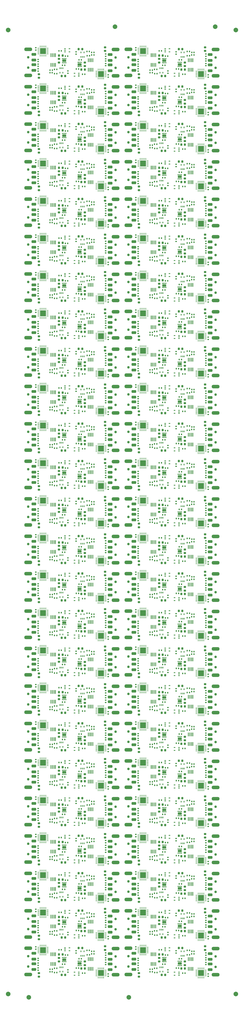
<source format=gts>
G04 #@! TF.GenerationSoftware,KiCad,Pcbnew,6.0.0-rc2-unknown-a17a58203b~144~ubuntu21.04.1*
G04 #@! TF.CreationDate,2022-06-23T18:37:22+02:00*
G04 #@! TF.ProjectId,out,6f75742e-6b69-4636-9164-5f7063625858,rev?*
G04 #@! TF.SameCoordinates,Original*
G04 #@! TF.FileFunction,Soldermask,Top*
G04 #@! TF.FilePolarity,Negative*
%FSLAX46Y46*%
G04 Gerber Fmt 4.6, Leading zero omitted, Abs format (unit mm)*
G04 Created by KiCad (PCBNEW 6.0.0-rc2-unknown-a17a58203b~144~ubuntu21.04.1) date 2022-06-23 18:37:22*
%MOMM*%
%LPD*%
G01*
G04 APERTURE LIST*
G04 Aperture macros list*
%AMRoundRect*
0 Rectangle with rounded corners*
0 $1 Rounding radius*
0 $2 $3 $4 $5 $6 $7 $8 $9 X,Y pos of 4 corners*
0 Add a 4 corners polygon primitive as box body*
4,1,4,$2,$3,$4,$5,$6,$7,$8,$9,$2,$3,0*
0 Add four circle primitives for the rounded corners*
1,1,$1+$1,$2,$3*
1,1,$1+$1,$4,$5*
1,1,$1+$1,$6,$7*
1,1,$1+$1,$8,$9*
0 Add four rect primitives between the rounded corners*
20,1,$1+$1,$2,$3,$4,$5,0*
20,1,$1+$1,$4,$5,$6,$7,0*
20,1,$1+$1,$6,$7,$8,$9,0*
20,1,$1+$1,$8,$9,$2,$3,0*%
G04 Aperture macros list end*
%ADD10RoundRect,0.135000X-0.135000X-0.185000X0.135000X-0.185000X0.135000X0.185000X-0.135000X0.185000X0*%
%ADD11RoundRect,0.135000X0.185000X-0.135000X0.185000X0.135000X-0.185000X0.135000X-0.185000X-0.135000X0*%
%ADD12RoundRect,0.299720X0.699770X0.299720X-0.699770X0.299720X-0.699770X-0.299720X0.699770X-0.299720X0*%
%ADD13O,3.500120X1.501140*%
%ADD14C,1.099820*%
%ADD15RoundRect,0.100000X-0.100000X0.712500X-0.100000X-0.712500X0.100000X-0.712500X0.100000X0.712500X0*%
%ADD16RoundRect,0.135000X-0.185000X0.135000X-0.185000X-0.135000X0.185000X-0.135000X0.185000X0.135000X0*%
%ADD17R,0.300000X0.500000*%
%ADD18RoundRect,0.250000X0.625000X-0.250000X0.625000X0.250000X-0.625000X0.250000X-0.625000X-0.250000X0*%
%ADD19RoundRect,0.140000X-0.140000X-0.170000X0.140000X-0.170000X0.140000X0.170000X-0.140000X0.170000X0*%
%ADD20RoundRect,0.225000X0.250000X-0.225000X0.250000X0.225000X-0.250000X0.225000X-0.250000X-0.225000X0*%
%ADD21RoundRect,0.135000X0.135000X0.185000X-0.135000X0.185000X-0.135000X-0.185000X0.135000X-0.185000X0*%
%ADD22RoundRect,0.140000X0.170000X-0.140000X0.170000X0.140000X-0.170000X0.140000X-0.170000X-0.140000X0*%
%ADD23RoundRect,0.225000X-0.250000X0.225000X-0.250000X-0.225000X0.250000X-0.225000X0.250000X0.225000X0*%
%ADD24RoundRect,0.140000X-0.170000X0.140000X-0.170000X-0.140000X0.170000X-0.140000X0.170000X0.140000X0*%
%ADD25R,0.400000X0.650000*%
%ADD26R,0.650000X0.400000*%
%ADD27RoundRect,0.225000X-0.225000X-0.250000X0.225000X-0.250000X0.225000X0.250000X-0.225000X0.250000X0*%
%ADD28RoundRect,0.299720X-0.699770X-0.299720X0.699770X-0.299720X0.699770X0.299720X-0.699770X0.299720X0*%
%ADD29RoundRect,0.062500X0.062500X-0.350000X0.062500X0.350000X-0.062500X0.350000X-0.062500X-0.350000X0*%
%ADD30RoundRect,0.062500X0.350000X-0.062500X0.350000X0.062500X-0.350000X0.062500X-0.350000X-0.062500X0*%
%ADD31R,2.600000X2.600000*%
%ADD32RoundRect,0.100000X0.100000X-0.712500X0.100000X0.712500X-0.100000X0.712500X-0.100000X-0.712500X0*%
%ADD33RoundRect,0.140000X0.140000X0.170000X-0.140000X0.170000X-0.140000X-0.170000X0.140000X-0.170000X0*%
%ADD34RoundRect,0.062500X-0.062500X0.350000X-0.062500X-0.350000X0.062500X-0.350000X0.062500X0.350000X0*%
%ADD35RoundRect,0.062500X-0.350000X0.062500X-0.350000X-0.062500X0.350000X-0.062500X0.350000X0.062500X0*%
%ADD36RoundRect,0.225000X0.225000X0.250000X-0.225000X0.250000X-0.225000X-0.250000X0.225000X-0.250000X0*%
%ADD37RoundRect,0.250000X-0.625000X0.250000X-0.625000X-0.250000X0.625000X-0.250000X0.625000X0.250000X0*%
%ADD38C,2.000000*%
G04 APERTURE END LIST*
D10*
X71215000Y-165794999D03*
X72235000Y-165794999D03*
D11*
X77084999Y-14515000D03*
X77084999Y-13495000D03*
D12*
X91922599Y-242548479D03*
X91922599Y-245032599D03*
X91922599Y-247049359D03*
X91922599Y-249548719D03*
D13*
X94323179Y-240348839D03*
X94323179Y-251748359D03*
D14*
X94323179Y-248299039D03*
X94323179Y-243798159D03*
D15*
X24640000Y-14957500D03*
X23990000Y-14957500D03*
X23340000Y-14957500D03*
X22690000Y-14957500D03*
X22690000Y-19182500D03*
X23340000Y-19182500D03*
X23990000Y-19182500D03*
X24640000Y-19182500D03*
D16*
X73565000Y-282159999D03*
X73565000Y-283179999D03*
D17*
X77934999Y-84955000D03*
X78434999Y-84955000D03*
X78934999Y-84955000D03*
X79434999Y-84955000D03*
X79434999Y-83155000D03*
X78934999Y-83155000D03*
X78434999Y-83155000D03*
X77934999Y-83155000D03*
D18*
X78684999Y-84055000D03*
D16*
X46484999Y-63209999D03*
X46484999Y-64229999D03*
D17*
X34384999Y-329079999D03*
X34884999Y-329079999D03*
X35384999Y-329079999D03*
X35884999Y-329079999D03*
X35884999Y-327279999D03*
X35384999Y-327279999D03*
X34884999Y-327279999D03*
X34384999Y-327279999D03*
D18*
X35134999Y-328179999D03*
D19*
X40374999Y-290379999D03*
X41334999Y-290379999D03*
D20*
X26165000Y-180870000D03*
X26165000Y-179320000D03*
D21*
X80954999Y-88305000D03*
X79934999Y-88305000D03*
D22*
X17065000Y-394095000D03*
X17065000Y-393135000D03*
D15*
X68190000Y-324182499D03*
X67540000Y-324182499D03*
X66890000Y-324182499D03*
X66240000Y-324182499D03*
X66240000Y-328407499D03*
X66890000Y-328407499D03*
X67540000Y-328407499D03*
X68190000Y-328407499D03*
D21*
X79434999Y-358729999D03*
X78414999Y-358729999D03*
D23*
X37384999Y-246004999D03*
X37384999Y-247554999D03*
D17*
X77934999Y-361629999D03*
X78434999Y-361629999D03*
X78934999Y-361629999D03*
X79434999Y-361629999D03*
X79434999Y-359829999D03*
X78934999Y-359829999D03*
X78434999Y-359829999D03*
X77934999Y-359829999D03*
D18*
X78684999Y-360729999D03*
D24*
X60615000Y-130694999D03*
X60615000Y-131654999D03*
D19*
X40374999Y-46255000D03*
X41334999Y-46255000D03*
D20*
X46184999Y-192104999D03*
X46184999Y-190554999D03*
D10*
X26145000Y-289744999D03*
X27165000Y-289744999D03*
D17*
X34384999Y-377904999D03*
X34884999Y-377904999D03*
X35384999Y-377904999D03*
X35884999Y-377904999D03*
X35884999Y-376104999D03*
X35384999Y-376104999D03*
X34884999Y-376104999D03*
X34384999Y-376104999D03*
D18*
X35134999Y-377004999D03*
D25*
X35734999Y-227229999D03*
X36384999Y-227229999D03*
X37034999Y-227229999D03*
X37034999Y-225329999D03*
X35734999Y-225329999D03*
D21*
X37404999Y-364979999D03*
X36384999Y-364979999D03*
D22*
X17065000Y-166244999D03*
X17065000Y-165284999D03*
D21*
X78194999Y-86055000D03*
X77174999Y-86055000D03*
X82904999Y-387630000D03*
X81884999Y-387630000D03*
D25*
X79284999Y-357429999D03*
X79934999Y-357429999D03*
X80584999Y-357429999D03*
X80584999Y-355529999D03*
X79284999Y-355529999D03*
D26*
X72315000Y-207469999D03*
X72315000Y-208119999D03*
X72315000Y-208769999D03*
X74215000Y-208769999D03*
X74215000Y-207469999D03*
D27*
X79384999Y-249054999D03*
X80934999Y-249054999D03*
D21*
X82934999Y-47755000D03*
X81914999Y-47755000D03*
D11*
X59590000Y-191779999D03*
X59590000Y-190759999D03*
D26*
X34784999Y-268230000D03*
X34784999Y-267580000D03*
X34784999Y-266930000D03*
X32884999Y-266930000D03*
X32884999Y-268230000D03*
D28*
X15177400Y-168051519D03*
X15177400Y-165567399D03*
X15177400Y-163550639D03*
X15177400Y-161051279D03*
D13*
X12776820Y-158851639D03*
X12776820Y-170251159D03*
D14*
X12776820Y-162300959D03*
X12776820Y-166801839D03*
D29*
X43134999Y-415642499D03*
X43634999Y-415642499D03*
X44134999Y-415642499D03*
X44634999Y-415642499D03*
X45134999Y-415642499D03*
X45634999Y-415642499D03*
D30*
X46322499Y-414954999D03*
X46322499Y-414454999D03*
X46322499Y-413954999D03*
X46322499Y-413454999D03*
X46322499Y-412954999D03*
X46322499Y-412454999D03*
D29*
X45634999Y-411767499D03*
X45134999Y-411767499D03*
X44634999Y-411767499D03*
X44134999Y-411767499D03*
X43634999Y-411767499D03*
X43134999Y-411767499D03*
D30*
X42447499Y-412454999D03*
X42447499Y-412954999D03*
X42447499Y-413454999D03*
X42447499Y-413954999D03*
X42447499Y-414454999D03*
X42447499Y-414954999D03*
D31*
X44384999Y-413704999D03*
D22*
X60615000Y-68594999D03*
X60615000Y-67634999D03*
D21*
X41344999Y-324029999D03*
X40324999Y-324029999D03*
D32*
X38909999Y-70142499D03*
X39559999Y-70142499D03*
X40209999Y-70142499D03*
X40859999Y-70142499D03*
X40859999Y-65917499D03*
X40209999Y-65917499D03*
X39559999Y-65917499D03*
X38909999Y-65917499D03*
D28*
X58727400Y-249426519D03*
X58727400Y-246942399D03*
X58727400Y-244925639D03*
X58727400Y-242426279D03*
D13*
X56326820Y-240226639D03*
X56326820Y-251626159D03*
D14*
X56326820Y-243675959D03*
X56326820Y-248176839D03*
D22*
X17065000Y-410369999D03*
X17065000Y-409409999D03*
D19*
X83924999Y-95080000D03*
X84884999Y-95080000D03*
D17*
X34384999Y-150054999D03*
X34884999Y-150054999D03*
X35384999Y-150054999D03*
X35884999Y-150054999D03*
X35884999Y-148254999D03*
X35384999Y-148254999D03*
X34884999Y-148254999D03*
X34384999Y-148254999D03*
D18*
X35134999Y-149154999D03*
D19*
X40374999Y-355479999D03*
X41334999Y-355479999D03*
D10*
X28905000Y-259445000D03*
X29925000Y-259445000D03*
D33*
X66725000Y-266695000D03*
X65765000Y-266695000D03*
D34*
X63965000Y-43782500D03*
X63465000Y-43782500D03*
X62965000Y-43782500D03*
X62465000Y-43782500D03*
X61965000Y-43782500D03*
X61465000Y-43782500D03*
D35*
X60777500Y-44470000D03*
X60777500Y-44970000D03*
X60777500Y-45470000D03*
X60777500Y-45970000D03*
X60777500Y-46470000D03*
X60777500Y-46970000D03*
D34*
X61465000Y-47657500D03*
X61965000Y-47657500D03*
X62465000Y-47657500D03*
X62965000Y-47657500D03*
X63465000Y-47657500D03*
X63965000Y-47657500D03*
D35*
X64652500Y-46970000D03*
X64652500Y-46470000D03*
X64652500Y-45970000D03*
X64652500Y-45470000D03*
X64652500Y-44970000D03*
X64652500Y-44470000D03*
D31*
X62715000Y-45720000D03*
D20*
X69715000Y-278519999D03*
X69715000Y-276969999D03*
D34*
X20415000Y-60057499D03*
X19915000Y-60057499D03*
X19415000Y-60057499D03*
X18915000Y-60057499D03*
X18415000Y-60057499D03*
X17915000Y-60057499D03*
D35*
X17227500Y-60744999D03*
X17227500Y-61244999D03*
X17227500Y-61744999D03*
X17227500Y-62244999D03*
X17227500Y-62744999D03*
X17227500Y-63244999D03*
D34*
X17915000Y-63932499D03*
X18415000Y-63932499D03*
X18915000Y-63932499D03*
X19415000Y-63932499D03*
X19915000Y-63932499D03*
X20415000Y-63932499D03*
D35*
X21102500Y-63244999D03*
X21102500Y-62744999D03*
X21102500Y-62244999D03*
X21102500Y-61744999D03*
X21102500Y-61244999D03*
X21102500Y-60744999D03*
D31*
X19165000Y-61994999D03*
D23*
X80934999Y-246004999D03*
X80934999Y-247554999D03*
D21*
X35884999Y-114605000D03*
X34864999Y-114605000D03*
D26*
X72315000Y-60994999D03*
X72315000Y-61644999D03*
X72315000Y-62294999D03*
X74215000Y-62294999D03*
X74215000Y-60994999D03*
D24*
X17065000Y-16770000D03*
X17065000Y-17730000D03*
D15*
X68190000Y-96332500D03*
X67540000Y-96332500D03*
X66890000Y-96332500D03*
X66240000Y-96332500D03*
X66240000Y-100557500D03*
X66890000Y-100557500D03*
X67540000Y-100557500D03*
X68190000Y-100557500D03*
D34*
X63965000Y-27507499D03*
X63465000Y-27507499D03*
X62965000Y-27507499D03*
X62465000Y-27507499D03*
X61965000Y-27507499D03*
X61465000Y-27507499D03*
D35*
X60777500Y-28194999D03*
X60777500Y-28694999D03*
X60777500Y-29194999D03*
X60777500Y-29694999D03*
X60777500Y-30194999D03*
X60777500Y-30694999D03*
D34*
X61465000Y-31382499D03*
X61965000Y-31382499D03*
X62465000Y-31382499D03*
X62965000Y-31382499D03*
X63465000Y-31382499D03*
X63965000Y-31382499D03*
D35*
X64652500Y-30694999D03*
X64652500Y-30194999D03*
X64652500Y-29694999D03*
X64652500Y-29194999D03*
X64652500Y-28694999D03*
X64652500Y-28194999D03*
D31*
X62715000Y-29444999D03*
D21*
X35884999Y-375004999D03*
X34864999Y-375004999D03*
D36*
X79809999Y-223879999D03*
X78259999Y-223879999D03*
D34*
X63965000Y-76332500D03*
X63465000Y-76332500D03*
X62965000Y-76332500D03*
X62465000Y-76332500D03*
X61965000Y-76332500D03*
X61465000Y-76332500D03*
D35*
X60777500Y-77020000D03*
X60777500Y-77520000D03*
X60777500Y-78020000D03*
X60777500Y-78520000D03*
X60777500Y-79020000D03*
X60777500Y-79520000D03*
D34*
X61465000Y-80207500D03*
X61965000Y-80207500D03*
X62465000Y-80207500D03*
X62965000Y-80207500D03*
X63465000Y-80207500D03*
X63965000Y-80207500D03*
D35*
X64652500Y-79520000D03*
X64652500Y-79020000D03*
X64652500Y-78520000D03*
X64652500Y-78020000D03*
X64652500Y-77520000D03*
X64652500Y-77020000D03*
D31*
X62715000Y-78270000D03*
D19*
X40374999Y-78805000D03*
X41334999Y-78805000D03*
D21*
X82934999Y-64029999D03*
X81914999Y-64029999D03*
D26*
X34784999Y-170579999D03*
X34784999Y-169929999D03*
X34784999Y-169279999D03*
X32884999Y-169279999D03*
X32884999Y-170579999D03*
D27*
X79384999Y-395530000D03*
X80934999Y-395530000D03*
D23*
X37384999Y-229729999D03*
X37384999Y-231279999D03*
D11*
X16040000Y-159229999D03*
X16040000Y-158209999D03*
D21*
X78194999Y-379004999D03*
X77174999Y-379004999D03*
D27*
X70840000Y-398295000D03*
X72390000Y-398295000D03*
D23*
X37384999Y-343655000D03*
X37384999Y-345205000D03*
D25*
X79284999Y-64479999D03*
X79934999Y-64479999D03*
X80584999Y-64479999D03*
X80584999Y-62579999D03*
X79284999Y-62579999D03*
D36*
X27715000Y-112720000D03*
X26165000Y-112720000D03*
D10*
X72455000Y-259445000D03*
X73475000Y-259445000D03*
D25*
X27815000Y-118270000D03*
X27165000Y-118270000D03*
X26515000Y-118270000D03*
X26515000Y-120170000D03*
X27815000Y-120170000D03*
D24*
X17065000Y-244619999D03*
X17065000Y-245579999D03*
D21*
X82934999Y-80305000D03*
X81914999Y-80305000D03*
D24*
X17065000Y-114420000D03*
X17065000Y-115380000D03*
D11*
X77084999Y-388840000D03*
X77084999Y-387820000D03*
D36*
X36259999Y-109955000D03*
X34709999Y-109955000D03*
D10*
X26145000Y-208369999D03*
X27165000Y-208369999D03*
D20*
X89734999Y-354854999D03*
X89734999Y-353304999D03*
D34*
X20415000Y-108882500D03*
X19915000Y-108882500D03*
X19415000Y-108882500D03*
X18915000Y-108882500D03*
X18415000Y-108882500D03*
X17915000Y-108882500D03*
D35*
X17227500Y-109570000D03*
X17227500Y-110070000D03*
X17227500Y-110570000D03*
X17227500Y-111070000D03*
X17227500Y-111570000D03*
X17227500Y-112070000D03*
D34*
X17915000Y-112757500D03*
X18415000Y-112757500D03*
X18915000Y-112757500D03*
X19415000Y-112757500D03*
X19915000Y-112757500D03*
X20415000Y-112757500D03*
D35*
X21102500Y-112070000D03*
X21102500Y-111570000D03*
X21102500Y-111070000D03*
X21102500Y-110570000D03*
X21102500Y-110070000D03*
X21102500Y-109570000D03*
D31*
X19165000Y-110820000D03*
D23*
X60915000Y-23195000D03*
X60915000Y-24745000D03*
D25*
X35734999Y-162129999D03*
X36384999Y-162129999D03*
X37034999Y-162129999D03*
X37034999Y-160229999D03*
X35734999Y-160229999D03*
D21*
X78194999Y-102330000D03*
X77174999Y-102330000D03*
D24*
X17065000Y-163244999D03*
X17065000Y-164204999D03*
D36*
X79809999Y-321529999D03*
X78259999Y-321529999D03*
D10*
X26145000Y-322294999D03*
X27165000Y-322294999D03*
D16*
X73565000Y-396085000D03*
X73565000Y-397105000D03*
D28*
X58727400Y-314526520D03*
X58727400Y-312042400D03*
X58727400Y-310025640D03*
X58727400Y-307526280D03*
D13*
X56326820Y-305326640D03*
X56326820Y-316726160D03*
D14*
X56326820Y-308775960D03*
X56326820Y-313276840D03*
D23*
X17365000Y-185945000D03*
X17365000Y-187495000D03*
D26*
X78334999Y-398430000D03*
X78334999Y-397780000D03*
X78334999Y-397130000D03*
X76434999Y-397130000D03*
X76434999Y-398430000D03*
D32*
X82459999Y-330542499D03*
X83109999Y-330542499D03*
X83759999Y-330542499D03*
X84409999Y-330542499D03*
X84409999Y-326317499D03*
X83759999Y-326317499D03*
X83109999Y-326317499D03*
X82459999Y-326317499D03*
D34*
X20415000Y-173982500D03*
X19915000Y-173982500D03*
X19415000Y-173982500D03*
X18915000Y-173982500D03*
X18415000Y-173982500D03*
X17915000Y-173982500D03*
D35*
X17227500Y-174670000D03*
X17227500Y-175170000D03*
X17227500Y-175670000D03*
X17227500Y-176170000D03*
X17227500Y-176670000D03*
X17227500Y-177170000D03*
D34*
X17915000Y-177857500D03*
X18415000Y-177857500D03*
X18915000Y-177857500D03*
X19415000Y-177857500D03*
X19915000Y-177857500D03*
X20415000Y-177857500D03*
D35*
X21102500Y-177170000D03*
X21102500Y-176670000D03*
X21102500Y-176170000D03*
X21102500Y-175670000D03*
X21102500Y-175170000D03*
X21102500Y-174670000D03*
D31*
X19165000Y-175920000D03*
D10*
X67715000Y-102445000D03*
X68735000Y-102445000D03*
D29*
X86684999Y-366817499D03*
X87184999Y-366817499D03*
X87684999Y-366817499D03*
X88184999Y-366817499D03*
X88684999Y-366817499D03*
X89184999Y-366817499D03*
D30*
X89872499Y-366129999D03*
X89872499Y-365629999D03*
X89872499Y-365129999D03*
X89872499Y-364629999D03*
X89872499Y-364129999D03*
X89872499Y-363629999D03*
D29*
X89184999Y-362942499D03*
X88684999Y-362942499D03*
X88184999Y-362942499D03*
X87684999Y-362942499D03*
X87184999Y-362942499D03*
X86684999Y-362942499D03*
D30*
X85997499Y-363629999D03*
X85997499Y-364129999D03*
X85997499Y-364629999D03*
X85997499Y-365129999D03*
X85997499Y-365629999D03*
X85997499Y-366129999D03*
D31*
X87934999Y-364879999D03*
D10*
X24165000Y-411669999D03*
X25185000Y-411669999D03*
D24*
X17065000Y-179520000D03*
X17065000Y-180480000D03*
D32*
X38909999Y-53867500D03*
X39559999Y-53867500D03*
X40209999Y-53867500D03*
X40859999Y-53867500D03*
X40859999Y-49642500D03*
X40209999Y-49642500D03*
X39559999Y-49642500D03*
X38909999Y-49642500D03*
D36*
X27715000Y-194094999D03*
X26165000Y-194094999D03*
D27*
X35834999Y-102580000D03*
X37384999Y-102580000D03*
D12*
X91922599Y-30973479D03*
X91922599Y-33457599D03*
X91922599Y-35474359D03*
X91922599Y-37973719D03*
D13*
X94323179Y-28773839D03*
X94323179Y-40173359D03*
D14*
X94323179Y-36724039D03*
X94323179Y-32223159D03*
D21*
X84894999Y-193829999D03*
X83874999Y-193829999D03*
D34*
X63965000Y-320457499D03*
X63465000Y-320457499D03*
X62965000Y-320457499D03*
X62465000Y-320457499D03*
X61965000Y-320457499D03*
X61465000Y-320457499D03*
D35*
X60777500Y-321144999D03*
X60777500Y-321644999D03*
X60777500Y-322144999D03*
X60777500Y-322644999D03*
X60777500Y-323144999D03*
X60777500Y-323644999D03*
D34*
X61465000Y-324332499D03*
X61965000Y-324332499D03*
X62465000Y-324332499D03*
X62965000Y-324332499D03*
X63465000Y-324332499D03*
X63965000Y-324332499D03*
D35*
X64652500Y-323644999D03*
X64652500Y-323144999D03*
X64652500Y-322644999D03*
X64652500Y-322144999D03*
X64652500Y-321644999D03*
X64652500Y-321144999D03*
D31*
X62715000Y-322394999D03*
D21*
X39354999Y-176055000D03*
X38334999Y-176055000D03*
X79434999Y-228529999D03*
X78414999Y-228529999D03*
D17*
X29165000Y-227994999D03*
X28665000Y-227994999D03*
X28165000Y-227994999D03*
X27665000Y-227994999D03*
X27665000Y-229794999D03*
X28165000Y-229794999D03*
X28665000Y-229794999D03*
X29165000Y-229794999D03*
D37*
X28415000Y-228894999D03*
D24*
X90034999Y-130429999D03*
X90034999Y-131389999D03*
D26*
X78334999Y-251954999D03*
X78334999Y-251304999D03*
X78334999Y-250654999D03*
X76434999Y-250654999D03*
X76434999Y-251954999D03*
D17*
X34384999Y-52405000D03*
X34884999Y-52405000D03*
X35384999Y-52405000D03*
X35884999Y-52405000D03*
X35884999Y-50605000D03*
X35384999Y-50605000D03*
X34884999Y-50605000D03*
X34384999Y-50605000D03*
D18*
X35134999Y-51505000D03*
D17*
X77934999Y-231429999D03*
X78434999Y-231429999D03*
X78934999Y-231429999D03*
X79434999Y-231429999D03*
X79434999Y-229629999D03*
X78934999Y-229629999D03*
X78434999Y-229629999D03*
X77934999Y-229629999D03*
D18*
X78684999Y-230529999D03*
D10*
X67745000Y-22970000D03*
X68765000Y-22970000D03*
D36*
X27715000Y-31344999D03*
X26165000Y-31344999D03*
D20*
X26165000Y-376169999D03*
X26165000Y-374619999D03*
D23*
X37384999Y-213454999D03*
X37384999Y-215004999D03*
D10*
X24195000Y-348470000D03*
X25215000Y-348470000D03*
D29*
X86684999Y-25042500D03*
X87184999Y-25042500D03*
X87684999Y-25042500D03*
X88184999Y-25042500D03*
X88684999Y-25042500D03*
X89184999Y-25042500D03*
D30*
X89872499Y-24355000D03*
X89872499Y-23855000D03*
X89872499Y-23355000D03*
X89872499Y-22855000D03*
X89872499Y-22355000D03*
X89872499Y-21855000D03*
D29*
X89184999Y-21167500D03*
X88684999Y-21167500D03*
X88184999Y-21167500D03*
X87684999Y-21167500D03*
X87184999Y-21167500D03*
X86684999Y-21167500D03*
D30*
X85997499Y-21855000D03*
X85997499Y-22355000D03*
X85997499Y-22855000D03*
X85997499Y-23355000D03*
X85997499Y-23855000D03*
X85997499Y-24355000D03*
D31*
X87934999Y-23105000D03*
D11*
X33534999Y-388840000D03*
X33534999Y-387820000D03*
D20*
X89734999Y-78180000D03*
X89734999Y-76630000D03*
D36*
X71265000Y-194094999D03*
X69715000Y-194094999D03*
D23*
X60915000Y-364969999D03*
X60915000Y-366519999D03*
D21*
X82904999Y-13305000D03*
X81884999Y-13305000D03*
D23*
X60915000Y-348695000D03*
X60915000Y-350245000D03*
D21*
X84894999Y-47355000D03*
X83874999Y-47355000D03*
X80954999Y-332429999D03*
X79934999Y-332429999D03*
D26*
X28765000Y-93545000D03*
X28765000Y-94195000D03*
X28765000Y-94845000D03*
X30665000Y-94845000D03*
X30665000Y-93545000D03*
X28765000Y-240019999D03*
X28765000Y-240669999D03*
X28765000Y-241319999D03*
X30665000Y-241319999D03*
X30665000Y-240019999D03*
D32*
X38909999Y-363092499D03*
X39559999Y-363092499D03*
X40209999Y-363092499D03*
X40859999Y-363092499D03*
X40859999Y-358867499D03*
X40209999Y-358867499D03*
X39559999Y-358867499D03*
X38909999Y-358867499D03*
D23*
X17365000Y-169669999D03*
X17365000Y-171219999D03*
D15*
X68190000Y-80057500D03*
X67540000Y-80057500D03*
X66890000Y-80057500D03*
X66240000Y-80057500D03*
X66240000Y-84282500D03*
X66890000Y-84282500D03*
X67540000Y-84282500D03*
X68190000Y-84282500D03*
D27*
X27290000Y-56520000D03*
X28840000Y-56520000D03*
D28*
X58727400Y-102951520D03*
X58727400Y-100467400D03*
X58727400Y-98450640D03*
X58727400Y-95951280D03*
D13*
X56326820Y-105151160D03*
X56326820Y-93751640D03*
D14*
X56326820Y-97200960D03*
X56326820Y-101701840D03*
D22*
X17065000Y-345270000D03*
X17065000Y-344310000D03*
D23*
X17365000Y-153394999D03*
X17365000Y-154944999D03*
D21*
X39384999Y-373254999D03*
X38364999Y-373254999D03*
D25*
X35734999Y-373704999D03*
X36384999Y-373704999D03*
X37034999Y-373704999D03*
X37034999Y-371804999D03*
X35734999Y-371804999D03*
D10*
X24195000Y-381019999D03*
X25215000Y-381019999D03*
D34*
X20415000Y-125157499D03*
X19915000Y-125157499D03*
X19415000Y-125157499D03*
X18915000Y-125157499D03*
X18415000Y-125157499D03*
X17915000Y-125157499D03*
D35*
X17227500Y-125844999D03*
X17227500Y-126344999D03*
X17227500Y-126844999D03*
X17227500Y-127344999D03*
X17227500Y-127844999D03*
X17227500Y-128344999D03*
D34*
X17915000Y-129032499D03*
X18415000Y-129032499D03*
X18915000Y-129032499D03*
X19415000Y-129032499D03*
X19915000Y-129032499D03*
X20415000Y-129032499D03*
D35*
X21102500Y-128344999D03*
X21102500Y-127844999D03*
X21102500Y-127344999D03*
X21102500Y-126844999D03*
X21102500Y-126344999D03*
X21102500Y-125844999D03*
D31*
X19165000Y-127094999D03*
D16*
X90034999Y-79485000D03*
X90034999Y-80505000D03*
D24*
X46484999Y-146704999D03*
X46484999Y-147664999D03*
D10*
X65755000Y-330694999D03*
X66775000Y-330694999D03*
D25*
X27815000Y-297294999D03*
X27165000Y-297294999D03*
X26515000Y-297294999D03*
X26515000Y-299194999D03*
X27815000Y-299194999D03*
D12*
X91922599Y-323923479D03*
X91922599Y-326407599D03*
X91922599Y-328424359D03*
X91922599Y-330923719D03*
D13*
X94323179Y-333123359D03*
X94323179Y-321723839D03*
D14*
X94323179Y-329674039D03*
X94323179Y-325173159D03*
D17*
X29165000Y-325644999D03*
X28665000Y-325644999D03*
X28165000Y-325644999D03*
X27665000Y-325644999D03*
X27665000Y-327444999D03*
X28165000Y-327444999D03*
X28665000Y-327444999D03*
X29165000Y-327444999D03*
D37*
X28415000Y-326544999D03*
D17*
X29165000Y-16420000D03*
X28665000Y-16420000D03*
X28165000Y-16420000D03*
X27665000Y-16420000D03*
X27665000Y-18220000D03*
X28165000Y-18220000D03*
X28665000Y-18220000D03*
X29165000Y-18220000D03*
D37*
X28415000Y-17320000D03*
D16*
X91059999Y-202544999D03*
X91059999Y-203564999D03*
D21*
X82904999Y-403904999D03*
X81884999Y-403904999D03*
D16*
X90034999Y-193409999D03*
X90034999Y-194429999D03*
D10*
X27665000Y-84420000D03*
X28685000Y-84420000D03*
D34*
X20415000Y-287907499D03*
X19915000Y-287907499D03*
X19415000Y-287907499D03*
X18915000Y-287907499D03*
X18415000Y-287907499D03*
X17915000Y-287907499D03*
D35*
X17227500Y-288594999D03*
X17227500Y-289094999D03*
X17227500Y-289594999D03*
X17227500Y-290094999D03*
X17227500Y-290594999D03*
X17227500Y-291094999D03*
D34*
X17915000Y-291782499D03*
X18415000Y-291782499D03*
X18915000Y-291782499D03*
X19415000Y-291782499D03*
X19915000Y-291782499D03*
X20415000Y-291782499D03*
D35*
X21102500Y-291094999D03*
X21102500Y-290594999D03*
X21102500Y-290094999D03*
X21102500Y-289594999D03*
X21102500Y-289094999D03*
X21102500Y-288594999D03*
D31*
X19165000Y-289844999D03*
D20*
X46184999Y-127004999D03*
X46184999Y-125454999D03*
D17*
X77934999Y-133779999D03*
X78434999Y-133779999D03*
X78934999Y-133779999D03*
X79434999Y-133779999D03*
X79434999Y-131979999D03*
X78934999Y-131979999D03*
X78434999Y-131979999D03*
X77934999Y-131979999D03*
D18*
X78684999Y-132879999D03*
D11*
X33534999Y-340015000D03*
X33534999Y-338995000D03*
D33*
X23175000Y-331794999D03*
X22215000Y-331794999D03*
D21*
X39354999Y-208604999D03*
X38334999Y-208604999D03*
X34644999Y-20955000D03*
X33624999Y-20955000D03*
D17*
X72715000Y-162894999D03*
X72215000Y-162894999D03*
X71715000Y-162894999D03*
X71215000Y-162894999D03*
X71215000Y-164694999D03*
X71715000Y-164694999D03*
X72215000Y-164694999D03*
X72715000Y-164694999D03*
D37*
X71965000Y-163794999D03*
D12*
X91922599Y-405298479D03*
X91922599Y-407782599D03*
X91922599Y-409799359D03*
X91922599Y-412298719D03*
D13*
X94323179Y-414498359D03*
X94323179Y-403098839D03*
D14*
X94323179Y-411049039D03*
X94323179Y-406548159D03*
D24*
X90034999Y-228079999D03*
X90034999Y-229039999D03*
X90034999Y-390830000D03*
X90034999Y-391790000D03*
D26*
X34784999Y-333329999D03*
X34784999Y-332679999D03*
X34784999Y-332029999D03*
X32884999Y-332029999D03*
X32884999Y-333329999D03*
D11*
X16040000Y-61579999D03*
X16040000Y-60559999D03*
D21*
X39354999Y-306255000D03*
X38334999Y-306255000D03*
D23*
X60915000Y-234769999D03*
X60915000Y-236319999D03*
D16*
X73565000Y-168234999D03*
X73565000Y-169254999D03*
D12*
X48372599Y-209998479D03*
X48372599Y-212482599D03*
X48372599Y-214499359D03*
X48372599Y-216998719D03*
D13*
X50773179Y-207798839D03*
X50773179Y-219198359D03*
D14*
X50773179Y-215749039D03*
X50773179Y-211248159D03*
D29*
X86684999Y-41317499D03*
X87184999Y-41317499D03*
X87684999Y-41317499D03*
X88184999Y-41317499D03*
X88684999Y-41317499D03*
X89184999Y-41317499D03*
D30*
X89872499Y-40629999D03*
X89872499Y-40129999D03*
X89872499Y-39629999D03*
X89872499Y-39129999D03*
X89872499Y-38629999D03*
X89872499Y-38129999D03*
D29*
X89184999Y-37442499D03*
X88684999Y-37442499D03*
X88184999Y-37442499D03*
X87684999Y-37442499D03*
X87184999Y-37442499D03*
X86684999Y-37442499D03*
D30*
X85997499Y-38129999D03*
X85997499Y-38629999D03*
X85997499Y-39129999D03*
X85997499Y-39629999D03*
X85997499Y-40129999D03*
X85997499Y-40629999D03*
D31*
X87934999Y-39379999D03*
D11*
X60615000Y-86990000D03*
X60615000Y-85970000D03*
D20*
X69715000Y-132044999D03*
X69715000Y-130494999D03*
D21*
X39354999Y-13305000D03*
X38334999Y-13305000D03*
D10*
X24165000Y-395395000D03*
X25185000Y-395395000D03*
D26*
X34784999Y-186855000D03*
X34784999Y-186205000D03*
X34784999Y-185555000D03*
X32884999Y-185555000D03*
X32884999Y-186855000D03*
D21*
X80954999Y-39479999D03*
X79934999Y-39479999D03*
D26*
X34784999Y-219404999D03*
X34784999Y-218754999D03*
X34784999Y-218104999D03*
X32884999Y-218104999D03*
X32884999Y-219404999D03*
D21*
X37404999Y-348705000D03*
X36384999Y-348705000D03*
X82904999Y-322529999D03*
X81884999Y-322529999D03*
X35884999Y-33229999D03*
X34864999Y-33229999D03*
D10*
X27665000Y-230894999D03*
X28685000Y-230894999D03*
X67745000Y-348470000D03*
X68765000Y-348470000D03*
D21*
X78194999Y-183705000D03*
X77174999Y-183705000D03*
X84894999Y-258930000D03*
X83874999Y-258930000D03*
D16*
X73565000Y-249609999D03*
X73565000Y-250629999D03*
D20*
X89734999Y-224654999D03*
X89734999Y-223104999D03*
D22*
X17065000Y-263895000D03*
X17065000Y-262935000D03*
D10*
X69695000Y-403669999D03*
X70715000Y-403669999D03*
D22*
X17065000Y-280169999D03*
X17065000Y-279209999D03*
D10*
X27665000Y-100695000D03*
X28685000Y-100695000D03*
D16*
X47509999Y-283919999D03*
X47509999Y-284939999D03*
D26*
X78334999Y-72929999D03*
X78334999Y-72279999D03*
X78334999Y-71629999D03*
X76434999Y-71629999D03*
X76434999Y-72929999D03*
D36*
X71265000Y-210369999D03*
X69715000Y-210369999D03*
D33*
X66725000Y-87670000D03*
X65765000Y-87670000D03*
D11*
X59590000Y-370804999D03*
X59590000Y-369784999D03*
D32*
X82459999Y-363092499D03*
X83109999Y-363092499D03*
X83759999Y-363092499D03*
X84409999Y-363092499D03*
X84409999Y-358867499D03*
X83759999Y-358867499D03*
X83109999Y-358867499D03*
X82459999Y-358867499D03*
D33*
X66725000Y-396895000D03*
X65765000Y-396895000D03*
D20*
X26165000Y-343620000D03*
X26165000Y-342070000D03*
D19*
X83924999Y-404304999D03*
X84884999Y-404304999D03*
D20*
X46184999Y-159554999D03*
X46184999Y-158004999D03*
D24*
X90034999Y-32779999D03*
X90034999Y-33739999D03*
D25*
X27815000Y-20620000D03*
X27165000Y-20620000D03*
X26515000Y-20620000D03*
X26515000Y-22520000D03*
X27815000Y-22520000D03*
D21*
X39384999Y-389530000D03*
X38364999Y-389530000D03*
D22*
X17065000Y-36044999D03*
X17065000Y-35084999D03*
D11*
X17065000Y-379939999D03*
X17065000Y-378919999D03*
D33*
X66725000Y-380619999D03*
X65765000Y-380619999D03*
D27*
X79384999Y-314155000D03*
X80934999Y-314155000D03*
D17*
X72715000Y-97795000D03*
X72215000Y-97795000D03*
X71715000Y-97795000D03*
X71215000Y-97795000D03*
X71215000Y-99595000D03*
X71715000Y-99595000D03*
X72215000Y-99595000D03*
X72715000Y-99595000D03*
D37*
X71965000Y-98695000D03*
D22*
X90034999Y-345005000D03*
X90034999Y-344045000D03*
D34*
X20415000Y-353007499D03*
X19915000Y-353007499D03*
X19415000Y-353007499D03*
X18915000Y-353007499D03*
X18415000Y-353007499D03*
X17915000Y-353007499D03*
D35*
X17227500Y-353694999D03*
X17227500Y-354194999D03*
X17227500Y-354694999D03*
X17227500Y-355194999D03*
X17227500Y-355694999D03*
X17227500Y-356194999D03*
D34*
X17915000Y-356882499D03*
X18415000Y-356882499D03*
X18915000Y-356882499D03*
X19415000Y-356882499D03*
X19915000Y-356882499D03*
X20415000Y-356882499D03*
D35*
X21102500Y-356194999D03*
X21102500Y-355694999D03*
X21102500Y-355194999D03*
X21102500Y-354694999D03*
X21102500Y-354194999D03*
X21102500Y-353694999D03*
D31*
X19165000Y-354944999D03*
D27*
X70840000Y-251819999D03*
X72390000Y-251819999D03*
D34*
X20415000Y-190257499D03*
X19915000Y-190257499D03*
X19415000Y-190257499D03*
X18915000Y-190257499D03*
X18415000Y-190257499D03*
X17915000Y-190257499D03*
D35*
X17227500Y-190944999D03*
X17227500Y-191444999D03*
X17227500Y-191944999D03*
X17227500Y-192444999D03*
X17227500Y-192944999D03*
X17227500Y-193444999D03*
D34*
X17915000Y-194132499D03*
X18415000Y-194132499D03*
X18915000Y-194132499D03*
X19415000Y-194132499D03*
X19915000Y-194132499D03*
X20415000Y-194132499D03*
D35*
X21102500Y-193444999D03*
X21102500Y-192944999D03*
X21102500Y-192444999D03*
X21102500Y-191944999D03*
X21102500Y-191444999D03*
X21102500Y-190944999D03*
D31*
X19165000Y-192194999D03*
D11*
X59590000Y-354529999D03*
X59590000Y-353509999D03*
D34*
X63965000Y-92607500D03*
X63465000Y-92607500D03*
X62965000Y-92607500D03*
X62465000Y-92607500D03*
X61965000Y-92607500D03*
X61465000Y-92607500D03*
D35*
X60777500Y-93295000D03*
X60777500Y-93795000D03*
X60777500Y-94295000D03*
X60777500Y-94795000D03*
X60777500Y-95295000D03*
X60777500Y-95795000D03*
D34*
X61465000Y-96482500D03*
X61965000Y-96482500D03*
X62465000Y-96482500D03*
X62965000Y-96482500D03*
X63465000Y-96482500D03*
X63965000Y-96482500D03*
D35*
X64652500Y-95795000D03*
X64652500Y-95295000D03*
X64652500Y-94795000D03*
X64652500Y-94295000D03*
X64652500Y-93795000D03*
X64652500Y-93295000D03*
D31*
X62715000Y-94545000D03*
D10*
X65755000Y-151669999D03*
X66775000Y-151669999D03*
D36*
X36259999Y-305255000D03*
X34709999Y-305255000D03*
D23*
X17365000Y-364969999D03*
X17365000Y-366519999D03*
D36*
X36259999Y-288979999D03*
X34709999Y-288979999D03*
D29*
X86684999Y-252892499D03*
X87184999Y-252892499D03*
X87684999Y-252892499D03*
X88184999Y-252892499D03*
X88684999Y-252892499D03*
X89184999Y-252892499D03*
D30*
X89872499Y-252204999D03*
X89872499Y-251704999D03*
X89872499Y-251204999D03*
X89872499Y-250704999D03*
X89872499Y-250204999D03*
X89872499Y-249704999D03*
D29*
X89184999Y-249017499D03*
X88684999Y-249017499D03*
X88184999Y-249017499D03*
X87684999Y-249017499D03*
X87184999Y-249017499D03*
X86684999Y-249017499D03*
D30*
X85997499Y-249704999D03*
X85997499Y-250204999D03*
X85997499Y-250704999D03*
X85997499Y-251204999D03*
X85997499Y-251704999D03*
X85997499Y-252204999D03*
D31*
X87934999Y-250954999D03*
D21*
X35884999Y-130879999D03*
X34864999Y-130879999D03*
D12*
X91922599Y-340198480D03*
X91922599Y-342682600D03*
X91922599Y-344699360D03*
X91922599Y-347198720D03*
D13*
X94323179Y-349398360D03*
X94323179Y-337998840D03*
D14*
X94323179Y-345949040D03*
X94323179Y-341448160D03*
D10*
X26145000Y-13070000D03*
X27165000Y-13070000D03*
D17*
X72715000Y-341920000D03*
X72215000Y-341920000D03*
X71715000Y-341920000D03*
X71215000Y-341920000D03*
X71215000Y-343720000D03*
X71715000Y-343720000D03*
X72215000Y-343720000D03*
X72715000Y-343720000D03*
D37*
X71965000Y-342820000D03*
D10*
X28905000Y-389645000D03*
X29925000Y-389645000D03*
D22*
X90034999Y-84605000D03*
X90034999Y-83645000D03*
D11*
X77084999Y-372564999D03*
X77084999Y-371544999D03*
D10*
X65755000Y-200494999D03*
X66775000Y-200494999D03*
X65755000Y-412069999D03*
X66775000Y-412069999D03*
D27*
X27290000Y-23970000D03*
X28840000Y-23970000D03*
D28*
X58727400Y-265701520D03*
X58727400Y-263217400D03*
X58727400Y-261200640D03*
X58727400Y-258701280D03*
D13*
X56326820Y-256501640D03*
X56326820Y-267901160D03*
D14*
X56326820Y-259950960D03*
X56326820Y-264451840D03*
D11*
X17065000Y-282289999D03*
X17065000Y-281269999D03*
D21*
X37404999Y-72029999D03*
X36384999Y-72029999D03*
D19*
X83924999Y-209004999D03*
X84884999Y-209004999D03*
D36*
X27715000Y-242919999D03*
X26165000Y-242919999D03*
D25*
X71365000Y-150819999D03*
X70715000Y-150819999D03*
X70065000Y-150819999D03*
X70065000Y-152719999D03*
X71365000Y-152719999D03*
D19*
X83924999Y-225279999D03*
X84884999Y-225279999D03*
D36*
X79809999Y-256430000D03*
X78259999Y-256430000D03*
D16*
X30015000Y-54310000D03*
X30015000Y-55330000D03*
D36*
X36259999Y-386630000D03*
X34709999Y-386630000D03*
D12*
X48372599Y-79798480D03*
X48372599Y-82282600D03*
X48372599Y-84299360D03*
X48372599Y-86798720D03*
D13*
X50773179Y-88998360D03*
X50773179Y-77598840D03*
D14*
X50773179Y-85549040D03*
X50773179Y-81048160D03*
D36*
X36259999Y-126229999D03*
X34709999Y-126229999D03*
D21*
X79434999Y-179705000D03*
X78414999Y-179705000D03*
D20*
X69715000Y-99495000D03*
X69715000Y-97945000D03*
D29*
X86684999Y-122692500D03*
X87184999Y-122692500D03*
X87684999Y-122692500D03*
X88184999Y-122692500D03*
X88684999Y-122692500D03*
X89184999Y-122692500D03*
D30*
X89872499Y-122005000D03*
X89872499Y-121505000D03*
X89872499Y-121005000D03*
X89872499Y-120505000D03*
X89872499Y-120005000D03*
X89872499Y-119505000D03*
D29*
X89184999Y-118817500D03*
X88684999Y-118817500D03*
X88184999Y-118817500D03*
X87684999Y-118817500D03*
X87184999Y-118817500D03*
X86684999Y-118817500D03*
D30*
X85997499Y-119505000D03*
X85997499Y-120005000D03*
X85997499Y-120505000D03*
X85997499Y-121005000D03*
X85997499Y-121505000D03*
X85997499Y-122005000D03*
D31*
X87934999Y-120755000D03*
D16*
X47509999Y-300194999D03*
X47509999Y-301214999D03*
D21*
X79434999Y-407554999D03*
X78414999Y-407554999D03*
D17*
X29165000Y-293094999D03*
X28665000Y-293094999D03*
X28165000Y-293094999D03*
X27665000Y-293094999D03*
X27665000Y-294894999D03*
X28165000Y-294894999D03*
X28665000Y-294894999D03*
X29165000Y-294894999D03*
D37*
X28415000Y-293994999D03*
D10*
X72455000Y-129244999D03*
X73475000Y-129244999D03*
D23*
X80934999Y-294829999D03*
X80934999Y-296379999D03*
D17*
X34384999Y-84955000D03*
X34884999Y-84955000D03*
X35384999Y-84955000D03*
X35884999Y-84955000D03*
X35884999Y-83155000D03*
X35384999Y-83155000D03*
X34884999Y-83155000D03*
X34384999Y-83155000D03*
D18*
X35134999Y-84055000D03*
D27*
X70840000Y-382019999D03*
X72390000Y-382019999D03*
D26*
X72315000Y-256295000D03*
X72315000Y-256945000D03*
X72315000Y-257595000D03*
X74215000Y-257595000D03*
X74215000Y-256295000D03*
D23*
X60915000Y-120845000D03*
X60915000Y-122395000D03*
D34*
X63965000Y-304182500D03*
X63465000Y-304182500D03*
X62965000Y-304182500D03*
X62465000Y-304182500D03*
X61965000Y-304182500D03*
X61465000Y-304182500D03*
D35*
X60777500Y-304870000D03*
X60777500Y-305370000D03*
X60777500Y-305870000D03*
X60777500Y-306370000D03*
X60777500Y-306870000D03*
X60777500Y-307370000D03*
D34*
X61465000Y-308057500D03*
X61965000Y-308057500D03*
X62465000Y-308057500D03*
X62965000Y-308057500D03*
X63465000Y-308057500D03*
X63965000Y-308057500D03*
D35*
X64652500Y-307370000D03*
X64652500Y-306870000D03*
X64652500Y-306370000D03*
X64652500Y-305870000D03*
X64652500Y-305370000D03*
X64652500Y-304870000D03*
D31*
X62715000Y-306120000D03*
D10*
X69695000Y-306020000D03*
X70715000Y-306020000D03*
D34*
X63965000Y-222807499D03*
X63465000Y-222807499D03*
X62965000Y-222807499D03*
X62465000Y-222807499D03*
X61965000Y-222807499D03*
X61465000Y-222807499D03*
D35*
X60777500Y-223494999D03*
X60777500Y-223994999D03*
X60777500Y-224494999D03*
X60777500Y-224994999D03*
X60777500Y-225494999D03*
X60777500Y-225994999D03*
D34*
X61465000Y-226682499D03*
X61965000Y-226682499D03*
X62465000Y-226682499D03*
X62965000Y-226682499D03*
X63465000Y-226682499D03*
X63965000Y-226682499D03*
D35*
X64652500Y-225994999D03*
X64652500Y-225494999D03*
X64652500Y-224994999D03*
X64652500Y-224494999D03*
X64652500Y-223994999D03*
X64652500Y-223494999D03*
D31*
X62715000Y-224744999D03*
D34*
X20415000Y-401832499D03*
X19915000Y-401832499D03*
X19415000Y-401832499D03*
X18915000Y-401832499D03*
X18415000Y-401832499D03*
X17915000Y-401832499D03*
D35*
X17227500Y-402519999D03*
X17227500Y-403019999D03*
X17227500Y-403519999D03*
X17227500Y-404019999D03*
X17227500Y-404519999D03*
X17227500Y-405019999D03*
D34*
X17915000Y-405707499D03*
X18415000Y-405707499D03*
X18915000Y-405707499D03*
X19415000Y-405707499D03*
X19915000Y-405707499D03*
X20415000Y-405707499D03*
D35*
X21102500Y-405019999D03*
X21102500Y-404519999D03*
X21102500Y-404019999D03*
X21102500Y-403519999D03*
X21102500Y-403019999D03*
X21102500Y-402519999D03*
D31*
X19165000Y-403769999D03*
D10*
X24165000Y-362844999D03*
X25185000Y-362844999D03*
D22*
X46484999Y-279904999D03*
X46484999Y-278944999D03*
D26*
X34784999Y-121755000D03*
X34784999Y-121105000D03*
X34784999Y-120455000D03*
X32884999Y-120455000D03*
X32884999Y-121755000D03*
D21*
X34644999Y-102330000D03*
X33624999Y-102330000D03*
D16*
X30015000Y-200784999D03*
X30015000Y-201804999D03*
D17*
X29165000Y-32694999D03*
X28665000Y-32694999D03*
X28165000Y-32694999D03*
X27665000Y-32694999D03*
X27665000Y-34494999D03*
X28165000Y-34494999D03*
X28665000Y-34494999D03*
X29165000Y-34494999D03*
D37*
X28415000Y-33594999D03*
D28*
X15177400Y-37851519D03*
X15177400Y-35367399D03*
X15177400Y-33350639D03*
X15177400Y-30851279D03*
D13*
X12776820Y-28651639D03*
X12776820Y-40051159D03*
D14*
X12776820Y-32100959D03*
X12776820Y-36601839D03*
D17*
X72715000Y-358194999D03*
X72215000Y-358194999D03*
X71715000Y-358194999D03*
X71215000Y-358194999D03*
X71215000Y-359994999D03*
X71715000Y-359994999D03*
X72215000Y-359994999D03*
X72715000Y-359994999D03*
D37*
X71965000Y-359094999D03*
D32*
X38909999Y-135242499D03*
X39559999Y-135242499D03*
X40209999Y-135242499D03*
X40859999Y-135242499D03*
X40859999Y-131017499D03*
X40209999Y-131017499D03*
X39559999Y-131017499D03*
X38909999Y-131017499D03*
D16*
X46484999Y-404984999D03*
X46484999Y-406004999D03*
D10*
X27665000Y-68144999D03*
X28685000Y-68144999D03*
X67745000Y-218269999D03*
X68765000Y-218269999D03*
D33*
X23175000Y-396895000D03*
X22215000Y-396895000D03*
D12*
X48372599Y-340198480D03*
X48372599Y-342682600D03*
X48372599Y-344699360D03*
X48372599Y-347198720D03*
D13*
X50773179Y-337998840D03*
X50773179Y-349398360D03*
D14*
X50773179Y-345949040D03*
X50773179Y-341448160D03*
D10*
X67745000Y-104345000D03*
X68765000Y-104345000D03*
D17*
X77934999Y-182605000D03*
X78434999Y-182605000D03*
X78934999Y-182605000D03*
X79434999Y-182605000D03*
X79434999Y-180805000D03*
X78934999Y-180805000D03*
X78434999Y-180805000D03*
X77934999Y-180805000D03*
D18*
X78684999Y-181705000D03*
D20*
X89734999Y-208379999D03*
X89734999Y-206829999D03*
D10*
X71215000Y-149519999D03*
X72235000Y-149519999D03*
D19*
X40374999Y-95080000D03*
X41334999Y-95080000D03*
D20*
X46184999Y-175830000D03*
X46184999Y-174280000D03*
D21*
X82934999Y-226779999D03*
X81914999Y-226779999D03*
X80954999Y-413804999D03*
X79934999Y-413804999D03*
D29*
X86684999Y-171517499D03*
X87184999Y-171517499D03*
X87684999Y-171517499D03*
X88184999Y-171517499D03*
X88684999Y-171517499D03*
X89184999Y-171517499D03*
D30*
X89872499Y-170829999D03*
X89872499Y-170329999D03*
X89872499Y-169829999D03*
X89872499Y-169329999D03*
X89872499Y-168829999D03*
X89872499Y-168329999D03*
D29*
X89184999Y-167642499D03*
X88684999Y-167642499D03*
X88184999Y-167642499D03*
X87684999Y-167642499D03*
X87184999Y-167642499D03*
X86684999Y-167642499D03*
D30*
X85997499Y-168329999D03*
X85997499Y-168829999D03*
X85997499Y-169329999D03*
X85997499Y-169829999D03*
X85997499Y-170329999D03*
X85997499Y-170829999D03*
D31*
X87934999Y-169579999D03*
D27*
X70840000Y-414569999D03*
X72390000Y-414569999D03*
D10*
X69695000Y-240919999D03*
X70715000Y-240919999D03*
D21*
X82904999Y-241154999D03*
X81884999Y-241154999D03*
D22*
X90034999Y-100880000D03*
X90034999Y-99920000D03*
D27*
X79384999Y-135129999D03*
X80934999Y-135129999D03*
D24*
X60615000Y-260895000D03*
X60615000Y-261855000D03*
D11*
X60615000Y-347390000D03*
X60615000Y-346370000D03*
X77084999Y-242364999D03*
X77084999Y-241344999D03*
D10*
X24165000Y-151269999D03*
X25185000Y-151269999D03*
D28*
X58727400Y-54126520D03*
X58727400Y-51642400D03*
X58727400Y-49625640D03*
X58727400Y-47126280D03*
D13*
X56326820Y-56326160D03*
X56326820Y-44926640D03*
D14*
X56326820Y-48375960D03*
X56326820Y-52876840D03*
D21*
X80954999Y-153404999D03*
X79934999Y-153404999D03*
D10*
X65755000Y-233044999D03*
X66775000Y-233044999D03*
D12*
X48372599Y-112348480D03*
X48372599Y-114832600D03*
X48372599Y-116849360D03*
X48372599Y-119348720D03*
D13*
X50773179Y-110148840D03*
X50773179Y-121548360D03*
D14*
X50773179Y-118099040D03*
X50773179Y-113598160D03*
D16*
X91059999Y-267645000D03*
X91059999Y-268665000D03*
D28*
X58727400Y-395901520D03*
X58727400Y-393417400D03*
X58727400Y-391400640D03*
X58727400Y-388901280D03*
D13*
X56326820Y-386701640D03*
X56326820Y-398101160D03*
D14*
X56326820Y-390150960D03*
X56326820Y-394651840D03*
D23*
X17365000Y-251044999D03*
X17365000Y-252594999D03*
D10*
X67715000Y-86170000D03*
X68735000Y-86170000D03*
D11*
X60615000Y-266015000D03*
X60615000Y-264995000D03*
D10*
X72455000Y-80420000D03*
X73475000Y-80420000D03*
D23*
X17365000Y-316145000D03*
X17365000Y-317695000D03*
D24*
X46484999Y-260630000D03*
X46484999Y-261590000D03*
D32*
X38909999Y-86417500D03*
X39559999Y-86417500D03*
X40209999Y-86417500D03*
X40859999Y-86417500D03*
X40859999Y-82192500D03*
X40209999Y-82192500D03*
X39559999Y-82192500D03*
X38909999Y-82192500D03*
D20*
X46184999Y-354854999D03*
X46184999Y-353304999D03*
D21*
X39384999Y-15205000D03*
X38364999Y-15205000D03*
D22*
X46484999Y-296179999D03*
X46484999Y-295219999D03*
D27*
X35834999Y-135129999D03*
X37384999Y-135129999D03*
D10*
X28905000Y-64144999D03*
X29925000Y-64144999D03*
D20*
X89734999Y-306030000D03*
X89734999Y-304480000D03*
D29*
X86684999Y-90142500D03*
X87184999Y-90142500D03*
X87684999Y-90142500D03*
X88184999Y-90142500D03*
X88684999Y-90142500D03*
X89184999Y-90142500D03*
D30*
X89872499Y-89455000D03*
X89872499Y-88955000D03*
X89872499Y-88455000D03*
X89872499Y-87955000D03*
X89872499Y-87455000D03*
X89872499Y-86955000D03*
D29*
X89184999Y-86267500D03*
X88684999Y-86267500D03*
X88184999Y-86267500D03*
X87684999Y-86267500D03*
X87184999Y-86267500D03*
X86684999Y-86267500D03*
D30*
X85997499Y-86955000D03*
X85997499Y-87455000D03*
X85997499Y-87955000D03*
X85997499Y-88455000D03*
X85997499Y-88955000D03*
X85997499Y-89455000D03*
D31*
X87934999Y-88205000D03*
D23*
X37384999Y-18155000D03*
X37384999Y-19705000D03*
D27*
X79384999Y-167679999D03*
X80934999Y-167679999D03*
D17*
X34384999Y-263980000D03*
X34884999Y-263980000D03*
X35384999Y-263980000D03*
X35884999Y-263980000D03*
X35884999Y-262180000D03*
X35384999Y-262180000D03*
X34884999Y-262180000D03*
X34384999Y-262180000D03*
D18*
X35134999Y-263080000D03*
D24*
X17065000Y-325994999D03*
X17065000Y-326954999D03*
D23*
X80934999Y-115805000D03*
X80934999Y-117355000D03*
D24*
X90034999Y-325729999D03*
X90034999Y-326689999D03*
D10*
X22205000Y-70294999D03*
X23225000Y-70294999D03*
D23*
X80934999Y-327379999D03*
X80934999Y-328929999D03*
D16*
X91059999Y-186270000D03*
X91059999Y-187290000D03*
D22*
X60615000Y-117420000D03*
X60615000Y-116460000D03*
D10*
X69695000Y-159544999D03*
X70715000Y-159544999D03*
D17*
X72715000Y-16420000D03*
X72215000Y-16420000D03*
X71715000Y-16420000D03*
X71215000Y-16420000D03*
X71215000Y-18220000D03*
X71715000Y-18220000D03*
X72215000Y-18220000D03*
X72715000Y-18220000D03*
D37*
X71965000Y-17320000D03*
D36*
X27715000Y-275469999D03*
X26165000Y-275469999D03*
D21*
X79434999Y-49505000D03*
X78414999Y-49505000D03*
D26*
X72315000Y-142369999D03*
X72315000Y-143019999D03*
X72315000Y-143669999D03*
X74215000Y-143669999D03*
X74215000Y-142369999D03*
D12*
X48372599Y-226273479D03*
X48372599Y-228757599D03*
X48372599Y-230774359D03*
X48372599Y-233273719D03*
D13*
X50773179Y-235473359D03*
X50773179Y-224073839D03*
D14*
X50773179Y-232024039D03*
X50773179Y-227523159D03*
D28*
X15177400Y-363351519D03*
X15177400Y-360867399D03*
X15177400Y-358850639D03*
X15177400Y-356351279D03*
D13*
X12776820Y-354151639D03*
X12776820Y-365551159D03*
D14*
X12776820Y-357600959D03*
X12776820Y-362101839D03*
D25*
X27815000Y-101995000D03*
X27165000Y-101995000D03*
X26515000Y-101995000D03*
X26515000Y-103895000D03*
X27815000Y-103895000D03*
D16*
X73565000Y-86860000D03*
X73565000Y-87880000D03*
D11*
X16040000Y-29029999D03*
X16040000Y-28009999D03*
D15*
X24640000Y-291632499D03*
X23990000Y-291632499D03*
X23340000Y-291632499D03*
X22690000Y-291632499D03*
X22690000Y-295857499D03*
X23340000Y-295857499D03*
X23990000Y-295857499D03*
X24640000Y-295857499D03*
D17*
X72715000Y-227994999D03*
X72215000Y-227994999D03*
X71715000Y-227994999D03*
X71215000Y-227994999D03*
X71215000Y-229794999D03*
X71715000Y-229794999D03*
X72215000Y-229794999D03*
X72715000Y-229794999D03*
D37*
X71965000Y-228894999D03*
D16*
X73565000Y-184510000D03*
X73565000Y-185530000D03*
D10*
X26145000Y-257195000D03*
X27165000Y-257195000D03*
D17*
X72715000Y-325644999D03*
X72215000Y-325644999D03*
X71715000Y-325644999D03*
X71215000Y-325644999D03*
X71215000Y-327444999D03*
X71715000Y-327444999D03*
X72215000Y-327444999D03*
X72715000Y-327444999D03*
D37*
X71965000Y-326544999D03*
D21*
X79434999Y-130879999D03*
X78414999Y-130879999D03*
D26*
X28765000Y-305120000D03*
X28765000Y-305770000D03*
X28765000Y-306420000D03*
X30665000Y-306420000D03*
X30665000Y-305120000D03*
D24*
X90034999Y-195529999D03*
X90034999Y-196489999D03*
D20*
X89734999Y-94455000D03*
X89734999Y-92905000D03*
D36*
X27715000Y-63894999D03*
X26165000Y-63894999D03*
D29*
X86684999Y-285442499D03*
X87184999Y-285442499D03*
X87684999Y-285442499D03*
X88184999Y-285442499D03*
X88684999Y-285442499D03*
X89184999Y-285442499D03*
D30*
X89872499Y-284754999D03*
X89872499Y-284254999D03*
X89872499Y-283754999D03*
X89872499Y-283254999D03*
X89872499Y-282754999D03*
X89872499Y-282254999D03*
D29*
X89184999Y-281567499D03*
X88684999Y-281567499D03*
X88184999Y-281567499D03*
X87684999Y-281567499D03*
X87184999Y-281567499D03*
X86684999Y-281567499D03*
D30*
X85997499Y-282254999D03*
X85997499Y-282754999D03*
X85997499Y-283254999D03*
X85997499Y-283754999D03*
X85997499Y-284254999D03*
X85997499Y-284754999D03*
D31*
X87934999Y-283504999D03*
D22*
X60615000Y-182520000D03*
X60615000Y-181560000D03*
D21*
X41344999Y-340305000D03*
X40324999Y-340305000D03*
D26*
X78334999Y-186855000D03*
X78334999Y-186205000D03*
X78334999Y-185555000D03*
X76434999Y-185555000D03*
X76434999Y-186855000D03*
D27*
X27290000Y-382019999D03*
X28840000Y-382019999D03*
D12*
X91922599Y-112348480D03*
X91922599Y-114832600D03*
X91922599Y-116849360D03*
X91922599Y-119348720D03*
D13*
X94323179Y-110148840D03*
X94323179Y-121548360D03*
D14*
X94323179Y-118099040D03*
X94323179Y-113598160D03*
D10*
X67715000Y-232644999D03*
X68735000Y-232644999D03*
X72455000Y-64144999D03*
X73475000Y-64144999D03*
D12*
X91922599Y-209998479D03*
X91922599Y-212482599D03*
X91922599Y-214499359D03*
X91922599Y-216998719D03*
D13*
X94323179Y-219198359D03*
X94323179Y-207798839D03*
D14*
X94323179Y-215749039D03*
X94323179Y-211248159D03*
D21*
X39354999Y-224879999D03*
X38334999Y-224879999D03*
D11*
X33534999Y-274914999D03*
X33534999Y-273894999D03*
D28*
X15177400Y-412176519D03*
X15177400Y-409692399D03*
X15177400Y-407675639D03*
X15177400Y-405176279D03*
D13*
X12776820Y-414376159D03*
X12776820Y-402976639D03*
D14*
X12776820Y-406425959D03*
X12776820Y-410926839D03*
D29*
X86684999Y-399367500D03*
X87184999Y-399367500D03*
X87684999Y-399367500D03*
X88184999Y-399367500D03*
X88684999Y-399367500D03*
X89184999Y-399367500D03*
D30*
X89872499Y-398680000D03*
X89872499Y-398180000D03*
X89872499Y-397680000D03*
X89872499Y-397180000D03*
X89872499Y-396680000D03*
X89872499Y-396180000D03*
D29*
X89184999Y-395492500D03*
X88684999Y-395492500D03*
X88184999Y-395492500D03*
X87684999Y-395492500D03*
X87184999Y-395492500D03*
X86684999Y-395492500D03*
D30*
X85997499Y-396180000D03*
X85997499Y-396680000D03*
X85997499Y-397180000D03*
X85997499Y-397680000D03*
X85997499Y-398180000D03*
X85997499Y-398680000D03*
D31*
X87934999Y-397430000D03*
D10*
X67745000Y-39244999D03*
X68765000Y-39244999D03*
D33*
X66725000Y-348070000D03*
X65765000Y-348070000D03*
D36*
X79809999Y-191329999D03*
X78259999Y-191329999D03*
D10*
X72455000Y-357094999D03*
X73475000Y-357094999D03*
X26145000Y-126994999D03*
X27165000Y-126994999D03*
D17*
X77934999Y-52405000D03*
X78434999Y-52405000D03*
X78934999Y-52405000D03*
X79434999Y-52405000D03*
X79434999Y-50605000D03*
X78934999Y-50605000D03*
X78434999Y-50605000D03*
X77934999Y-50605000D03*
D18*
X78684999Y-51505000D03*
D17*
X34384999Y-133779999D03*
X34884999Y-133779999D03*
X35384999Y-133779999D03*
X35884999Y-133779999D03*
X35884999Y-131979999D03*
X35384999Y-131979999D03*
X34884999Y-131979999D03*
X34384999Y-131979999D03*
D18*
X35134999Y-132879999D03*
D12*
X91922599Y-14698480D03*
X91922599Y-17182600D03*
X91922599Y-19199360D03*
X91922599Y-21698720D03*
D13*
X94323179Y-23898360D03*
X94323179Y-12498840D03*
D14*
X94323179Y-20449040D03*
X94323179Y-15948160D03*
D19*
X40374999Y-127629999D03*
X41334999Y-127629999D03*
D23*
X80934999Y-34429999D03*
X80934999Y-35979999D03*
D21*
X37404999Y-299879999D03*
X36384999Y-299879999D03*
D26*
X28765000Y-386495000D03*
X28765000Y-387145000D03*
X28765000Y-387795000D03*
X30665000Y-387795000D03*
X30665000Y-386495000D03*
D36*
X79809999Y-61129999D03*
X78259999Y-61129999D03*
D20*
X26165000Y-392445000D03*
X26165000Y-390895000D03*
D22*
X60615000Y-394095000D03*
X60615000Y-393135000D03*
D28*
X58727400Y-330801519D03*
X58727400Y-328317399D03*
X58727400Y-326300639D03*
X58727400Y-323801279D03*
D13*
X56326820Y-333001159D03*
X56326820Y-321601639D03*
D14*
X56326820Y-325050959D03*
X56326820Y-329551839D03*
D10*
X22205000Y-281869999D03*
X23225000Y-281869999D03*
X24195000Y-397295000D03*
X25215000Y-397295000D03*
D27*
X79384999Y-37479999D03*
X80934999Y-37479999D03*
X27290000Y-186720000D03*
X28840000Y-186720000D03*
X79384999Y-86305000D03*
X80934999Y-86305000D03*
D21*
X34644999Y-232529999D03*
X33624999Y-232529999D03*
D11*
X17065000Y-103265000D03*
X17065000Y-102245000D03*
D16*
X30015000Y-265885000D03*
X30015000Y-266905000D03*
D33*
X23175000Y-185320000D03*
X22215000Y-185320000D03*
D24*
X60615000Y-374819999D03*
X60615000Y-375779999D03*
D27*
X27290000Y-202994999D03*
X28840000Y-202994999D03*
D10*
X24165000Y-53620000D03*
X25185000Y-53620000D03*
X24195000Y-169444999D03*
X25215000Y-169444999D03*
X67715000Y-395395000D03*
X68735000Y-395395000D03*
D21*
X41344999Y-389130000D03*
X40324999Y-389130000D03*
D26*
X34784999Y-382154999D03*
X34784999Y-381504999D03*
X34784999Y-380854999D03*
X32884999Y-380854999D03*
X32884999Y-382154999D03*
D15*
X24640000Y-47507500D03*
X23990000Y-47507500D03*
X23340000Y-47507500D03*
X22690000Y-47507500D03*
X22690000Y-51732500D03*
X23340000Y-51732500D03*
X23990000Y-51732500D03*
X24640000Y-51732500D03*
D16*
X47509999Y-381569999D03*
X47509999Y-382589999D03*
D33*
X23175000Y-217869999D03*
X22215000Y-217869999D03*
D21*
X79434999Y-163429999D03*
X78414999Y-163429999D03*
D24*
X60615000Y-342270000D03*
X60615000Y-343230000D03*
D25*
X79284999Y-31929999D03*
X79934999Y-31929999D03*
X80584999Y-31929999D03*
X80584999Y-30029999D03*
X79284999Y-30029999D03*
D16*
X90034999Y-323609999D03*
X90034999Y-324629999D03*
D21*
X37404999Y-397530000D03*
X36384999Y-397530000D03*
D24*
X90034999Y-309455000D03*
X90034999Y-310415000D03*
D11*
X17065000Y-70714999D03*
X17065000Y-69694999D03*
D21*
X78194999Y-362729999D03*
X77174999Y-362729999D03*
D29*
X86684999Y-236617499D03*
X87184999Y-236617499D03*
X87684999Y-236617499D03*
X88184999Y-236617499D03*
X88684999Y-236617499D03*
X89184999Y-236617499D03*
D30*
X89872499Y-235929999D03*
X89872499Y-235429999D03*
X89872499Y-234929999D03*
X89872499Y-234429999D03*
X89872499Y-233929999D03*
X89872499Y-233429999D03*
D29*
X89184999Y-232742499D03*
X88684999Y-232742499D03*
X88184999Y-232742499D03*
X87684999Y-232742499D03*
X87184999Y-232742499D03*
X86684999Y-232742499D03*
D30*
X85997499Y-233429999D03*
X85997499Y-233929999D03*
X85997499Y-234429999D03*
X85997499Y-234929999D03*
X85997499Y-235429999D03*
X85997499Y-235929999D03*
D31*
X87934999Y-234679999D03*
D10*
X26145000Y-78170000D03*
X27165000Y-78170000D03*
D21*
X39354999Y-338805000D03*
X38334999Y-338805000D03*
X82904999Y-355079999D03*
X81884999Y-355079999D03*
D15*
X24640000Y-210257499D03*
X23990000Y-210257499D03*
X23340000Y-210257499D03*
X22690000Y-210257499D03*
X22690000Y-214482499D03*
X23340000Y-214482499D03*
X23990000Y-214482499D03*
X24640000Y-214482499D03*
D11*
X16040000Y-305705000D03*
X16040000Y-304685000D03*
D16*
X30015000Y-119410000D03*
X30015000Y-120430000D03*
D29*
X43134999Y-171517499D03*
X43634999Y-171517499D03*
X44134999Y-171517499D03*
X44634999Y-171517499D03*
X45134999Y-171517499D03*
X45634999Y-171517499D03*
D30*
X46322499Y-170829999D03*
X46322499Y-170329999D03*
X46322499Y-169829999D03*
X46322499Y-169329999D03*
X46322499Y-168829999D03*
X46322499Y-168329999D03*
D29*
X45634999Y-167642499D03*
X45134999Y-167642499D03*
X44634999Y-167642499D03*
X44134999Y-167642499D03*
X43634999Y-167642499D03*
X43134999Y-167642499D03*
D30*
X42447499Y-168329999D03*
X42447499Y-168829999D03*
X42447499Y-169329999D03*
X42447499Y-169829999D03*
X42447499Y-170329999D03*
X42447499Y-170829999D03*
D31*
X44384999Y-169579999D03*
D29*
X86684999Y-106417500D03*
X87184999Y-106417500D03*
X87684999Y-106417500D03*
X88184999Y-106417500D03*
X88684999Y-106417500D03*
X89184999Y-106417500D03*
D30*
X89872499Y-105730000D03*
X89872499Y-105230000D03*
X89872499Y-104730000D03*
X89872499Y-104230000D03*
X89872499Y-103730000D03*
X89872499Y-103230000D03*
D29*
X89184999Y-102542500D03*
X88684999Y-102542500D03*
X88184999Y-102542500D03*
X87684999Y-102542500D03*
X87184999Y-102542500D03*
X86684999Y-102542500D03*
D30*
X85997499Y-103230000D03*
X85997499Y-103730000D03*
X85997499Y-104230000D03*
X85997499Y-104730000D03*
X85997499Y-105230000D03*
X85997499Y-105730000D03*
D31*
X87934999Y-104480000D03*
D21*
X41344999Y-258930000D03*
X40324999Y-258930000D03*
D12*
X91922599Y-258823480D03*
X91922599Y-261307600D03*
X91922599Y-263324360D03*
X91922599Y-265823720D03*
D13*
X94323179Y-268023360D03*
X94323179Y-256623840D03*
D14*
X94323179Y-264574040D03*
X94323179Y-260073160D03*
D27*
X79384999Y-21205000D03*
X80934999Y-21205000D03*
D11*
X16040000Y-403354999D03*
X16040000Y-402334999D03*
X59590000Y-224329999D03*
X59590000Y-223309999D03*
D22*
X60615000Y-84870000D03*
X60615000Y-83910000D03*
D16*
X73565000Y-103135000D03*
X73565000Y-104155000D03*
D10*
X72455000Y-291994999D03*
X73475000Y-291994999D03*
D25*
X71365000Y-411219999D03*
X70715000Y-411219999D03*
X70065000Y-411219999D03*
X70065000Y-413119999D03*
X71365000Y-413119999D03*
D11*
X60615000Y-314840000D03*
X60615000Y-313820000D03*
X60615000Y-70714999D03*
X60615000Y-69694999D03*
D12*
X91922599Y-177448480D03*
X91922599Y-179932600D03*
X91922599Y-181949360D03*
X91922599Y-184448720D03*
D13*
X94323179Y-186648360D03*
X94323179Y-175248840D03*
D14*
X94323179Y-183199040D03*
X94323179Y-178698160D03*
D34*
X63965000Y-271632499D03*
X63465000Y-271632499D03*
X62965000Y-271632499D03*
X62465000Y-271632499D03*
X61965000Y-271632499D03*
X61465000Y-271632499D03*
D35*
X60777500Y-272319999D03*
X60777500Y-272819999D03*
X60777500Y-273319999D03*
X60777500Y-273819999D03*
X60777500Y-274319999D03*
X60777500Y-274819999D03*
D34*
X61465000Y-275507499D03*
X61965000Y-275507499D03*
X62465000Y-275507499D03*
X62965000Y-275507499D03*
X63465000Y-275507499D03*
X63965000Y-275507499D03*
D35*
X64652500Y-274819999D03*
X64652500Y-274319999D03*
X64652500Y-273819999D03*
X64652500Y-273319999D03*
X64652500Y-272819999D03*
X64652500Y-272319999D03*
D31*
X62715000Y-273569999D03*
D16*
X46484999Y-112035000D03*
X46484999Y-113055000D03*
D21*
X80954999Y-23205000D03*
X79934999Y-23205000D03*
X82934999Y-161679999D03*
X81914999Y-161679999D03*
D20*
X89734999Y-240929999D03*
X89734999Y-239379999D03*
D26*
X34784999Y-300779999D03*
X34784999Y-300129999D03*
X34784999Y-299479999D03*
X32884999Y-299479999D03*
X32884999Y-300779999D03*
D10*
X67715000Y-200094999D03*
X68735000Y-200094999D03*
D20*
X69715000Y-34394999D03*
X69715000Y-32844999D03*
D22*
X60615000Y-36044999D03*
X60615000Y-35084999D03*
D23*
X37384999Y-311105000D03*
X37384999Y-312655000D03*
D22*
X17065000Y-312720000D03*
X17065000Y-311760000D03*
D26*
X28765000Y-272569999D03*
X28765000Y-273219999D03*
X28765000Y-273869999D03*
X30665000Y-273869999D03*
X30665000Y-272569999D03*
D22*
X17065000Y-101145000D03*
X17065000Y-100185000D03*
X46484999Y-410104999D03*
X46484999Y-409144999D03*
D10*
X22205000Y-314420000D03*
X23225000Y-314420000D03*
D21*
X39384999Y-31479999D03*
X38364999Y-31479999D03*
D15*
X68190000Y-210257499D03*
X67540000Y-210257499D03*
X66890000Y-210257499D03*
X66240000Y-210257499D03*
X66240000Y-214482499D03*
X66890000Y-214482499D03*
X67540000Y-214482499D03*
X68190000Y-214482499D03*
D26*
X78334999Y-219404999D03*
X78334999Y-218754999D03*
X78334999Y-218104999D03*
X76434999Y-218104999D03*
X76434999Y-219404999D03*
D10*
X26145000Y-371119999D03*
X27165000Y-371119999D03*
D19*
X83924999Y-322929999D03*
X84884999Y-322929999D03*
D21*
X41344999Y-291479999D03*
X40324999Y-291479999D03*
D19*
X40374999Y-209004999D03*
X41334999Y-209004999D03*
D28*
X58727400Y-168051519D03*
X58727400Y-165567399D03*
X58727400Y-163550639D03*
X58727400Y-161051279D03*
D13*
X56326820Y-170251159D03*
X56326820Y-158851639D03*
D14*
X56326820Y-162300959D03*
X56326820Y-166801839D03*
D27*
X79384999Y-53755000D03*
X80934999Y-53755000D03*
D21*
X41344999Y-356579999D03*
X40324999Y-356579999D03*
D22*
X90034999Y-312455000D03*
X90034999Y-311495000D03*
D32*
X38909999Y-297992499D03*
X39559999Y-297992499D03*
X40209999Y-297992499D03*
X40859999Y-297992499D03*
X40859999Y-293767499D03*
X40209999Y-293767499D03*
X39559999Y-293767499D03*
X38909999Y-293767499D03*
D11*
X60615000Y-38164999D03*
X60615000Y-37144999D03*
D26*
X72315000Y-28444999D03*
X72315000Y-29094999D03*
X72315000Y-29744999D03*
X74215000Y-29744999D03*
X74215000Y-28444999D03*
D20*
X69715000Y-327344999D03*
X69715000Y-325794999D03*
D26*
X34784999Y-203129999D03*
X34784999Y-202479999D03*
X34784999Y-201829999D03*
X32884999Y-201829999D03*
X32884999Y-203129999D03*
D10*
X24195000Y-364744999D03*
X25215000Y-364744999D03*
D20*
X26165000Y-278519999D03*
X26165000Y-276969999D03*
D12*
X48372599Y-242548479D03*
X48372599Y-245032599D03*
X48372599Y-247049359D03*
X48372599Y-249548719D03*
D13*
X50773179Y-240348839D03*
X50773179Y-251748359D03*
D14*
X50773179Y-248299039D03*
X50773179Y-243798159D03*
D16*
X46484999Y-356159999D03*
X46484999Y-357179999D03*
D26*
X28765000Y-28444999D03*
X28765000Y-29094999D03*
X28765000Y-29744999D03*
X30665000Y-29744999D03*
X30665000Y-28444999D03*
X78334999Y-170579999D03*
X78334999Y-169929999D03*
X78334999Y-169279999D03*
X76434999Y-169279999D03*
X76434999Y-170579999D03*
D16*
X90034999Y-144584999D03*
X90034999Y-145604999D03*
D28*
X15177400Y-233151519D03*
X15177400Y-230667399D03*
X15177400Y-228650639D03*
X15177400Y-226151279D03*
D13*
X12776820Y-235351159D03*
X12776820Y-223951639D03*
D14*
X12776820Y-227400959D03*
X12776820Y-231901839D03*
D27*
X70840000Y-105345000D03*
X72390000Y-105345000D03*
D24*
X17065000Y-146969999D03*
X17065000Y-147929999D03*
D26*
X28765000Y-370219999D03*
X28765000Y-370869999D03*
X28765000Y-371519999D03*
X30665000Y-371519999D03*
X30665000Y-370219999D03*
D33*
X23175000Y-152769999D03*
X22215000Y-152769999D03*
D23*
X17365000Y-381244999D03*
X17365000Y-382794999D03*
D10*
X67715000Y-216369999D03*
X68735000Y-216369999D03*
D25*
X35734999Y-357429999D03*
X36384999Y-357429999D03*
X37034999Y-357429999D03*
X37034999Y-355529999D03*
X35734999Y-355529999D03*
D16*
X90034999Y-46935000D03*
X90034999Y-47955000D03*
D20*
X26165000Y-164594999D03*
X26165000Y-163044999D03*
D33*
X66725000Y-120220000D03*
X65765000Y-120220000D03*
D21*
X39354999Y-403904999D03*
X38334999Y-403904999D03*
D25*
X35734999Y-194679999D03*
X36384999Y-194679999D03*
X37034999Y-194679999D03*
X37034999Y-192779999D03*
X35734999Y-192779999D03*
D29*
X43134999Y-106417500D03*
X43634999Y-106417500D03*
X44134999Y-106417500D03*
X44634999Y-106417500D03*
X45134999Y-106417500D03*
X45634999Y-106417500D03*
D30*
X46322499Y-105730000D03*
X46322499Y-105230000D03*
X46322499Y-104730000D03*
X46322499Y-104230000D03*
X46322499Y-103730000D03*
X46322499Y-103230000D03*
D29*
X45634999Y-102542500D03*
X45134999Y-102542500D03*
X44634999Y-102542500D03*
X44134999Y-102542500D03*
X43634999Y-102542500D03*
X43134999Y-102542500D03*
D30*
X42447499Y-103230000D03*
X42447499Y-103730000D03*
X42447499Y-104230000D03*
X42447499Y-104730000D03*
X42447499Y-105230000D03*
X42447499Y-105730000D03*
D31*
X44384999Y-104480000D03*
D21*
X82934999Y-112855000D03*
X81914999Y-112855000D03*
D16*
X91059999Y-153719999D03*
X91059999Y-154739999D03*
D29*
X43134999Y-252892499D03*
X43634999Y-252892499D03*
X44134999Y-252892499D03*
X44634999Y-252892499D03*
X45134999Y-252892499D03*
X45634999Y-252892499D03*
D30*
X46322499Y-252204999D03*
X46322499Y-251704999D03*
X46322499Y-251204999D03*
X46322499Y-250704999D03*
X46322499Y-250204999D03*
X46322499Y-249704999D03*
D29*
X45634999Y-249017499D03*
X45134999Y-249017499D03*
X44634999Y-249017499D03*
X44134999Y-249017499D03*
X43634999Y-249017499D03*
X43134999Y-249017499D03*
D30*
X42447499Y-249704999D03*
X42447499Y-250204999D03*
X42447499Y-250704999D03*
X42447499Y-251204999D03*
X42447499Y-251704999D03*
X42447499Y-252204999D03*
D31*
X44384999Y-250954999D03*
D16*
X46484999Y-388710000D03*
X46484999Y-389730000D03*
D11*
X16040000Y-354529999D03*
X16040000Y-353509999D03*
D20*
X26165000Y-294794999D03*
X26165000Y-293244999D03*
D23*
X60915000Y-397520000D03*
X60915000Y-399070000D03*
D19*
X40374999Y-241554999D03*
X41334999Y-241554999D03*
D23*
X80934999Y-164629999D03*
X80934999Y-166179999D03*
D10*
X72455000Y-243169999D03*
X73475000Y-243169999D03*
D32*
X82459999Y-395642500D03*
X83109999Y-395642500D03*
X83759999Y-395642500D03*
X84409999Y-395642500D03*
X84409999Y-391417500D03*
X83759999Y-391417500D03*
X83109999Y-391417500D03*
X82459999Y-391417500D03*
D21*
X37404999Y-316155000D03*
X36384999Y-316155000D03*
D33*
X66725000Y-169044999D03*
X65765000Y-169044999D03*
D26*
X78334999Y-284504999D03*
X78334999Y-283854999D03*
X78334999Y-283204999D03*
X76434999Y-283204999D03*
X76434999Y-284504999D03*
D22*
X46484999Y-312455000D03*
X46484999Y-311495000D03*
D24*
X17065000Y-293444999D03*
X17065000Y-294404999D03*
D21*
X79434999Y-65779999D03*
X78414999Y-65779999D03*
D33*
X66725000Y-22570000D03*
X65765000Y-22570000D03*
D25*
X71365000Y-346120000D03*
X70715000Y-346120000D03*
X70065000Y-346120000D03*
X70065000Y-348020000D03*
X71365000Y-348020000D03*
X27815000Y-183370000D03*
X27165000Y-183370000D03*
X26515000Y-183370000D03*
X26515000Y-185270000D03*
X27815000Y-185270000D03*
D29*
X43134999Y-334267499D03*
X43634999Y-334267499D03*
X44134999Y-334267499D03*
X44634999Y-334267499D03*
X45134999Y-334267499D03*
X45634999Y-334267499D03*
D30*
X46322499Y-333579999D03*
X46322499Y-333079999D03*
X46322499Y-332579999D03*
X46322499Y-332079999D03*
X46322499Y-331579999D03*
X46322499Y-331079999D03*
D29*
X45634999Y-330392499D03*
X45134999Y-330392499D03*
X44634999Y-330392499D03*
X44134999Y-330392499D03*
X43634999Y-330392499D03*
X43134999Y-330392499D03*
D30*
X42447499Y-331079999D03*
X42447499Y-331579999D03*
X42447499Y-332079999D03*
X42447499Y-332579999D03*
X42447499Y-333079999D03*
X42447499Y-333579999D03*
D31*
X44384999Y-332329999D03*
D16*
X73565000Y-200784999D03*
X73565000Y-201804999D03*
D26*
X34784999Y-414704999D03*
X34784999Y-414054999D03*
X34784999Y-413404999D03*
X32884999Y-413404999D03*
X32884999Y-414704999D03*
D21*
X35884999Y-228529999D03*
X34864999Y-228529999D03*
D36*
X27715000Y-340570000D03*
X26165000Y-340570000D03*
D25*
X79284999Y-145854999D03*
X79934999Y-145854999D03*
X80584999Y-145854999D03*
X80584999Y-143954999D03*
X79284999Y-143954999D03*
D21*
X41344999Y-193829999D03*
X40324999Y-193829999D03*
D22*
X46484999Y-117155000D03*
X46484999Y-116195000D03*
D10*
X24165000Y-37344999D03*
X25185000Y-37344999D03*
X71215000Y-295994999D03*
X72235000Y-295994999D03*
D23*
X60915000Y-283594999D03*
X60915000Y-285144999D03*
X17365000Y-348695000D03*
X17365000Y-350245000D03*
D22*
X46484999Y-149704999D03*
X46484999Y-148744999D03*
D10*
X22205000Y-135394999D03*
X23225000Y-135394999D03*
D21*
X79434999Y-375004999D03*
X78414999Y-375004999D03*
D20*
X26165000Y-18120000D03*
X26165000Y-16570000D03*
D11*
X17065000Y-331114999D03*
X17065000Y-330094999D03*
D22*
X17065000Y-117420000D03*
X17065000Y-116460000D03*
D10*
X22205000Y-151669999D03*
X23225000Y-151669999D03*
D19*
X40374999Y-29979999D03*
X41334999Y-29979999D03*
D29*
X43134999Y-350542500D03*
X43634999Y-350542500D03*
X44134999Y-350542500D03*
X44634999Y-350542500D03*
X45134999Y-350542500D03*
X45634999Y-350542500D03*
D30*
X46322499Y-349855000D03*
X46322499Y-349355000D03*
X46322499Y-348855000D03*
X46322499Y-348355000D03*
X46322499Y-347855000D03*
X46322499Y-347355000D03*
D29*
X45634999Y-346667500D03*
X45134999Y-346667500D03*
X44634999Y-346667500D03*
X44134999Y-346667500D03*
X43634999Y-346667500D03*
X43134999Y-346667500D03*
D30*
X42447499Y-347355000D03*
X42447499Y-347855000D03*
X42447499Y-348355000D03*
X42447499Y-348855000D03*
X42447499Y-349355000D03*
X42447499Y-349855000D03*
D31*
X44384999Y-348605000D03*
D36*
X27715000Y-373119999D03*
X26165000Y-373119999D03*
D16*
X30015000Y-298434999D03*
X30015000Y-299454999D03*
D27*
X27290000Y-349470000D03*
X28840000Y-349470000D03*
D29*
X86684999Y-383092499D03*
X87184999Y-383092499D03*
X87684999Y-383092499D03*
X88184999Y-383092499D03*
X88684999Y-383092499D03*
X89184999Y-383092499D03*
D30*
X89872499Y-382404999D03*
X89872499Y-381904999D03*
X89872499Y-381404999D03*
X89872499Y-380904999D03*
X89872499Y-380404999D03*
X89872499Y-379904999D03*
D29*
X89184999Y-379217499D03*
X88684999Y-379217499D03*
X88184999Y-379217499D03*
X87684999Y-379217499D03*
X87184999Y-379217499D03*
X86684999Y-379217499D03*
D30*
X85997499Y-379904999D03*
X85997499Y-380404999D03*
X85997499Y-380904999D03*
X85997499Y-381404999D03*
X85997499Y-381904999D03*
X85997499Y-382404999D03*
D31*
X87934999Y-381154999D03*
D33*
X66725000Y-152769999D03*
X65765000Y-152769999D03*
D21*
X39384999Y-243054999D03*
X38364999Y-243054999D03*
X39354999Y-241154999D03*
X38334999Y-241154999D03*
D27*
X35834999Y-53755000D03*
X37384999Y-53755000D03*
D21*
X39384999Y-177955000D03*
X38364999Y-177955000D03*
D10*
X24165000Y-69894999D03*
X25185000Y-69894999D03*
D21*
X82904999Y-192329999D03*
X81884999Y-192329999D03*
D27*
X35834999Y-151404999D03*
X37384999Y-151404999D03*
D21*
X79434999Y-244804999D03*
X78414999Y-244804999D03*
D10*
X69695000Y-78170000D03*
X70715000Y-78170000D03*
D25*
X27815000Y-150819999D03*
X27165000Y-150819999D03*
X26515000Y-150819999D03*
X26515000Y-152719999D03*
X27815000Y-152719999D03*
D28*
X15177400Y-265701520D03*
X15177400Y-263217400D03*
X15177400Y-261200640D03*
X15177400Y-258701280D03*
D13*
X12776820Y-256501640D03*
X12776820Y-267901160D03*
D14*
X12776820Y-259950960D03*
X12776820Y-264451840D03*
D26*
X78334999Y-349605000D03*
X78334999Y-348955000D03*
X78334999Y-348305000D03*
X76434999Y-348305000D03*
X76434999Y-349605000D03*
D20*
X89734999Y-127004999D03*
X89734999Y-125454999D03*
D36*
X36259999Y-321529999D03*
X34709999Y-321529999D03*
D38*
X56550000Y-424300000D03*
D15*
X24640000Y-31232499D03*
X23990000Y-31232499D03*
X23340000Y-31232499D03*
X22690000Y-31232499D03*
X22690000Y-35457499D03*
X23340000Y-35457499D03*
X23990000Y-35457499D03*
X24640000Y-35457499D03*
D16*
X46484999Y-209684999D03*
X46484999Y-210704999D03*
D26*
X72315000Y-174920000D03*
X72315000Y-175570000D03*
X72315000Y-176220000D03*
X74215000Y-176220000D03*
X74215000Y-174920000D03*
D10*
X24165000Y-248919999D03*
X25185000Y-248919999D03*
D26*
X34784999Y-317055000D03*
X34784999Y-316405000D03*
X34784999Y-315755000D03*
X32884999Y-315755000D03*
X32884999Y-317055000D03*
D10*
X71215000Y-51870000D03*
X72235000Y-51870000D03*
D29*
X43134999Y-73867499D03*
X43634999Y-73867499D03*
X44134999Y-73867499D03*
X44634999Y-73867499D03*
X45134999Y-73867499D03*
X45634999Y-73867499D03*
D30*
X46322499Y-73179999D03*
X46322499Y-72679999D03*
X46322499Y-72179999D03*
X46322499Y-71679999D03*
X46322499Y-71179999D03*
X46322499Y-70679999D03*
D29*
X45634999Y-69992499D03*
X45134999Y-69992499D03*
X44634999Y-69992499D03*
X44134999Y-69992499D03*
X43634999Y-69992499D03*
X43134999Y-69992499D03*
D30*
X42447499Y-70679999D03*
X42447499Y-71179999D03*
X42447499Y-71679999D03*
X42447499Y-72179999D03*
X42447499Y-72679999D03*
X42447499Y-73179999D03*
D31*
X44384999Y-71929999D03*
D27*
X35834999Y-200229999D03*
X37384999Y-200229999D03*
D21*
X84894999Y-324029999D03*
X83874999Y-324029999D03*
X82934999Y-356979999D03*
X81914999Y-356979999D03*
D22*
X60615000Y-198794999D03*
X60615000Y-197834999D03*
D15*
X24640000Y-275357499D03*
X23990000Y-275357499D03*
X23340000Y-275357499D03*
X22690000Y-275357499D03*
X22690000Y-279582499D03*
X23340000Y-279582499D03*
X23990000Y-279582499D03*
X24640000Y-279582499D03*
D27*
X79384999Y-297879999D03*
X80934999Y-297879999D03*
D21*
X78194999Y-248804999D03*
X77174999Y-248804999D03*
X78194999Y-216254999D03*
X77174999Y-216254999D03*
D10*
X26145000Y-224644999D03*
X27165000Y-224644999D03*
X26145000Y-143269999D03*
X27165000Y-143269999D03*
X28905000Y-324544999D03*
X29925000Y-324544999D03*
D24*
X46484999Y-211804999D03*
X46484999Y-212764999D03*
D26*
X72315000Y-305120000D03*
X72315000Y-305770000D03*
X72315000Y-306420000D03*
X74215000Y-306420000D03*
X74215000Y-305120000D03*
D33*
X66725000Y-103945000D03*
X65765000Y-103945000D03*
D21*
X39354999Y-322529999D03*
X38334999Y-322529999D03*
D15*
X24640000Y-340457500D03*
X23990000Y-340457500D03*
X23340000Y-340457500D03*
X22690000Y-340457500D03*
X22690000Y-344682500D03*
X23340000Y-344682500D03*
X23990000Y-344682500D03*
X24640000Y-344682500D03*
D26*
X28765000Y-337670000D03*
X28765000Y-338320000D03*
X28765000Y-338970000D03*
X30665000Y-338970000D03*
X30665000Y-337670000D03*
D24*
X46484999Y-179255000D03*
X46484999Y-180215000D03*
D12*
X91922599Y-96073480D03*
X91922599Y-98557600D03*
X91922599Y-100574360D03*
X91922599Y-103073720D03*
D13*
X94323179Y-93873840D03*
X94323179Y-105273360D03*
D14*
X94323179Y-101824040D03*
X94323179Y-97323160D03*
D16*
X73565000Y-21760000D03*
X73565000Y-22780000D03*
D15*
X68190000Y-177707500D03*
X67540000Y-177707500D03*
X66890000Y-177707500D03*
X66240000Y-177707500D03*
X66240000Y-181932500D03*
X66890000Y-181932500D03*
X67540000Y-181932500D03*
X68190000Y-181932500D03*
D24*
X90034999Y-276904999D03*
X90034999Y-277864999D03*
D11*
X17065000Y-347390000D03*
X17065000Y-346370000D03*
D16*
X30015000Y-363534999D03*
X30015000Y-364554999D03*
D11*
X33534999Y-160989999D03*
X33534999Y-159969999D03*
D10*
X26145000Y-29344999D03*
X27165000Y-29344999D03*
D25*
X71365000Y-69444999D03*
X70715000Y-69444999D03*
X70065000Y-69444999D03*
X70065000Y-71344999D03*
X71365000Y-71344999D03*
D20*
X89734999Y-61904999D03*
X89734999Y-60354999D03*
D34*
X20415000Y-27507499D03*
X19915000Y-27507499D03*
X19415000Y-27507499D03*
X18915000Y-27507499D03*
X18415000Y-27507499D03*
X17915000Y-27507499D03*
D35*
X17227500Y-28194999D03*
X17227500Y-28694999D03*
X17227500Y-29194999D03*
X17227500Y-29694999D03*
X17227500Y-30194999D03*
X17227500Y-30694999D03*
D34*
X17915000Y-31382499D03*
X18415000Y-31382499D03*
X18915000Y-31382499D03*
X19415000Y-31382499D03*
X19915000Y-31382499D03*
X20415000Y-31382499D03*
D35*
X21102500Y-30694999D03*
X21102500Y-30194999D03*
X21102500Y-29694999D03*
X21102500Y-29194999D03*
X21102500Y-28694999D03*
X21102500Y-28194999D03*
D31*
X19165000Y-29444999D03*
D11*
X16040000Y-240604999D03*
X16040000Y-239584999D03*
D22*
X46484999Y-345005000D03*
X46484999Y-344045000D03*
D36*
X79809999Y-109955000D03*
X78259999Y-109955000D03*
D24*
X17065000Y-407369999D03*
X17065000Y-408329999D03*
D23*
X60915000Y-55745000D03*
X60915000Y-57295000D03*
D21*
X82934999Y-243054999D03*
X81914999Y-243054999D03*
D16*
X47509999Y-88620000D03*
X47509999Y-89640000D03*
D10*
X24165000Y-200094999D03*
X25185000Y-200094999D03*
D32*
X82459999Y-216617499D03*
X83109999Y-216617499D03*
X83759999Y-216617499D03*
X84409999Y-216617499D03*
X84409999Y-212392499D03*
X83759999Y-212392499D03*
X83109999Y-212392499D03*
X82459999Y-212392499D03*
D11*
X33534999Y-95890000D03*
X33534999Y-94870000D03*
D36*
X36259999Y-61129999D03*
X34709999Y-61129999D03*
D20*
X26165000Y-245969999D03*
X26165000Y-244419999D03*
D22*
X17065000Y-198794999D03*
X17065000Y-197834999D03*
D36*
X71265000Y-15070000D03*
X69715000Y-15070000D03*
D15*
X24640000Y-96332500D03*
X23990000Y-96332500D03*
X23340000Y-96332500D03*
X22690000Y-96332500D03*
X22690000Y-100557500D03*
X23340000Y-100557500D03*
X23990000Y-100557500D03*
X24640000Y-100557500D03*
D16*
X91059999Y-104895000D03*
X91059999Y-105915000D03*
D21*
X80954999Y-267330000D03*
X79934999Y-267330000D03*
D10*
X67745000Y-120620000D03*
X68765000Y-120620000D03*
D21*
X84894999Y-145004999D03*
X83874999Y-145004999D03*
D25*
X79284999Y-308605000D03*
X79934999Y-308605000D03*
X80584999Y-308605000D03*
X80584999Y-306705000D03*
X79284999Y-306705000D03*
D33*
X66725000Y-55120000D03*
X65765000Y-55120000D03*
D15*
X24640000Y-242807499D03*
X23990000Y-242807499D03*
X23340000Y-242807499D03*
X22690000Y-242807499D03*
X22690000Y-247032499D03*
X23340000Y-247032499D03*
X23990000Y-247032499D03*
X24640000Y-247032499D03*
D27*
X79384999Y-102580000D03*
X80934999Y-102580000D03*
D21*
X80954999Y-397530000D03*
X79934999Y-397530000D03*
D10*
X24195000Y-413569999D03*
X25215000Y-413569999D03*
D34*
X20415000Y-222807499D03*
X19915000Y-222807499D03*
X19415000Y-222807499D03*
X18915000Y-222807499D03*
X18415000Y-222807499D03*
X17915000Y-222807499D03*
D35*
X17227500Y-223494999D03*
X17227500Y-223994999D03*
X17227500Y-224494999D03*
X17227500Y-224994999D03*
X17227500Y-225494999D03*
X17227500Y-225994999D03*
D34*
X17915000Y-226682499D03*
X18415000Y-226682499D03*
X18915000Y-226682499D03*
X19415000Y-226682499D03*
X19915000Y-226682499D03*
X20415000Y-226682499D03*
D35*
X21102500Y-225994999D03*
X21102500Y-225494999D03*
X21102500Y-224994999D03*
X21102500Y-224494999D03*
X21102500Y-223994999D03*
X21102500Y-223494999D03*
D31*
X19165000Y-224744999D03*
D24*
X17065000Y-130694999D03*
X17065000Y-131654999D03*
D19*
X40374999Y-143904999D03*
X41334999Y-143904999D03*
D24*
X46484999Y-407104999D03*
X46484999Y-408064999D03*
D17*
X77934999Y-150054999D03*
X78434999Y-150054999D03*
X78934999Y-150054999D03*
X79434999Y-150054999D03*
X79434999Y-148254999D03*
X78934999Y-148254999D03*
X78434999Y-148254999D03*
X77934999Y-148254999D03*
D18*
X78684999Y-149154999D03*
D25*
X35734999Y-80755000D03*
X36384999Y-80755000D03*
X37034999Y-80755000D03*
X37034999Y-78855000D03*
X35734999Y-78855000D03*
D21*
X37404999Y-413804999D03*
X36384999Y-413804999D03*
D24*
X17065000Y-260895000D03*
X17065000Y-261855000D03*
D21*
X41344999Y-405404999D03*
X40324999Y-405404999D03*
D10*
X71215000Y-344820000D03*
X72235000Y-344820000D03*
D25*
X79284999Y-373704999D03*
X79934999Y-373704999D03*
X80584999Y-373704999D03*
X80584999Y-371804999D03*
X79284999Y-371804999D03*
D36*
X71265000Y-340570000D03*
X69715000Y-340570000D03*
D16*
X73565000Y-379809999D03*
X73565000Y-380829999D03*
D10*
X24195000Y-283369999D03*
X25215000Y-283369999D03*
X67745000Y-169444999D03*
X68765000Y-169444999D03*
D11*
X33534999Y-177265000D03*
X33534999Y-176245000D03*
D21*
X39354999Y-159779999D03*
X38334999Y-159779999D03*
X82904999Y-29579999D03*
X81884999Y-29579999D03*
D10*
X28905000Y-129244999D03*
X29925000Y-129244999D03*
X24165000Y-379119999D03*
X25185000Y-379119999D03*
D12*
X91922599Y-291373479D03*
X91922599Y-293857599D03*
X91922599Y-295874359D03*
X91922599Y-298373719D03*
D13*
X94323179Y-300573359D03*
X94323179Y-289173839D03*
D14*
X94323179Y-297124039D03*
X94323179Y-292623159D03*
D36*
X79809999Y-12305000D03*
X78259999Y-12305000D03*
D25*
X71365000Y-232194999D03*
X70715000Y-232194999D03*
X70065000Y-232194999D03*
X70065000Y-234094999D03*
X71365000Y-234094999D03*
D11*
X77084999Y-193539999D03*
X77084999Y-192519999D03*
D10*
X27665000Y-198344999D03*
X28685000Y-198344999D03*
D26*
X34784999Y-24105000D03*
X34784999Y-23455000D03*
X34784999Y-22805000D03*
X32884999Y-22805000D03*
X32884999Y-24105000D03*
D24*
X90034999Y-293179999D03*
X90034999Y-294139999D03*
D36*
X36259999Y-175055000D03*
X34709999Y-175055000D03*
D21*
X80954999Y-348705000D03*
X79934999Y-348705000D03*
D12*
X48372599Y-161173479D03*
X48372599Y-163657599D03*
X48372599Y-165674359D03*
X48372599Y-168173719D03*
D13*
X50773179Y-170373359D03*
X50773179Y-158973839D03*
D14*
X50773179Y-166924039D03*
X50773179Y-162423159D03*
D11*
X77084999Y-63339999D03*
X77084999Y-62319999D03*
D21*
X37404999Y-381254999D03*
X36384999Y-381254999D03*
D10*
X27665000Y-328544999D03*
X28685000Y-328544999D03*
D24*
X60615000Y-325994999D03*
X60615000Y-326954999D03*
D11*
X16040000Y-175505000D03*
X16040000Y-174485000D03*
D10*
X27665000Y-149519999D03*
X28685000Y-149519999D03*
D16*
X91059999Y-316470000D03*
X91059999Y-317490000D03*
D27*
X27290000Y-268095000D03*
X28840000Y-268095000D03*
D32*
X38909999Y-265442500D03*
X39559999Y-265442500D03*
X40209999Y-265442500D03*
X40859999Y-265442500D03*
X40859999Y-261217500D03*
X40209999Y-261217500D03*
X39559999Y-261217500D03*
X38909999Y-261217500D03*
D17*
X72715000Y-179170000D03*
X72215000Y-179170000D03*
X71715000Y-179170000D03*
X71215000Y-179170000D03*
X71215000Y-180970000D03*
X71715000Y-180970000D03*
X72215000Y-180970000D03*
X72715000Y-180970000D03*
D37*
X71965000Y-180070000D03*
D22*
X17065000Y-133694999D03*
X17065000Y-132734999D03*
D19*
X83924999Y-29979999D03*
X84884999Y-29979999D03*
D21*
X39354999Y-143504999D03*
X38334999Y-143504999D03*
D15*
X68190000Y-226532499D03*
X67540000Y-226532499D03*
X66890000Y-226532499D03*
X66240000Y-226532499D03*
X66240000Y-230757499D03*
X66890000Y-230757499D03*
X67540000Y-230757499D03*
X68190000Y-230757499D03*
D34*
X63965000Y-190257499D03*
X63465000Y-190257499D03*
X62965000Y-190257499D03*
X62465000Y-190257499D03*
X61965000Y-190257499D03*
X61465000Y-190257499D03*
D35*
X60777500Y-190944999D03*
X60777500Y-191444999D03*
X60777500Y-191944999D03*
X60777500Y-192444999D03*
X60777500Y-192944999D03*
X60777500Y-193444999D03*
D34*
X61465000Y-194132499D03*
X61965000Y-194132499D03*
X62465000Y-194132499D03*
X62965000Y-194132499D03*
X63465000Y-194132499D03*
X63965000Y-194132499D03*
D35*
X64652500Y-193444999D03*
X64652500Y-192944999D03*
X64652500Y-192444999D03*
X64652500Y-191944999D03*
X64652500Y-191444999D03*
X64652500Y-190944999D03*
D31*
X62715000Y-192194999D03*
D10*
X24195000Y-267095000D03*
X25215000Y-267095000D03*
D16*
X30015000Y-347260000D03*
X30015000Y-348280000D03*
D11*
X60615000Y-379939999D03*
X60615000Y-378919999D03*
D20*
X26165000Y-83220000D03*
X26165000Y-81670000D03*
D22*
X60615000Y-296444999D03*
X60615000Y-295484999D03*
D12*
X48372599Y-389023480D03*
X48372599Y-391507600D03*
X48372599Y-393524360D03*
X48372599Y-396023720D03*
D13*
X50773179Y-398223360D03*
X50773179Y-386823840D03*
D14*
X50773179Y-394774040D03*
X50773179Y-390273160D03*
D24*
X46484999Y-162979999D03*
X46484999Y-163939999D03*
D21*
X79434999Y-277354999D03*
X78414999Y-277354999D03*
D16*
X47509999Y-202544999D03*
X47509999Y-203564999D03*
X73565000Y-314710000D03*
X73565000Y-315730000D03*
D17*
X29165000Y-390745000D03*
X28665000Y-390745000D03*
X28165000Y-390745000D03*
X27665000Y-390745000D03*
X27665000Y-392545000D03*
X28165000Y-392545000D03*
X28665000Y-392545000D03*
X29165000Y-392545000D03*
D37*
X28415000Y-391645000D03*
D16*
X90034999Y-291059999D03*
X90034999Y-292079999D03*
D21*
X39384999Y-47755000D03*
X38364999Y-47755000D03*
D12*
X91922599Y-226273479D03*
X91922599Y-228757599D03*
X91922599Y-230774359D03*
X91922599Y-233273719D03*
D13*
X94323179Y-235473359D03*
X94323179Y-224073839D03*
D14*
X94323179Y-232024039D03*
X94323179Y-227523159D03*
D22*
X90034999Y-214804999D03*
X90034999Y-213844999D03*
D36*
X79809999Y-402904999D03*
X78259999Y-402904999D03*
D17*
X29165000Y-114070000D03*
X28665000Y-114070000D03*
X28165000Y-114070000D03*
X27665000Y-114070000D03*
X27665000Y-115870000D03*
X28165000Y-115870000D03*
X28665000Y-115870000D03*
X29165000Y-115870000D03*
D37*
X28415000Y-114970000D03*
D36*
X71265000Y-291744999D03*
X69715000Y-291744999D03*
D10*
X26145000Y-387395000D03*
X27165000Y-387395000D03*
D17*
X77934999Y-329079999D03*
X78434999Y-329079999D03*
X78934999Y-329079999D03*
X79434999Y-329079999D03*
X79434999Y-327279999D03*
X78934999Y-327279999D03*
X78434999Y-327279999D03*
X77934999Y-327279999D03*
D18*
X78684999Y-328179999D03*
D11*
X59590000Y-77855000D03*
X59590000Y-76835000D03*
D25*
X71365000Y-85720000D03*
X70715000Y-85720000D03*
X70065000Y-85720000D03*
X70065000Y-87620000D03*
X71365000Y-87620000D03*
D20*
X69715000Y-359894999D03*
X69715000Y-358344999D03*
D27*
X70840000Y-284369999D03*
X72390000Y-284369999D03*
D20*
X89734999Y-371129999D03*
X89734999Y-369579999D03*
D10*
X22205000Y-233044999D03*
X23225000Y-233044999D03*
D11*
X33534999Y-63339999D03*
X33534999Y-62319999D03*
X16040000Y-191779999D03*
X16040000Y-190759999D03*
D17*
X34384999Y-117505000D03*
X34884999Y-117505000D03*
X35384999Y-117505000D03*
X35884999Y-117505000D03*
X35884999Y-115705000D03*
X35384999Y-115705000D03*
X34884999Y-115705000D03*
X34384999Y-115705000D03*
D18*
X35134999Y-116605000D03*
D19*
X83924999Y-192729999D03*
X84884999Y-192729999D03*
D23*
X17365000Y-332419999D03*
X17365000Y-333969999D03*
D15*
X68190000Y-405557499D03*
X67540000Y-405557499D03*
X66890000Y-405557499D03*
X66240000Y-405557499D03*
X66240000Y-409782499D03*
X66890000Y-409782499D03*
X67540000Y-409782499D03*
X68190000Y-409782499D03*
D36*
X27715000Y-47620000D03*
X26165000Y-47620000D03*
D21*
X82934999Y-405804999D03*
X81914999Y-405804999D03*
D20*
X89734999Y-403679999D03*
X89734999Y-402129999D03*
D11*
X59590000Y-110405000D03*
X59590000Y-109385000D03*
D21*
X37404999Y-169679999D03*
X36384999Y-169679999D03*
D25*
X71365000Y-248469999D03*
X70715000Y-248469999D03*
X70065000Y-248469999D03*
X70065000Y-250369999D03*
X71365000Y-250369999D03*
D17*
X29165000Y-97795000D03*
X28665000Y-97795000D03*
X28165000Y-97795000D03*
X27665000Y-97795000D03*
X27665000Y-99595000D03*
X28165000Y-99595000D03*
X28665000Y-99595000D03*
X29165000Y-99595000D03*
D37*
X28415000Y-98695000D03*
D23*
X17365000Y-267320000D03*
X17365000Y-268870000D03*
D19*
X83924999Y-143904999D03*
X84884999Y-143904999D03*
D15*
X68190000Y-307907500D03*
X67540000Y-307907500D03*
X66890000Y-307907500D03*
X66240000Y-307907500D03*
X66240000Y-312132500D03*
X66890000Y-312132500D03*
X67540000Y-312132500D03*
X68190000Y-312132500D03*
D26*
X28765000Y-174920000D03*
X28765000Y-175570000D03*
X28765000Y-176220000D03*
X30665000Y-176220000D03*
X30665000Y-174920000D03*
D10*
X67715000Y-346570000D03*
X68735000Y-346570000D03*
D20*
X46184999Y-289754999D03*
X46184999Y-288204999D03*
D17*
X34384999Y-231429999D03*
X34884999Y-231429999D03*
X35384999Y-231429999D03*
X35884999Y-231429999D03*
X35884999Y-229629999D03*
X35384999Y-229629999D03*
X34884999Y-229629999D03*
X34384999Y-229629999D03*
D18*
X35134999Y-230529999D03*
D10*
X28905000Y-80420000D03*
X29925000Y-80420000D03*
D23*
X37384999Y-180905000D03*
X37384999Y-182455000D03*
D12*
X48372599Y-193723479D03*
X48372599Y-196207599D03*
X48372599Y-198224359D03*
X48372599Y-200723719D03*
D13*
X50773179Y-202923359D03*
X50773179Y-191523839D03*
D14*
X50773179Y-199474039D03*
X50773179Y-194973159D03*
D27*
X35834999Y-265330000D03*
X37384999Y-265330000D03*
D16*
X46484999Y-46935000D03*
X46484999Y-47955000D03*
D15*
X24640000Y-128882499D03*
X23990000Y-128882499D03*
X23340000Y-128882499D03*
X22690000Y-128882499D03*
X22690000Y-133107499D03*
X23340000Y-133107499D03*
X23990000Y-133107499D03*
X24640000Y-133107499D03*
D23*
X80934999Y-278554999D03*
X80934999Y-280104999D03*
D22*
X90034999Y-328729999D03*
X90034999Y-327769999D03*
D16*
X47509999Y-235094999D03*
X47509999Y-236114999D03*
D21*
X79434999Y-98330000D03*
X78414999Y-98330000D03*
D11*
X60615000Y-135814999D03*
X60615000Y-134794999D03*
D23*
X80934999Y-376204999D03*
X80934999Y-377754999D03*
D27*
X79384999Y-216504999D03*
X80934999Y-216504999D03*
D21*
X78194999Y-411554999D03*
X77174999Y-411554999D03*
D10*
X22205000Y-216769999D03*
X23225000Y-216769999D03*
D22*
X46484999Y-393830000D03*
X46484999Y-392870000D03*
D10*
X27665000Y-35594999D03*
X28685000Y-35594999D03*
D22*
X17065000Y-68594999D03*
X17065000Y-67634999D03*
D10*
X22205000Y-102845000D03*
X23225000Y-102845000D03*
D36*
X71265000Y-405669999D03*
X69715000Y-405669999D03*
D25*
X27815000Y-378669999D03*
X27165000Y-378669999D03*
X26515000Y-378669999D03*
X26515000Y-380569999D03*
X27815000Y-380569999D03*
D16*
X91059999Y-300194999D03*
X91059999Y-301214999D03*
D34*
X20415000Y-206532499D03*
X19915000Y-206532499D03*
X19415000Y-206532499D03*
X18915000Y-206532499D03*
X18415000Y-206532499D03*
X17915000Y-206532499D03*
D35*
X17227500Y-207219999D03*
X17227500Y-207719999D03*
X17227500Y-208219999D03*
X17227500Y-208719999D03*
X17227500Y-209219999D03*
X17227500Y-209719999D03*
D34*
X17915000Y-210407499D03*
X18415000Y-210407499D03*
X18915000Y-210407499D03*
X19415000Y-210407499D03*
X19915000Y-210407499D03*
X20415000Y-210407499D03*
D35*
X21102500Y-209719999D03*
X21102500Y-209219999D03*
X21102500Y-208719999D03*
X21102500Y-208219999D03*
X21102500Y-207719999D03*
X21102500Y-207219999D03*
D31*
X19165000Y-208469999D03*
D27*
X79384999Y-281604999D03*
X80934999Y-281604999D03*
D20*
X89734999Y-192104999D03*
X89734999Y-190554999D03*
D34*
X20415000Y-271632499D03*
X19915000Y-271632499D03*
X19415000Y-271632499D03*
X18915000Y-271632499D03*
X18415000Y-271632499D03*
X17915000Y-271632499D03*
D35*
X17227500Y-272319999D03*
X17227500Y-272819999D03*
X17227500Y-273319999D03*
X17227500Y-273819999D03*
X17227500Y-274319999D03*
X17227500Y-274819999D03*
D34*
X17915000Y-275507499D03*
X18415000Y-275507499D03*
X18915000Y-275507499D03*
X19415000Y-275507499D03*
X19915000Y-275507499D03*
X20415000Y-275507499D03*
D35*
X21102500Y-274819999D03*
X21102500Y-274319999D03*
X21102500Y-273819999D03*
X21102500Y-273319999D03*
X21102500Y-272819999D03*
X21102500Y-272319999D03*
D31*
X19165000Y-273569999D03*
D10*
X24165000Y-183820000D03*
X25185000Y-183820000D03*
D11*
X16040000Y-142954999D03*
X16040000Y-141934999D03*
D20*
X69715000Y-294794999D03*
X69715000Y-293244999D03*
D24*
X60615000Y-163244999D03*
X60615000Y-164204999D03*
D10*
X72455000Y-194344999D03*
X73475000Y-194344999D03*
D24*
X46484999Y-114155000D03*
X46484999Y-115115000D03*
D21*
X41344999Y-31079999D03*
X40324999Y-31079999D03*
X37404999Y-332429999D03*
X36384999Y-332429999D03*
D27*
X35834999Y-232779999D03*
X37384999Y-232779999D03*
D15*
X68190000Y-128882499D03*
X67540000Y-128882499D03*
X66890000Y-128882499D03*
X66240000Y-128882499D03*
X66240000Y-133107499D03*
X66890000Y-133107499D03*
X67540000Y-133107499D03*
X68190000Y-133107499D03*
D11*
X59590000Y-29029999D03*
X59590000Y-28009999D03*
D21*
X41344999Y-145004999D03*
X40324999Y-145004999D03*
D12*
X48372599Y-30973479D03*
X48372599Y-33457599D03*
X48372599Y-35474359D03*
X48372599Y-37973719D03*
D13*
X50773179Y-40173359D03*
X50773179Y-28773839D03*
D14*
X50773179Y-36724039D03*
X50773179Y-32223159D03*
D10*
X24165000Y-102445000D03*
X25185000Y-102445000D03*
D36*
X36259999Y-44855000D03*
X34709999Y-44855000D03*
D22*
X17065000Y-328994999D03*
X17065000Y-328034999D03*
D20*
X69715000Y-392445000D03*
X69715000Y-390895000D03*
D21*
X37404999Y-202229999D03*
X36384999Y-202229999D03*
D36*
X71265000Y-112720000D03*
X69715000Y-112720000D03*
D24*
X60615000Y-244619999D03*
X60615000Y-245579999D03*
D25*
X35734999Y-178405000D03*
X36384999Y-178405000D03*
X37034999Y-178405000D03*
X37034999Y-176505000D03*
X35734999Y-176505000D03*
D23*
X60915000Y-332419999D03*
X60915000Y-333969999D03*
D10*
X69695000Y-257195000D03*
X70715000Y-257195000D03*
D22*
X90034999Y-133429999D03*
X90034999Y-132469999D03*
D12*
X48372599Y-14698480D03*
X48372599Y-17182600D03*
X48372599Y-19199360D03*
X48372599Y-21698720D03*
D13*
X50773179Y-23898360D03*
X50773179Y-12498840D03*
D14*
X50773179Y-20449040D03*
X50773179Y-15948160D03*
D27*
X70840000Y-316920000D03*
X72390000Y-316920000D03*
D23*
X37384999Y-392480000D03*
X37384999Y-394030000D03*
D17*
X72715000Y-48970000D03*
X72215000Y-48970000D03*
X71715000Y-48970000D03*
X71215000Y-48970000D03*
X71215000Y-50770000D03*
X71715000Y-50770000D03*
X72215000Y-50770000D03*
X72715000Y-50770000D03*
D37*
X71965000Y-49870000D03*
D11*
X17065000Y-314840000D03*
X17065000Y-313820000D03*
D17*
X72715000Y-293094999D03*
X72215000Y-293094999D03*
X71715000Y-293094999D03*
X71215000Y-293094999D03*
X71215000Y-294894999D03*
X71715000Y-294894999D03*
X72215000Y-294894999D03*
X72715000Y-294894999D03*
D37*
X71965000Y-293994999D03*
D34*
X20415000Y-92607500D03*
X19915000Y-92607500D03*
X19415000Y-92607500D03*
X18915000Y-92607500D03*
X18415000Y-92607500D03*
X17915000Y-92607500D03*
D35*
X17227500Y-93295000D03*
X17227500Y-93795000D03*
X17227500Y-94295000D03*
X17227500Y-94795000D03*
X17227500Y-95295000D03*
X17227500Y-95795000D03*
D34*
X17915000Y-96482500D03*
X18415000Y-96482500D03*
X18915000Y-96482500D03*
X19415000Y-96482500D03*
X19915000Y-96482500D03*
X20415000Y-96482500D03*
D35*
X21102500Y-95795000D03*
X21102500Y-95295000D03*
X21102500Y-94795000D03*
X21102500Y-94295000D03*
X21102500Y-93795000D03*
X21102500Y-93295000D03*
D31*
X19165000Y-94545000D03*
D32*
X38909999Y-411917499D03*
X39559999Y-411917499D03*
X40209999Y-411917499D03*
X40859999Y-411917499D03*
X40859999Y-407692499D03*
X40209999Y-407692499D03*
X39559999Y-407692499D03*
X38909999Y-407692499D03*
D16*
X47509999Y-186270000D03*
X47509999Y-187290000D03*
D26*
X72315000Y-288844999D03*
X72315000Y-289494999D03*
X72315000Y-290144999D03*
X74215000Y-290144999D03*
X74215000Y-288844999D03*
D29*
X43134999Y-366817499D03*
X43634999Y-366817499D03*
X44134999Y-366817499D03*
X44634999Y-366817499D03*
X45134999Y-366817499D03*
X45634999Y-366817499D03*
D30*
X46322499Y-366129999D03*
X46322499Y-365629999D03*
X46322499Y-365129999D03*
X46322499Y-364629999D03*
X46322499Y-364129999D03*
X46322499Y-363629999D03*
D29*
X45634999Y-362942499D03*
X45134999Y-362942499D03*
X44634999Y-362942499D03*
X44134999Y-362942499D03*
X43634999Y-362942499D03*
X43134999Y-362942499D03*
D30*
X42447499Y-363629999D03*
X42447499Y-364129999D03*
X42447499Y-364629999D03*
X42447499Y-365129999D03*
X42447499Y-365629999D03*
X42447499Y-366129999D03*
D31*
X44384999Y-364879999D03*
D10*
X72455000Y-112970000D03*
X73475000Y-112970000D03*
D28*
X15177400Y-86676520D03*
X15177400Y-84192400D03*
X15177400Y-82175640D03*
X15177400Y-79676280D03*
D13*
X12776820Y-88876160D03*
X12776820Y-77476640D03*
D14*
X12776820Y-80925960D03*
X12776820Y-85426840D03*
D29*
X43134999Y-25042500D03*
X43634999Y-25042500D03*
X44134999Y-25042500D03*
X44634999Y-25042500D03*
X45134999Y-25042500D03*
X45634999Y-25042500D03*
D30*
X46322499Y-24355000D03*
X46322499Y-23855000D03*
X46322499Y-23355000D03*
X46322499Y-22855000D03*
X46322499Y-22355000D03*
X46322499Y-21855000D03*
D29*
X45634999Y-21167500D03*
X45134999Y-21167500D03*
X44634999Y-21167500D03*
X44134999Y-21167500D03*
X43634999Y-21167500D03*
X43134999Y-21167500D03*
D30*
X42447499Y-21855000D03*
X42447499Y-22355000D03*
X42447499Y-22855000D03*
X42447499Y-23355000D03*
X42447499Y-23855000D03*
X42447499Y-24355000D03*
D31*
X44384999Y-23105000D03*
D16*
X47509999Y-169994999D03*
X47509999Y-171014999D03*
D11*
X60615000Y-54440000D03*
X60615000Y-53420000D03*
D10*
X67715000Y-37344999D03*
X68735000Y-37344999D03*
D21*
X82934999Y-259330000D03*
X81914999Y-259330000D03*
D10*
X27665000Y-263445000D03*
X28685000Y-263445000D03*
D33*
X23175000Y-234144999D03*
X22215000Y-234144999D03*
D28*
X58727400Y-412176519D03*
X58727400Y-409692399D03*
X58727400Y-407675639D03*
X58727400Y-405176279D03*
D13*
X56326820Y-414376159D03*
X56326820Y-402976639D03*
D14*
X56326820Y-406425959D03*
X56326820Y-410926839D03*
D11*
X60615000Y-184640000D03*
X60615000Y-183620000D03*
X60615000Y-249739999D03*
X60615000Y-248719999D03*
X59590000Y-289429999D03*
X59590000Y-288409999D03*
D16*
X30015000Y-168234999D03*
X30015000Y-169254999D03*
D15*
X68190000Y-47507500D03*
X67540000Y-47507500D03*
X66890000Y-47507500D03*
X66240000Y-47507500D03*
X66240000Y-51732500D03*
X66890000Y-51732500D03*
X67540000Y-51732500D03*
X68190000Y-51732500D03*
D10*
X67715000Y-118720000D03*
X68735000Y-118720000D03*
X24165000Y-21070000D03*
X25185000Y-21070000D03*
D36*
X71265000Y-275469999D03*
X69715000Y-275469999D03*
D24*
X90034999Y-65329999D03*
X90034999Y-66289999D03*
D21*
X37404999Y-234779999D03*
X36384999Y-234779999D03*
D27*
X35834999Y-118855000D03*
X37384999Y-118855000D03*
D29*
X43134999Y-317992500D03*
X43634999Y-317992500D03*
X44134999Y-317992500D03*
X44634999Y-317992500D03*
X45134999Y-317992500D03*
X45634999Y-317992500D03*
D30*
X46322499Y-317305000D03*
X46322499Y-316805000D03*
X46322499Y-316305000D03*
X46322499Y-315805000D03*
X46322499Y-315305000D03*
X46322499Y-314805000D03*
D29*
X45634999Y-314117500D03*
X45134999Y-314117500D03*
X44634999Y-314117500D03*
X44134999Y-314117500D03*
X43634999Y-314117500D03*
X43134999Y-314117500D03*
D30*
X42447499Y-314805000D03*
X42447499Y-315305000D03*
X42447499Y-315805000D03*
X42447499Y-316305000D03*
X42447499Y-316805000D03*
X42447499Y-317305000D03*
D31*
X44384999Y-316055000D03*
D23*
X37384999Y-408754999D03*
X37384999Y-410304999D03*
D21*
X82904999Y-176055000D03*
X81884999Y-176055000D03*
X82904999Y-110955000D03*
X81884999Y-110955000D03*
D22*
X46484999Y-182255000D03*
X46484999Y-181295000D03*
D10*
X27665000Y-377369999D03*
X28685000Y-377369999D03*
D27*
X79384999Y-379254999D03*
X80934999Y-379254999D03*
D21*
X41344999Y-372854999D03*
X40324999Y-372854999D03*
D16*
X73565000Y-233334999D03*
X73565000Y-234354999D03*
X73565000Y-347260000D03*
X73565000Y-348280000D03*
D33*
X66725000Y-299244999D03*
X65765000Y-299244999D03*
D26*
X28765000Y-44720000D03*
X28765000Y-45370000D03*
X28765000Y-46020000D03*
X30665000Y-46020000D03*
X30665000Y-44720000D03*
D15*
X24640000Y-80057500D03*
X23990000Y-80057500D03*
X23340000Y-80057500D03*
X22690000Y-80057500D03*
X22690000Y-84282500D03*
X23340000Y-84282500D03*
X23990000Y-84282500D03*
X24640000Y-84282500D03*
D27*
X27290000Y-398295000D03*
X28840000Y-398295000D03*
D21*
X84894999Y-96180000D03*
X83874999Y-96180000D03*
D24*
X60615000Y-293444999D03*
X60615000Y-294404999D03*
D11*
X17065000Y-266015000D03*
X17065000Y-264995000D03*
D10*
X69695000Y-338570000D03*
X70715000Y-338570000D03*
D26*
X72315000Y-44720000D03*
X72315000Y-45370000D03*
X72315000Y-46020000D03*
X74215000Y-46020000D03*
X74215000Y-44720000D03*
D11*
X33534999Y-128439999D03*
X33534999Y-127419999D03*
D15*
X24640000Y-356732499D03*
X23990000Y-356732499D03*
X23340000Y-356732499D03*
X22690000Y-356732499D03*
X22690000Y-360957499D03*
X23340000Y-360957499D03*
X23990000Y-360957499D03*
X24640000Y-360957499D03*
D28*
X58727400Y-216876519D03*
X58727400Y-214392399D03*
X58727400Y-212375639D03*
X58727400Y-209876279D03*
D13*
X56326820Y-207676639D03*
X56326820Y-219076159D03*
D14*
X56326820Y-211125959D03*
X56326820Y-215626839D03*
D10*
X24165000Y-346570000D03*
X25185000Y-346570000D03*
D26*
X34784999Y-138029999D03*
X34784999Y-137379999D03*
X34784999Y-136729999D03*
X32884999Y-136729999D03*
X32884999Y-138029999D03*
D29*
X43134999Y-138967499D03*
X43634999Y-138967499D03*
X44134999Y-138967499D03*
X44634999Y-138967499D03*
X45134999Y-138967499D03*
X45634999Y-138967499D03*
D30*
X46322499Y-138279999D03*
X46322499Y-137779999D03*
X46322499Y-137279999D03*
X46322499Y-136779999D03*
X46322499Y-136279999D03*
X46322499Y-135779999D03*
D29*
X45634999Y-135092499D03*
X45134999Y-135092499D03*
X44634999Y-135092499D03*
X44134999Y-135092499D03*
X43634999Y-135092499D03*
X43134999Y-135092499D03*
D30*
X42447499Y-135779999D03*
X42447499Y-136279999D03*
X42447499Y-136779999D03*
X42447499Y-137279999D03*
X42447499Y-137779999D03*
X42447499Y-138279999D03*
D31*
X44384999Y-137029999D03*
D23*
X80934999Y-343655000D03*
X80934999Y-345205000D03*
D36*
X79809999Y-158779999D03*
X78259999Y-158779999D03*
D10*
X65755000Y-21470000D03*
X66775000Y-21470000D03*
D23*
X17365000Y-234769999D03*
X17365000Y-236319999D03*
D36*
X71265000Y-324294999D03*
X69715000Y-324294999D03*
D11*
X33534999Y-323739999D03*
X33534999Y-322719999D03*
D17*
X72715000Y-276819999D03*
X72215000Y-276819999D03*
X71715000Y-276819999D03*
X71215000Y-276819999D03*
X71215000Y-278619999D03*
X71715000Y-278619999D03*
X72215000Y-278619999D03*
X72715000Y-278619999D03*
D37*
X71965000Y-277719999D03*
D17*
X29165000Y-244269999D03*
X28665000Y-244269999D03*
X28165000Y-244269999D03*
X27665000Y-244269999D03*
X27665000Y-246069999D03*
X28165000Y-246069999D03*
X28665000Y-246069999D03*
X29165000Y-246069999D03*
D37*
X28415000Y-245169999D03*
D11*
X77084999Y-226089999D03*
X77084999Y-225069999D03*
D23*
X60915000Y-72019999D03*
X60915000Y-73569999D03*
D20*
X69715000Y-164594999D03*
X69715000Y-163044999D03*
D11*
X77084999Y-405114999D03*
X77084999Y-404094999D03*
D36*
X27715000Y-161544999D03*
X26165000Y-161544999D03*
D17*
X29165000Y-374469999D03*
X28665000Y-374469999D03*
X28165000Y-374469999D03*
X27665000Y-374469999D03*
X27665000Y-376269999D03*
X28165000Y-376269999D03*
X28665000Y-376269999D03*
X29165000Y-376269999D03*
D37*
X28415000Y-375369999D03*
D15*
X68190000Y-193982499D03*
X67540000Y-193982499D03*
X66890000Y-193982499D03*
X66240000Y-193982499D03*
X66240000Y-198207499D03*
X66890000Y-198207499D03*
X67540000Y-198207499D03*
X68190000Y-198207499D03*
D19*
X83924999Y-355479999D03*
X84884999Y-355479999D03*
D27*
X35834999Y-411804999D03*
X37384999Y-411804999D03*
D15*
X24640000Y-259082500D03*
X23990000Y-259082500D03*
X23340000Y-259082500D03*
X22690000Y-259082500D03*
X22690000Y-263307500D03*
X23340000Y-263307500D03*
X23990000Y-263307500D03*
X24640000Y-263307500D03*
D22*
X60615000Y-247619999D03*
X60615000Y-246659999D03*
D16*
X30015000Y-396085000D03*
X30015000Y-397105000D03*
D36*
X27715000Y-356844999D03*
X26165000Y-356844999D03*
D27*
X27290000Y-414569999D03*
X28840000Y-414569999D03*
D17*
X29165000Y-81520000D03*
X28665000Y-81520000D03*
X28165000Y-81520000D03*
X27665000Y-81520000D03*
X27665000Y-83320000D03*
X28165000Y-83320000D03*
X28665000Y-83320000D03*
X29165000Y-83320000D03*
D37*
X28415000Y-82420000D03*
D17*
X34384999Y-394180000D03*
X34884999Y-394180000D03*
X35384999Y-394180000D03*
X35884999Y-394180000D03*
X35884999Y-392380000D03*
X35384999Y-392380000D03*
X34884999Y-392380000D03*
X34384999Y-392380000D03*
D18*
X35134999Y-393280000D03*
D10*
X22205000Y-184220000D03*
X23225000Y-184220000D03*
D29*
X86684999Y-220342499D03*
X87184999Y-220342499D03*
X87684999Y-220342499D03*
X88184999Y-220342499D03*
X88684999Y-220342499D03*
X89184999Y-220342499D03*
D30*
X89872499Y-219654999D03*
X89872499Y-219154999D03*
X89872499Y-218654999D03*
X89872499Y-218154999D03*
X89872499Y-217654999D03*
X89872499Y-217154999D03*
D29*
X89184999Y-216467499D03*
X88684999Y-216467499D03*
X88184999Y-216467499D03*
X87684999Y-216467499D03*
X87184999Y-216467499D03*
X86684999Y-216467499D03*
D30*
X85997499Y-217154999D03*
X85997499Y-217654999D03*
X85997499Y-218154999D03*
X85997499Y-218654999D03*
X85997499Y-219154999D03*
X85997499Y-219654999D03*
D31*
X87934999Y-218404999D03*
D24*
X46484999Y-32779999D03*
X46484999Y-33739999D03*
D32*
X38909999Y-330542499D03*
X39559999Y-330542499D03*
X40209999Y-330542499D03*
X40859999Y-330542499D03*
X40859999Y-326317499D03*
X40209999Y-326317499D03*
X39559999Y-326317499D03*
X38909999Y-326317499D03*
D21*
X39354999Y-127229999D03*
X38334999Y-127229999D03*
D27*
X27290000Y-284369999D03*
X28840000Y-284369999D03*
D20*
X46184999Y-273479999D03*
X46184999Y-271929999D03*
D16*
X91059999Y-397845000D03*
X91059999Y-398865000D03*
D28*
X58727400Y-200601519D03*
X58727400Y-198117399D03*
X58727400Y-196100639D03*
X58727400Y-193601279D03*
D13*
X56326820Y-202801159D03*
X56326820Y-191401639D03*
D14*
X56326820Y-194850959D03*
X56326820Y-199351839D03*
D21*
X79434999Y-33229999D03*
X78414999Y-33229999D03*
D10*
X27665000Y-361094999D03*
X28685000Y-361094999D03*
D24*
X60615000Y-195794999D03*
X60615000Y-196754999D03*
D25*
X27815000Y-232194999D03*
X27165000Y-232194999D03*
X26515000Y-232194999D03*
X26515000Y-234094999D03*
X27815000Y-234094999D03*
D27*
X70840000Y-23970000D03*
X72390000Y-23970000D03*
D26*
X72315000Y-272569999D03*
X72315000Y-273219999D03*
X72315000Y-273869999D03*
X74215000Y-273869999D03*
X74215000Y-272569999D03*
D21*
X37404999Y-185955000D03*
X36384999Y-185955000D03*
D36*
X79809999Y-77405000D03*
X78259999Y-77405000D03*
D22*
X90034999Y-393830000D03*
X90034999Y-392870000D03*
D17*
X34384999Y-215154999D03*
X34884999Y-215154999D03*
X35384999Y-215154999D03*
X35884999Y-215154999D03*
X35884999Y-213354999D03*
X35384999Y-213354999D03*
X34884999Y-213354999D03*
X34384999Y-213354999D03*
D18*
X35134999Y-214254999D03*
D26*
X72315000Y-402769999D03*
X72315000Y-403419999D03*
X72315000Y-404069999D03*
X74215000Y-404069999D03*
X74215000Y-402769999D03*
D21*
X82934999Y-145404999D03*
X81914999Y-145404999D03*
D16*
X30015000Y-412359999D03*
X30015000Y-413379999D03*
D23*
X80934999Y-132079999D03*
X80934999Y-133629999D03*
D21*
X80954999Y-137129999D03*
X79934999Y-137129999D03*
X35884999Y-82055000D03*
X34864999Y-82055000D03*
D11*
X16040000Y-224329999D03*
X16040000Y-223309999D03*
D16*
X73565000Y-151959999D03*
X73565000Y-152979999D03*
D21*
X35884999Y-391280000D03*
X34864999Y-391280000D03*
D16*
X91059999Y-283919999D03*
X91059999Y-284939999D03*
D10*
X28905000Y-178070000D03*
X29925000Y-178070000D03*
D11*
X77084999Y-177265000D03*
X77084999Y-176245000D03*
D21*
X84894999Y-356579999D03*
X83874999Y-356579999D03*
D12*
X48372599Y-258823480D03*
X48372599Y-261307600D03*
X48372599Y-263324360D03*
X48372599Y-265823720D03*
D13*
X50773179Y-256623840D03*
X50773179Y-268023360D03*
D14*
X50773179Y-264574040D03*
X50773179Y-260073160D03*
D21*
X35884999Y-147154999D03*
X34864999Y-147154999D03*
D10*
X72455000Y-373369999D03*
X73475000Y-373369999D03*
D11*
X77084999Y-79615000D03*
X77084999Y-78595000D03*
D24*
X17065000Y-81870000D03*
X17065000Y-82830000D03*
D27*
X70840000Y-219269999D03*
X72390000Y-219269999D03*
D10*
X22205000Y-37744999D03*
X23225000Y-37744999D03*
D23*
X80934999Y-311105000D03*
X80934999Y-312655000D03*
D28*
X58727400Y-86676520D03*
X58727400Y-84192400D03*
X58727400Y-82175640D03*
X58727400Y-79676280D03*
D13*
X56326820Y-88876160D03*
X56326820Y-77476640D03*
D14*
X56326820Y-80925960D03*
X56326820Y-85426840D03*
D21*
X35884999Y-49505000D03*
X34864999Y-49505000D03*
D17*
X29165000Y-195444999D03*
X28665000Y-195444999D03*
X28165000Y-195444999D03*
X27665000Y-195444999D03*
X27665000Y-197244999D03*
X28165000Y-197244999D03*
X28665000Y-197244999D03*
X29165000Y-197244999D03*
D37*
X28415000Y-196344999D03*
D10*
X65755000Y-54020000D03*
X66775000Y-54020000D03*
D21*
X78194999Y-167429999D03*
X77174999Y-167429999D03*
D16*
X47509999Y-121170000D03*
X47509999Y-122190000D03*
D11*
X60615000Y-200914999D03*
X60615000Y-199894999D03*
X16040000Y-338255000D03*
X16040000Y-337235000D03*
D12*
X48372599Y-307648480D03*
X48372599Y-310132600D03*
X48372599Y-312149360D03*
X48372599Y-314648720D03*
D13*
X50773179Y-316848360D03*
X50773179Y-305448840D03*
D14*
X50773179Y-313399040D03*
X50773179Y-308898160D03*
D24*
X90034999Y-146704999D03*
X90034999Y-147664999D03*
D34*
X63965000Y-125157499D03*
X63465000Y-125157499D03*
X62965000Y-125157499D03*
X62465000Y-125157499D03*
X61965000Y-125157499D03*
X61465000Y-125157499D03*
D35*
X60777500Y-125844999D03*
X60777500Y-126344999D03*
X60777500Y-126844999D03*
X60777500Y-127344999D03*
X60777500Y-127844999D03*
X60777500Y-128344999D03*
D34*
X61465000Y-129032499D03*
X61965000Y-129032499D03*
X62465000Y-129032499D03*
X62965000Y-129032499D03*
X63465000Y-129032499D03*
X63965000Y-129032499D03*
D35*
X64652500Y-128344999D03*
X64652500Y-127844999D03*
X64652500Y-127344999D03*
X64652500Y-126844999D03*
X64652500Y-126344999D03*
X64652500Y-125844999D03*
D31*
X62715000Y-127094999D03*
D27*
X79384999Y-118855000D03*
X80934999Y-118855000D03*
D32*
X82459999Y-135242499D03*
X83109999Y-135242499D03*
X83759999Y-135242499D03*
X84409999Y-135242499D03*
X84409999Y-131017499D03*
X83759999Y-131017499D03*
X83109999Y-131017499D03*
X82459999Y-131017499D03*
D10*
X24165000Y-167544999D03*
X25185000Y-167544999D03*
D36*
X71265000Y-47620000D03*
X69715000Y-47620000D03*
D11*
X17065000Y-249739999D03*
X17065000Y-248719999D03*
D28*
X15177400Y-151776519D03*
X15177400Y-149292399D03*
X15177400Y-147275639D03*
X15177400Y-144776279D03*
D13*
X12776820Y-153976159D03*
X12776820Y-142576639D03*
D14*
X12776820Y-146025959D03*
X12776820Y-150526839D03*
D10*
X72455000Y-178070000D03*
X73475000Y-178070000D03*
X71215000Y-116970000D03*
X72235000Y-116970000D03*
D23*
X80934999Y-197179999D03*
X80934999Y-198729999D03*
D22*
X46484999Y-328729999D03*
X46484999Y-327769999D03*
D16*
X90034999Y-372434999D03*
X90034999Y-373454999D03*
D21*
X82904999Y-306255000D03*
X81884999Y-306255000D03*
X34644999Y-395280000D03*
X33624999Y-395280000D03*
D25*
X79284999Y-341155000D03*
X79934999Y-341155000D03*
X80584999Y-341155000D03*
X80584999Y-339255000D03*
X79284999Y-339255000D03*
D21*
X79434999Y-16955000D03*
X78414999Y-16955000D03*
D12*
X48372599Y-144898479D03*
X48372599Y-147382599D03*
X48372599Y-149399359D03*
X48372599Y-151898719D03*
D13*
X50773179Y-142698839D03*
X50773179Y-154098359D03*
D14*
X50773179Y-150649039D03*
X50773179Y-146148159D03*
D21*
X39384999Y-356979999D03*
X38364999Y-356979999D03*
X79434999Y-309905000D03*
X78414999Y-309905000D03*
D23*
X60915000Y-39469999D03*
X60915000Y-41019999D03*
D22*
X90034999Y-231079999D03*
X90034999Y-230119999D03*
D21*
X84894999Y-210104999D03*
X83874999Y-210104999D03*
X80954999Y-299879999D03*
X79934999Y-299879999D03*
D26*
X34784999Y-365879999D03*
X34784999Y-365229999D03*
X34784999Y-364579999D03*
X32884999Y-364579999D03*
X32884999Y-365879999D03*
D25*
X27815000Y-85720000D03*
X27165000Y-85720000D03*
X26515000Y-85720000D03*
X26515000Y-87620000D03*
X27815000Y-87620000D03*
D21*
X82934999Y-129129999D03*
X81914999Y-129129999D03*
D28*
X58727400Y-135501519D03*
X58727400Y-133017399D03*
X58727400Y-131000639D03*
X58727400Y-128501279D03*
D13*
X56326820Y-126301639D03*
X56326820Y-137701159D03*
D14*
X56326820Y-129750959D03*
X56326820Y-134251839D03*
D16*
X47509999Y-56070000D03*
X47509999Y-57090000D03*
D25*
X79284999Y-259780000D03*
X79934999Y-259780000D03*
X80584999Y-259780000D03*
X80584999Y-257880000D03*
X79284999Y-257880000D03*
D10*
X69695000Y-143269999D03*
X70715000Y-143269999D03*
X72455000Y-405919999D03*
X73475000Y-405919999D03*
D20*
X26165000Y-99495000D03*
X26165000Y-97945000D03*
D10*
X67745000Y-250819999D03*
X68765000Y-250819999D03*
D36*
X36259999Y-28579999D03*
X34709999Y-28579999D03*
D19*
X83924999Y-241554999D03*
X84884999Y-241554999D03*
D36*
X36259999Y-223879999D03*
X34709999Y-223879999D03*
D20*
X89734999Y-289754999D03*
X89734999Y-288204999D03*
D24*
X60615000Y-228344999D03*
X60615000Y-229304999D03*
D23*
X37384999Y-327379999D03*
X37384999Y-328929999D03*
D10*
X26145000Y-94445000D03*
X27165000Y-94445000D03*
D21*
X39354999Y-192329999D03*
X38334999Y-192329999D03*
D10*
X67715000Y-330294999D03*
X68735000Y-330294999D03*
D21*
X82904999Y-78405000D03*
X81884999Y-78405000D03*
D23*
X60915000Y-299869999D03*
X60915000Y-301419999D03*
D16*
X91059999Y-39794999D03*
X91059999Y-40814999D03*
X47509999Y-104895000D03*
X47509999Y-105915000D03*
X91059999Y-235094999D03*
X91059999Y-236114999D03*
D22*
X60615000Y-410369999D03*
X60615000Y-409409999D03*
D11*
X16040000Y-273154999D03*
X16040000Y-272134999D03*
D21*
X39354999Y-273704999D03*
X38334999Y-273704999D03*
D10*
X72455000Y-210619999D03*
X73475000Y-210619999D03*
D26*
X28765000Y-288844999D03*
X28765000Y-289494999D03*
X28765000Y-290144999D03*
X30665000Y-290144999D03*
X30665000Y-288844999D03*
D22*
X17065000Y-247619999D03*
X17065000Y-246659999D03*
X17065000Y-19770000D03*
X17065000Y-18810000D03*
D20*
X69715000Y-376169999D03*
X69715000Y-374619999D03*
D10*
X22205000Y-119120000D03*
X23225000Y-119120000D03*
X22205000Y-298144999D03*
X23225000Y-298144999D03*
D16*
X30015000Y-233334999D03*
X30015000Y-234354999D03*
D36*
X27715000Y-291744999D03*
X26165000Y-291744999D03*
D10*
X71215000Y-100695000D03*
X72235000Y-100695000D03*
D16*
X46484999Y-323609999D03*
X46484999Y-324629999D03*
D38*
X103100000Y-422880000D03*
D23*
X60915000Y-251044999D03*
X60915000Y-252594999D03*
D21*
X78194999Y-281354999D03*
X77174999Y-281354999D03*
D11*
X33534999Y-144714999D03*
X33534999Y-143694999D03*
D29*
X86684999Y-155242499D03*
X87184999Y-155242499D03*
X87684999Y-155242499D03*
X88184999Y-155242499D03*
X88684999Y-155242499D03*
X89184999Y-155242499D03*
D30*
X89872499Y-154554999D03*
X89872499Y-154054999D03*
X89872499Y-153554999D03*
X89872499Y-153054999D03*
X89872499Y-152554999D03*
X89872499Y-152054999D03*
D29*
X89184999Y-151367499D03*
X88684999Y-151367499D03*
X88184999Y-151367499D03*
X87684999Y-151367499D03*
X87184999Y-151367499D03*
X86684999Y-151367499D03*
D30*
X85997499Y-152054999D03*
X85997499Y-152554999D03*
X85997499Y-153054999D03*
X85997499Y-153554999D03*
X85997499Y-154054999D03*
X85997499Y-154554999D03*
D31*
X87934999Y-153304999D03*
D21*
X84894999Y-307755000D03*
X83874999Y-307755000D03*
D27*
X35834999Y-216504999D03*
X37384999Y-216504999D03*
D22*
X90034999Y-296179999D03*
X90034999Y-295219999D03*
D21*
X39384999Y-308155000D03*
X38364999Y-308155000D03*
D17*
X77934999Y-410454999D03*
X78434999Y-410454999D03*
X78934999Y-410454999D03*
X79434999Y-410454999D03*
X79434999Y-408654999D03*
X78934999Y-408654999D03*
X78434999Y-408654999D03*
X77934999Y-408654999D03*
D18*
X78684999Y-409554999D03*
D23*
X37384999Y-148354999D03*
X37384999Y-149904999D03*
D17*
X72715000Y-309370000D03*
X72215000Y-309370000D03*
X71715000Y-309370000D03*
X71215000Y-309370000D03*
X71215000Y-311170000D03*
X71715000Y-311170000D03*
X72215000Y-311170000D03*
X72715000Y-311170000D03*
D37*
X71965000Y-310270000D03*
D32*
X82459999Y-200342499D03*
X83109999Y-200342499D03*
X83759999Y-200342499D03*
X84409999Y-200342499D03*
X84409999Y-196117499D03*
X83759999Y-196117499D03*
X83109999Y-196117499D03*
X82459999Y-196117499D03*
D22*
X90034999Y-247354999D03*
X90034999Y-246394999D03*
D36*
X71265000Y-226644999D03*
X69715000Y-226644999D03*
D34*
X63965000Y-336732500D03*
X63465000Y-336732500D03*
X62965000Y-336732500D03*
X62465000Y-336732500D03*
X61965000Y-336732500D03*
X61465000Y-336732500D03*
D35*
X60777500Y-337420000D03*
X60777500Y-337920000D03*
X60777500Y-338420000D03*
X60777500Y-338920000D03*
X60777500Y-339420000D03*
X60777500Y-339920000D03*
D34*
X61465000Y-340607500D03*
X61965000Y-340607500D03*
X62465000Y-340607500D03*
X62965000Y-340607500D03*
X63465000Y-340607500D03*
X63965000Y-340607500D03*
D35*
X64652500Y-339920000D03*
X64652500Y-339420000D03*
X64652500Y-338920000D03*
X64652500Y-338420000D03*
X64652500Y-337920000D03*
X64652500Y-337420000D03*
D31*
X62715000Y-338670000D03*
D10*
X28905000Y-308270000D03*
X29925000Y-308270000D03*
X71215000Y-409919999D03*
X72235000Y-409919999D03*
D29*
X43134999Y-399367500D03*
X43634999Y-399367500D03*
X44134999Y-399367500D03*
X44634999Y-399367500D03*
X45134999Y-399367500D03*
X45634999Y-399367500D03*
D30*
X46322499Y-398680000D03*
X46322499Y-398180000D03*
X46322499Y-397680000D03*
X46322499Y-397180000D03*
X46322499Y-396680000D03*
X46322499Y-396180000D03*
D29*
X45634999Y-395492500D03*
X45134999Y-395492500D03*
X44634999Y-395492500D03*
X44134999Y-395492500D03*
X43634999Y-395492500D03*
X43134999Y-395492500D03*
D30*
X42447499Y-396180000D03*
X42447499Y-396680000D03*
X42447499Y-397180000D03*
X42447499Y-397680000D03*
X42447499Y-398180000D03*
X42447499Y-398680000D03*
D31*
X44384999Y-397430000D03*
D21*
X82904999Y-371354999D03*
X81884999Y-371354999D03*
D32*
X38909999Y-249167499D03*
X39559999Y-249167499D03*
X40209999Y-249167499D03*
X40859999Y-249167499D03*
X40859999Y-244942499D03*
X40209999Y-244942499D03*
X39559999Y-244942499D03*
X38909999Y-244942499D03*
D10*
X71215000Y-312270000D03*
X72235000Y-312270000D03*
D21*
X78194999Y-69779999D03*
X77174999Y-69779999D03*
D32*
X82459999Y-167792499D03*
X83109999Y-167792499D03*
X83759999Y-167792499D03*
X84409999Y-167792499D03*
X84409999Y-163567499D03*
X83759999Y-163567499D03*
X83109999Y-163567499D03*
X82459999Y-163567499D03*
D28*
X15177400Y-347076520D03*
X15177400Y-344592400D03*
X15177400Y-342575640D03*
X15177400Y-340076280D03*
D13*
X12776820Y-337876640D03*
X12776820Y-349276160D03*
D14*
X12776820Y-341325960D03*
X12776820Y-345826840D03*
D20*
X26165000Y-359894999D03*
X26165000Y-358344999D03*
D36*
X36259999Y-142504999D03*
X34709999Y-142504999D03*
D25*
X35734999Y-64479999D03*
X36384999Y-64479999D03*
X37034999Y-64479999D03*
X37034999Y-62579999D03*
X35734999Y-62579999D03*
D10*
X22205000Y-395795000D03*
X23225000Y-395795000D03*
X71215000Y-35594999D03*
X72235000Y-35594999D03*
D24*
X46484999Y-276904999D03*
X46484999Y-277864999D03*
D21*
X35884999Y-407554999D03*
X34864999Y-407554999D03*
D32*
X38909999Y-379367499D03*
X39559999Y-379367499D03*
X40209999Y-379367499D03*
X40859999Y-379367499D03*
X40859999Y-375142499D03*
X40209999Y-375142499D03*
X39559999Y-375142499D03*
X38909999Y-375142499D03*
D21*
X84894999Y-112455000D03*
X83874999Y-112455000D03*
D26*
X34784999Y-56655000D03*
X34784999Y-56005000D03*
X34784999Y-55355000D03*
X32884999Y-55355000D03*
X32884999Y-56655000D03*
D22*
X17065000Y-84870000D03*
X17065000Y-83910000D03*
D10*
X65755000Y-249319999D03*
X66775000Y-249319999D03*
D22*
X60615000Y-215069999D03*
X60615000Y-214109999D03*
D21*
X34644999Y-69779999D03*
X33624999Y-69779999D03*
D12*
X48372599Y-323923479D03*
X48372599Y-326407599D03*
X48372599Y-328424359D03*
X48372599Y-330923719D03*
D13*
X50773179Y-321723839D03*
X50773179Y-333123359D03*
D14*
X50773179Y-329674039D03*
X50773179Y-325173159D03*
D23*
X80934999Y-148354999D03*
X80934999Y-149904999D03*
D24*
X60615000Y-179520000D03*
X60615000Y-180480000D03*
D10*
X22205000Y-379519999D03*
X23225000Y-379519999D03*
X28905000Y-275719999D03*
X29925000Y-275719999D03*
D11*
X59590000Y-273154999D03*
X59590000Y-272134999D03*
D21*
X82934999Y-308155000D03*
X81914999Y-308155000D03*
D11*
X60615000Y-119540000D03*
X60615000Y-118520000D03*
D23*
X17365000Y-72019999D03*
X17365000Y-73569999D03*
D26*
X34784999Y-284504999D03*
X34784999Y-283854999D03*
X34784999Y-283204999D03*
X32884999Y-283204999D03*
X32884999Y-284504999D03*
D27*
X35834999Y-21205000D03*
X37384999Y-21205000D03*
D23*
X37384999Y-278554999D03*
X37384999Y-280104999D03*
D36*
X36259999Y-93680000D03*
X34709999Y-93680000D03*
D10*
X22205000Y-363244999D03*
X23225000Y-363244999D03*
X69695000Y-192094999D03*
X70715000Y-192094999D03*
D21*
X82934999Y-340705000D03*
X81914999Y-340705000D03*
D17*
X77934999Y-247704999D03*
X78434999Y-247704999D03*
X78934999Y-247704999D03*
X79434999Y-247704999D03*
X79434999Y-245904999D03*
X78934999Y-245904999D03*
X78434999Y-245904999D03*
X77934999Y-245904999D03*
D18*
X78684999Y-246804999D03*
D16*
X47509999Y-23520000D03*
X47509999Y-24540000D03*
D23*
X37384999Y-34429999D03*
X37384999Y-35979999D03*
D21*
X41344999Y-79905000D03*
X40324999Y-79905000D03*
D12*
X48372599Y-291373479D03*
X48372599Y-293857599D03*
X48372599Y-295874359D03*
X48372599Y-298373719D03*
D13*
X50773179Y-300573359D03*
X50773179Y-289173839D03*
D14*
X50773179Y-297124039D03*
X50773179Y-292623159D03*
D17*
X72715000Y-244269999D03*
X72215000Y-244269999D03*
X71715000Y-244269999D03*
X71215000Y-244269999D03*
X71215000Y-246069999D03*
X71715000Y-246069999D03*
X72215000Y-246069999D03*
X72715000Y-246069999D03*
D37*
X71965000Y-245169999D03*
D32*
X82459999Y-70142499D03*
X83109999Y-70142499D03*
X83759999Y-70142499D03*
X84409999Y-70142499D03*
X84409999Y-65917499D03*
X83759999Y-65917499D03*
X83109999Y-65917499D03*
X82459999Y-65917499D03*
D17*
X29165000Y-358194999D03*
X28665000Y-358194999D03*
X28165000Y-358194999D03*
X27665000Y-358194999D03*
X27665000Y-359994999D03*
X28165000Y-359994999D03*
X28665000Y-359994999D03*
X29165000Y-359994999D03*
D37*
X28415000Y-359094999D03*
D24*
X60615000Y-146969999D03*
X60615000Y-147929999D03*
D17*
X29165000Y-211719999D03*
X28665000Y-211719999D03*
X28165000Y-211719999D03*
X27665000Y-211719999D03*
X27665000Y-213519999D03*
X28165000Y-213519999D03*
X28665000Y-213519999D03*
X29165000Y-213519999D03*
D37*
X28415000Y-212619999D03*
D11*
X16040000Y-256880000D03*
X16040000Y-255860000D03*
D32*
X38909999Y-102692500D03*
X39559999Y-102692500D03*
X40209999Y-102692500D03*
X40859999Y-102692500D03*
X40859999Y-98467500D03*
X40209999Y-98467500D03*
X39559999Y-98467500D03*
X38909999Y-98467500D03*
D11*
X33534999Y-307465000D03*
X33534999Y-306445000D03*
D10*
X69695000Y-387395000D03*
X70715000Y-387395000D03*
X67715000Y-411669999D03*
X68735000Y-411669999D03*
X24195000Y-22970000D03*
X25215000Y-22970000D03*
D36*
X27715000Y-405669999D03*
X26165000Y-405669999D03*
D21*
X39384999Y-291879999D03*
X38364999Y-291879999D03*
D10*
X24195000Y-104345000D03*
X25215000Y-104345000D03*
D19*
X83924999Y-388030000D03*
X84884999Y-388030000D03*
D21*
X39384999Y-80305000D03*
X38364999Y-80305000D03*
D25*
X71365000Y-264745000D03*
X70715000Y-264745000D03*
X70065000Y-264745000D03*
X70065000Y-266645000D03*
X71365000Y-266645000D03*
D36*
X36259999Y-207604999D03*
X34709999Y-207604999D03*
D12*
X91922599Y-79798480D03*
X91922599Y-82282600D03*
X91922599Y-84299360D03*
X91922599Y-86798720D03*
D13*
X94323179Y-77598840D03*
X94323179Y-88998360D03*
D14*
X94323179Y-85549040D03*
X94323179Y-81048160D03*
D33*
X66725000Y-71394999D03*
X65765000Y-71394999D03*
D25*
X27815000Y-329844999D03*
X27165000Y-329844999D03*
X26515000Y-329844999D03*
X26515000Y-331744999D03*
X27815000Y-331744999D03*
D22*
X90034999Y-279904999D03*
X90034999Y-278944999D03*
D21*
X39354999Y-94680000D03*
X38334999Y-94680000D03*
D12*
X91922599Y-128623479D03*
X91922599Y-131107599D03*
X91922599Y-133124359D03*
X91922599Y-135623719D03*
D13*
X94323179Y-137823359D03*
X94323179Y-126423839D03*
D14*
X94323179Y-134374039D03*
X94323179Y-129873159D03*
D17*
X34384999Y-361629999D03*
X34884999Y-361629999D03*
X35384999Y-361629999D03*
X35884999Y-361629999D03*
X35884999Y-359829999D03*
X35384999Y-359829999D03*
X34884999Y-359829999D03*
X34384999Y-359829999D03*
D18*
X35134999Y-360729999D03*
D15*
X68190000Y-356732499D03*
X67540000Y-356732499D03*
X66890000Y-356732499D03*
X66240000Y-356732499D03*
X66240000Y-360957499D03*
X66890000Y-360957499D03*
X67540000Y-360957499D03*
X68190000Y-360957499D03*
D10*
X24195000Y-201994999D03*
X25215000Y-201994999D03*
D21*
X34644999Y-53505000D03*
X33624999Y-53505000D03*
D19*
X83924999Y-111355000D03*
X84884999Y-111355000D03*
D10*
X69695000Y-354844999D03*
X70715000Y-354844999D03*
D22*
X17065000Y-361544999D03*
X17065000Y-360584999D03*
D10*
X28905000Y-340820000D03*
X29925000Y-340820000D03*
D16*
X47509999Y-397845000D03*
X47509999Y-398865000D03*
D23*
X37384999Y-115805000D03*
X37384999Y-117355000D03*
D24*
X46484999Y-325729999D03*
X46484999Y-326689999D03*
D11*
X59590000Y-240604999D03*
X59590000Y-239584999D03*
D21*
X39354999Y-29579999D03*
X38334999Y-29579999D03*
D36*
X79809999Y-93680000D03*
X78259999Y-93680000D03*
D29*
X86684999Y-57592500D03*
X87184999Y-57592500D03*
X87684999Y-57592500D03*
X88184999Y-57592500D03*
X88684999Y-57592500D03*
X89184999Y-57592500D03*
D30*
X89872499Y-56905000D03*
X89872499Y-56405000D03*
X89872499Y-55905000D03*
X89872499Y-55405000D03*
X89872499Y-54905000D03*
X89872499Y-54405000D03*
D29*
X89184999Y-53717500D03*
X88684999Y-53717500D03*
X88184999Y-53717500D03*
X87684999Y-53717500D03*
X87184999Y-53717500D03*
X86684999Y-53717500D03*
D30*
X85997499Y-54405000D03*
X85997499Y-54905000D03*
X85997499Y-55405000D03*
X85997499Y-55905000D03*
X85997499Y-56405000D03*
X85997499Y-56905000D03*
D31*
X87934999Y-55655000D03*
D10*
X67715000Y-69894999D03*
X68735000Y-69894999D03*
X27665000Y-133244999D03*
X28685000Y-133244999D03*
D21*
X39354999Y-78405000D03*
X38334999Y-78405000D03*
D22*
X46484999Y-35779999D03*
X46484999Y-34819999D03*
D10*
X24195000Y-185720000D03*
X25215000Y-185720000D03*
D21*
X39384999Y-275604999D03*
X38364999Y-275604999D03*
D36*
X79809999Y-305255000D03*
X78259999Y-305255000D03*
D23*
X80934999Y-18155000D03*
X80934999Y-19705000D03*
D20*
X89734999Y-322304999D03*
X89734999Y-320754999D03*
D38*
X103100000Y-4000000D03*
D27*
X79384999Y-70029999D03*
X80934999Y-70029999D03*
D25*
X71365000Y-183370000D03*
X70715000Y-183370000D03*
X70065000Y-183370000D03*
X70065000Y-185270000D03*
X71365000Y-185270000D03*
D10*
X72455000Y-161794999D03*
X73475000Y-161794999D03*
D19*
X83924999Y-13705000D03*
X84884999Y-13705000D03*
D22*
X17065000Y-215069999D03*
X17065000Y-214109999D03*
D34*
X20415000Y-369282499D03*
X19915000Y-369282499D03*
X19415000Y-369282499D03*
X18915000Y-369282499D03*
X18415000Y-369282499D03*
X17915000Y-369282499D03*
D35*
X17227500Y-369969999D03*
X17227500Y-370469999D03*
X17227500Y-370969999D03*
X17227500Y-371469999D03*
X17227500Y-371969999D03*
X17227500Y-372469999D03*
D34*
X17915000Y-373157499D03*
X18415000Y-373157499D03*
X18915000Y-373157499D03*
X19415000Y-373157499D03*
X19915000Y-373157499D03*
X20415000Y-373157499D03*
D35*
X21102500Y-372469999D03*
X21102500Y-371969999D03*
X21102500Y-371469999D03*
X21102500Y-370969999D03*
X21102500Y-370469999D03*
X21102500Y-369969999D03*
D31*
X19165000Y-371219999D03*
D28*
X58727400Y-298251519D03*
X58727400Y-295767399D03*
X58727400Y-293750639D03*
X58727400Y-291251279D03*
D13*
X56326820Y-289051639D03*
X56326820Y-300451159D03*
D14*
X56326820Y-292500959D03*
X56326820Y-297001839D03*
D28*
X15177400Y-314526520D03*
X15177400Y-312042400D03*
X15177400Y-310025640D03*
X15177400Y-307526280D03*
D13*
X12776820Y-305326640D03*
X12776820Y-316726160D03*
D14*
X12776820Y-308775960D03*
X12776820Y-313276840D03*
D28*
X58727400Y-184326520D03*
X58727400Y-181842400D03*
X58727400Y-179825640D03*
X58727400Y-177326280D03*
D13*
X56326820Y-175126640D03*
X56326820Y-186526160D03*
D14*
X56326820Y-178575960D03*
X56326820Y-183076840D03*
D20*
X89734999Y-159554999D03*
X89734999Y-158004999D03*
D32*
X82459999Y-184067500D03*
X83109999Y-184067500D03*
X83759999Y-184067500D03*
X84409999Y-184067500D03*
X84409999Y-179842500D03*
X83759999Y-179842500D03*
X83109999Y-179842500D03*
X82459999Y-179842500D03*
D17*
X77934999Y-263980000D03*
X78434999Y-263980000D03*
X78934999Y-263980000D03*
X79434999Y-263980000D03*
X79434999Y-262180000D03*
X78934999Y-262180000D03*
X78434999Y-262180000D03*
X77934999Y-262180000D03*
D18*
X78684999Y-263080000D03*
D26*
X28765000Y-109820000D03*
X28765000Y-110470000D03*
X28765000Y-111120000D03*
X30665000Y-111120000D03*
X30665000Y-109820000D03*
D10*
X69695000Y-208369999D03*
X70715000Y-208369999D03*
D21*
X35884999Y-179705000D03*
X34864999Y-179705000D03*
D26*
X78334999Y-56655000D03*
X78334999Y-56005000D03*
X78334999Y-55355000D03*
X76434999Y-55355000D03*
X76434999Y-56655000D03*
D32*
X38909999Y-314267500D03*
X39559999Y-314267500D03*
X40209999Y-314267500D03*
X40859999Y-314267500D03*
X40859999Y-310042500D03*
X40209999Y-310042500D03*
X39559999Y-310042500D03*
X38909999Y-310042500D03*
D25*
X71365000Y-199644999D03*
X70715000Y-199644999D03*
X70065000Y-199644999D03*
X70065000Y-201544999D03*
X71365000Y-201544999D03*
X79284999Y-194679999D03*
X79934999Y-194679999D03*
X80584999Y-194679999D03*
X80584999Y-192779999D03*
X79284999Y-192779999D03*
D15*
X68190000Y-31232499D03*
X67540000Y-31232499D03*
X66890000Y-31232499D03*
X66240000Y-31232499D03*
X66240000Y-35457499D03*
X66890000Y-35457499D03*
X67540000Y-35457499D03*
X68190000Y-35457499D03*
D36*
X71265000Y-389395000D03*
X69715000Y-389395000D03*
D23*
X60915000Y-267320000D03*
X60915000Y-268870000D03*
D20*
X89734999Y-257205000D03*
X89734999Y-255655000D03*
D27*
X35834999Y-37479999D03*
X37384999Y-37479999D03*
D11*
X77084999Y-209814999D03*
X77084999Y-208794999D03*
D16*
X46484999Y-14385000D03*
X46484999Y-15405000D03*
D10*
X65755000Y-363244999D03*
X66775000Y-363244999D03*
D21*
X39354999Y-62129999D03*
X38334999Y-62129999D03*
D20*
X89734999Y-29354999D03*
X89734999Y-27804999D03*
D17*
X77934999Y-36129999D03*
X78434999Y-36129999D03*
X78934999Y-36129999D03*
X79434999Y-36129999D03*
X79434999Y-34329999D03*
X78934999Y-34329999D03*
X78434999Y-34329999D03*
X77934999Y-34329999D03*
D18*
X78684999Y-35229999D03*
D27*
X35834999Y-167679999D03*
X37384999Y-167679999D03*
D24*
X46484999Y-358279999D03*
X46484999Y-359239999D03*
D21*
X82904999Y-159779999D03*
X81884999Y-159779999D03*
D36*
X36259999Y-256430000D03*
X34709999Y-256430000D03*
D34*
X20415000Y-304182500D03*
X19915000Y-304182500D03*
X19415000Y-304182500D03*
X18915000Y-304182500D03*
X18415000Y-304182500D03*
X17915000Y-304182500D03*
D35*
X17227500Y-304870000D03*
X17227500Y-305370000D03*
X17227500Y-305870000D03*
X17227500Y-306370000D03*
X17227500Y-306870000D03*
X17227500Y-307370000D03*
D34*
X17915000Y-308057500D03*
X18415000Y-308057500D03*
X18915000Y-308057500D03*
X19415000Y-308057500D03*
X19915000Y-308057500D03*
X20415000Y-308057500D03*
D35*
X21102500Y-307370000D03*
X21102500Y-306870000D03*
X21102500Y-306370000D03*
X21102500Y-305870000D03*
X21102500Y-305370000D03*
X21102500Y-304870000D03*
D31*
X19165000Y-306120000D03*
D20*
X46184999Y-403679999D03*
X46184999Y-402129999D03*
D21*
X35884999Y-358729999D03*
X34864999Y-358729999D03*
D10*
X71215000Y-133244999D03*
X72235000Y-133244999D03*
X65755000Y-314420000D03*
X66775000Y-314420000D03*
D24*
X46484999Y-309455000D03*
X46484999Y-310415000D03*
D21*
X82904999Y-94680000D03*
X81884999Y-94680000D03*
D33*
X23175000Y-136494999D03*
X22215000Y-136494999D03*
D10*
X65755000Y-102845000D03*
X66775000Y-102845000D03*
D11*
X77084999Y-356289999D03*
X77084999Y-355269999D03*
D17*
X34384999Y-182605000D03*
X34884999Y-182605000D03*
X35384999Y-182605000D03*
X35884999Y-182605000D03*
X35884999Y-180805000D03*
X35384999Y-180805000D03*
X34884999Y-180805000D03*
X34384999Y-180805000D03*
D18*
X35134999Y-181705000D03*
D21*
X84894999Y-372854999D03*
X83874999Y-372854999D03*
D33*
X23175000Y-87670000D03*
X22215000Y-87670000D03*
D22*
X60615000Y-52320000D03*
X60615000Y-51360000D03*
D21*
X78194999Y-346455000D03*
X77174999Y-346455000D03*
D28*
X58727400Y-363351519D03*
X58727400Y-360867399D03*
X58727400Y-358850639D03*
X58727400Y-356351279D03*
D13*
X56326820Y-354151639D03*
X56326820Y-365551159D03*
D14*
X56326820Y-357600959D03*
X56326820Y-362101839D03*
D17*
X34384999Y-166329999D03*
X34884999Y-166329999D03*
X35384999Y-166329999D03*
X35884999Y-166329999D03*
X35884999Y-164529999D03*
X35384999Y-164529999D03*
X34884999Y-164529999D03*
X34384999Y-164529999D03*
D18*
X35134999Y-165429999D03*
D15*
X68190000Y-291632499D03*
X67540000Y-291632499D03*
X66890000Y-291632499D03*
X66240000Y-291632499D03*
X66240000Y-295857499D03*
X66890000Y-295857499D03*
X67540000Y-295857499D03*
X68190000Y-295857499D03*
D10*
X72455000Y-340820000D03*
X73475000Y-340820000D03*
D28*
X15177400Y-395901520D03*
X15177400Y-393417400D03*
X15177400Y-391400640D03*
X15177400Y-388901280D03*
D13*
X12776820Y-386701640D03*
X12776820Y-398101160D03*
D14*
X12776820Y-390150960D03*
X12776820Y-394651840D03*
D25*
X79284999Y-324879999D03*
X79934999Y-324879999D03*
X80584999Y-324879999D03*
X80584999Y-322979999D03*
X79284999Y-322979999D03*
X79284999Y-113305000D03*
X79934999Y-113305000D03*
X80584999Y-113305000D03*
X80584999Y-111405000D03*
X79284999Y-111405000D03*
D21*
X35884999Y-261080000D03*
X34864999Y-261080000D03*
D10*
X28905000Y-15320000D03*
X29925000Y-15320000D03*
D36*
X36259999Y-370354999D03*
X34709999Y-370354999D03*
D16*
X46484999Y-193409999D03*
X46484999Y-194429999D03*
X90034999Y-258510000D03*
X90034999Y-259530000D03*
D23*
X37384999Y-376204999D03*
X37384999Y-377754999D03*
D16*
X30015000Y-38034999D03*
X30015000Y-39054999D03*
X91059999Y-365294999D03*
X91059999Y-366314999D03*
D11*
X77084999Y-47065000D03*
X77084999Y-46045000D03*
D22*
X90034999Y-410104999D03*
X90034999Y-409144999D03*
D17*
X77934999Y-215154999D03*
X78434999Y-215154999D03*
X78934999Y-215154999D03*
X79434999Y-215154999D03*
X79434999Y-213354999D03*
X78934999Y-213354999D03*
X78434999Y-213354999D03*
X77934999Y-213354999D03*
D18*
X78684999Y-214254999D03*
D19*
X83924999Y-274104999D03*
X84884999Y-274104999D03*
D17*
X77934999Y-117505000D03*
X78434999Y-117505000D03*
X78934999Y-117505000D03*
X79434999Y-117505000D03*
X79434999Y-115705000D03*
X78934999Y-115705000D03*
X78434999Y-115705000D03*
X77934999Y-115705000D03*
D18*
X78684999Y-116605000D03*
D26*
X78334999Y-333329999D03*
X78334999Y-332679999D03*
X78334999Y-332029999D03*
X76434999Y-332029999D03*
X76434999Y-333329999D03*
D19*
X40374999Y-404304999D03*
X41334999Y-404304999D03*
D33*
X66725000Y-136494999D03*
X65765000Y-136494999D03*
D10*
X67745000Y-299644999D03*
X68765000Y-299644999D03*
D11*
X77084999Y-323739999D03*
X77084999Y-322719999D03*
D19*
X83924999Y-371754999D03*
X84884999Y-371754999D03*
D24*
X60615000Y-114420000D03*
X60615000Y-115380000D03*
D20*
X69715000Y-148319999D03*
X69715000Y-146769999D03*
D21*
X39354999Y-110955000D03*
X38334999Y-110955000D03*
D16*
X91059999Y-56070000D03*
X91059999Y-57090000D03*
D10*
X69695000Y-371119999D03*
X70715000Y-371119999D03*
D28*
X58727400Y-347076520D03*
X58727400Y-344592400D03*
X58727400Y-342575640D03*
X58727400Y-340076280D03*
D13*
X56326820Y-349276160D03*
X56326820Y-337876640D03*
D14*
X56326820Y-341325960D03*
X56326820Y-345826840D03*
D25*
X79284999Y-162129999D03*
X79934999Y-162129999D03*
X80584999Y-162129999D03*
X80584999Y-160229999D03*
X79284999Y-160229999D03*
D17*
X77934999Y-19855000D03*
X78434999Y-19855000D03*
X78934999Y-19855000D03*
X79434999Y-19855000D03*
X79434999Y-18055000D03*
X78934999Y-18055000D03*
X78434999Y-18055000D03*
X77934999Y-18055000D03*
D18*
X78684999Y-18955000D03*
D20*
X46184999Y-387405000D03*
X46184999Y-385855000D03*
D25*
X79284999Y-97030000D03*
X79934999Y-97030000D03*
X80584999Y-97030000D03*
X80584999Y-95130000D03*
X79284999Y-95130000D03*
D36*
X27715000Y-210369999D03*
X26165000Y-210369999D03*
D21*
X79434999Y-293629999D03*
X78414999Y-293629999D03*
D16*
X30015000Y-21760000D03*
X30015000Y-22780000D03*
D20*
X69715000Y-245969999D03*
X69715000Y-244419999D03*
D11*
X59590000Y-12755000D03*
X59590000Y-11735000D03*
D36*
X79809999Y-354079999D03*
X78259999Y-354079999D03*
D11*
X60615000Y-396215000D03*
X60615000Y-395195000D03*
D16*
X90034999Y-160859999D03*
X90034999Y-161879999D03*
D21*
X37404999Y-104580000D03*
X36384999Y-104580000D03*
X34644999Y-379004999D03*
X33624999Y-379004999D03*
D17*
X72715000Y-211719999D03*
X72215000Y-211719999D03*
X71715000Y-211719999D03*
X71215000Y-211719999D03*
X71215000Y-213519999D03*
X71715000Y-213519999D03*
X72215000Y-213519999D03*
X72715000Y-213519999D03*
D37*
X71965000Y-212619999D03*
D25*
X35734999Y-113305000D03*
X36384999Y-113305000D03*
X37034999Y-113305000D03*
X37034999Y-111405000D03*
X35734999Y-111405000D03*
X35734999Y-243504999D03*
X36384999Y-243504999D03*
X37034999Y-243504999D03*
X37034999Y-241604999D03*
X35734999Y-241604999D03*
D20*
X26165000Y-262245000D03*
X26165000Y-260695000D03*
D21*
X34644999Y-265080000D03*
X33624999Y-265080000D03*
D20*
X46184999Y-224654999D03*
X46184999Y-223104999D03*
D21*
X34644999Y-362729999D03*
X33624999Y-362729999D03*
D10*
X67715000Y-379119999D03*
X68735000Y-379119999D03*
X69695000Y-29344999D03*
X70715000Y-29344999D03*
D19*
X83924999Y-127629999D03*
X84884999Y-127629999D03*
D29*
X43134999Y-90142500D03*
X43634999Y-90142500D03*
X44134999Y-90142500D03*
X44634999Y-90142500D03*
X45134999Y-90142500D03*
X45634999Y-90142500D03*
D30*
X46322499Y-89455000D03*
X46322499Y-88955000D03*
X46322499Y-88455000D03*
X46322499Y-87955000D03*
X46322499Y-87455000D03*
X46322499Y-86955000D03*
D29*
X45634999Y-86267500D03*
X45134999Y-86267500D03*
X44634999Y-86267500D03*
X44134999Y-86267500D03*
X43634999Y-86267500D03*
X43134999Y-86267500D03*
D30*
X42447499Y-86955000D03*
X42447499Y-87455000D03*
X42447499Y-87955000D03*
X42447499Y-88455000D03*
X42447499Y-88955000D03*
X42447499Y-89455000D03*
D31*
X44384999Y-88205000D03*
D25*
X71365000Y-378669999D03*
X70715000Y-378669999D03*
X70065000Y-378669999D03*
X70065000Y-380569999D03*
X71365000Y-380569999D03*
D33*
X66725000Y-413169999D03*
X65765000Y-413169999D03*
D16*
X90034999Y-95760000D03*
X90034999Y-96780000D03*
D36*
X79809999Y-272704999D03*
X78259999Y-272704999D03*
D26*
X72315000Y-321394999D03*
X72315000Y-322044999D03*
X72315000Y-322694999D03*
X74215000Y-322694999D03*
X74215000Y-321394999D03*
D21*
X78194999Y-37229999D03*
X77174999Y-37229999D03*
D10*
X65755000Y-346970000D03*
X66775000Y-346970000D03*
D21*
X82904999Y-224879999D03*
X81884999Y-224879999D03*
D34*
X20415000Y-157707499D03*
X19915000Y-157707499D03*
X19415000Y-157707499D03*
X18915000Y-157707499D03*
X18415000Y-157707499D03*
X17915000Y-157707499D03*
D35*
X17227500Y-158394999D03*
X17227500Y-158894999D03*
X17227500Y-159394999D03*
X17227500Y-159894999D03*
X17227500Y-160394999D03*
X17227500Y-160894999D03*
D34*
X17915000Y-161582499D03*
X18415000Y-161582499D03*
X18915000Y-161582499D03*
X19415000Y-161582499D03*
X19915000Y-161582499D03*
X20415000Y-161582499D03*
D35*
X21102500Y-160894999D03*
X21102500Y-160394999D03*
X21102500Y-159894999D03*
X21102500Y-159394999D03*
X21102500Y-158894999D03*
X21102500Y-158394999D03*
D31*
X19165000Y-159644999D03*
D11*
X77084999Y-258640000D03*
X77084999Y-257620000D03*
D17*
X72715000Y-114070000D03*
X72215000Y-114070000D03*
X71715000Y-114070000D03*
X71215000Y-114070000D03*
X71215000Y-115870000D03*
X71715000Y-115870000D03*
X72215000Y-115870000D03*
X72715000Y-115870000D03*
D37*
X71965000Y-114970000D03*
D10*
X27665000Y-295994999D03*
X28685000Y-295994999D03*
D21*
X34644999Y-134879999D03*
X33624999Y-134879999D03*
D10*
X24195000Y-120620000D03*
X25215000Y-120620000D03*
D12*
X91922599Y-193723479D03*
X91922599Y-196207599D03*
X91922599Y-198224359D03*
X91922599Y-200723719D03*
D13*
X94323179Y-191523839D03*
X94323179Y-202923359D03*
D14*
X94323179Y-199474039D03*
X94323179Y-194973159D03*
D11*
X16040000Y-126679999D03*
X16040000Y-125659999D03*
D16*
X91059999Y-169994999D03*
X91059999Y-171014999D03*
D22*
X46484999Y-263630000D03*
X46484999Y-262670000D03*
D21*
X79434999Y-114605000D03*
X78414999Y-114605000D03*
D19*
X83924999Y-339205000D03*
X84884999Y-339205000D03*
D21*
X82934999Y-194229999D03*
X81914999Y-194229999D03*
D17*
X72715000Y-146619999D03*
X72215000Y-146619999D03*
X71715000Y-146619999D03*
X71215000Y-146619999D03*
X71215000Y-148419999D03*
X71715000Y-148419999D03*
X72215000Y-148419999D03*
X72715000Y-148419999D03*
D37*
X71965000Y-147519999D03*
D10*
X72455000Y-275719999D03*
X73475000Y-275719999D03*
D17*
X72715000Y-195444999D03*
X72215000Y-195444999D03*
X71715000Y-195444999D03*
X71215000Y-195444999D03*
X71215000Y-197244999D03*
X71715000Y-197244999D03*
X72215000Y-197244999D03*
X72715000Y-197244999D03*
D37*
X71965000Y-196344999D03*
D25*
X79284999Y-15655000D03*
X79934999Y-15655000D03*
X80584999Y-15655000D03*
X80584999Y-13755000D03*
X79284999Y-13755000D03*
D16*
X46484999Y-225959999D03*
X46484999Y-226979999D03*
D21*
X35884999Y-65779999D03*
X34864999Y-65779999D03*
D11*
X33534999Y-14515000D03*
X33534999Y-13495000D03*
D32*
X82459999Y-53867500D03*
X83109999Y-53867500D03*
X83759999Y-53867500D03*
X84409999Y-53867500D03*
X84409999Y-49642500D03*
X83759999Y-49642500D03*
X83109999Y-49642500D03*
X82459999Y-49642500D03*
X38909999Y-216617499D03*
X39559999Y-216617499D03*
X40209999Y-216617499D03*
X40859999Y-216617499D03*
X40859999Y-212392499D03*
X40209999Y-212392499D03*
X39559999Y-212392499D03*
X38909999Y-212392499D03*
D21*
X39354999Y-387630000D03*
X38334999Y-387630000D03*
D33*
X66725000Y-250419999D03*
X65765000Y-250419999D03*
D19*
X40374999Y-225279999D03*
X41334999Y-225279999D03*
D27*
X35834999Y-330429999D03*
X37384999Y-330429999D03*
D15*
X24640000Y-405557499D03*
X23990000Y-405557499D03*
X23340000Y-405557499D03*
X22690000Y-405557499D03*
X22690000Y-409782499D03*
X23340000Y-409782499D03*
X23990000Y-409782499D03*
X24640000Y-409782499D03*
D27*
X79384999Y-265330000D03*
X80934999Y-265330000D03*
D11*
X17065000Y-21890000D03*
X17065000Y-20870000D03*
D10*
X69695000Y-61894999D03*
X70715000Y-61894999D03*
D16*
X46484999Y-95760000D03*
X46484999Y-96780000D03*
D21*
X82934999Y-275604999D03*
X81914999Y-275604999D03*
D11*
X17065000Y-298564999D03*
X17065000Y-297544999D03*
D10*
X22205000Y-86570000D03*
X23225000Y-86570000D03*
D27*
X27290000Y-40244999D03*
X28840000Y-40244999D03*
D25*
X71365000Y-313570000D03*
X70715000Y-313570000D03*
X70065000Y-313570000D03*
X70065000Y-315470000D03*
X71365000Y-315470000D03*
D15*
X68190000Y-389282500D03*
X67540000Y-389282500D03*
X66890000Y-389282500D03*
X66240000Y-389282500D03*
X66240000Y-393507500D03*
X66890000Y-393507500D03*
X67540000Y-393507500D03*
X68190000Y-393507500D03*
D20*
X46184999Y-61904999D03*
X46184999Y-60354999D03*
D34*
X20415000Y-385557500D03*
X19915000Y-385557500D03*
X19415000Y-385557500D03*
X18915000Y-385557500D03*
X18415000Y-385557500D03*
X17915000Y-385557500D03*
D35*
X17227500Y-386245000D03*
X17227500Y-386745000D03*
X17227500Y-387245000D03*
X17227500Y-387745000D03*
X17227500Y-388245000D03*
X17227500Y-388745000D03*
D34*
X17915000Y-389432500D03*
X18415000Y-389432500D03*
X18915000Y-389432500D03*
X19415000Y-389432500D03*
X19915000Y-389432500D03*
X20415000Y-389432500D03*
D35*
X21102500Y-388745000D03*
X21102500Y-388245000D03*
X21102500Y-387745000D03*
X21102500Y-387245000D03*
X21102500Y-386745000D03*
X21102500Y-386245000D03*
D31*
X19165000Y-387495000D03*
D21*
X34644999Y-346455000D03*
X33624999Y-346455000D03*
D20*
X46184999Y-94455000D03*
X46184999Y-92905000D03*
D21*
X39384999Y-96580000D03*
X38364999Y-96580000D03*
D11*
X60615000Y-217189999D03*
X60615000Y-216169999D03*
D24*
X46484999Y-16505000D03*
X46484999Y-17465000D03*
D26*
X34784999Y-89205000D03*
X34784999Y-88555000D03*
X34784999Y-87905000D03*
X32884999Y-87905000D03*
X32884999Y-89205000D03*
D27*
X35834999Y-297879999D03*
X37384999Y-297879999D03*
D16*
X47509999Y-153719999D03*
X47509999Y-154739999D03*
D36*
X27715000Y-226644999D03*
X26165000Y-226644999D03*
D28*
X58727400Y-151776519D03*
X58727400Y-149292399D03*
X58727400Y-147275639D03*
X58727400Y-144776279D03*
D13*
X56326820Y-153976159D03*
X56326820Y-142576639D03*
D14*
X56326820Y-146025959D03*
X56326820Y-150526839D03*
D29*
X86684999Y-138967499D03*
X87184999Y-138967499D03*
X87684999Y-138967499D03*
X88184999Y-138967499D03*
X88684999Y-138967499D03*
X89184999Y-138967499D03*
D30*
X89872499Y-138279999D03*
X89872499Y-137779999D03*
X89872499Y-137279999D03*
X89872499Y-136779999D03*
X89872499Y-136279999D03*
X89872499Y-135779999D03*
D29*
X89184999Y-135092499D03*
X88684999Y-135092499D03*
X88184999Y-135092499D03*
X87684999Y-135092499D03*
X87184999Y-135092499D03*
X86684999Y-135092499D03*
D30*
X85997499Y-135779999D03*
X85997499Y-136279999D03*
X85997499Y-136779999D03*
X85997499Y-137279999D03*
X85997499Y-137779999D03*
X85997499Y-138279999D03*
D31*
X87934999Y-137029999D03*
D11*
X17065000Y-119540000D03*
X17065000Y-118520000D03*
D24*
X17065000Y-65594999D03*
X17065000Y-66554999D03*
D16*
X73565000Y-363534999D03*
X73565000Y-364554999D03*
D10*
X65755000Y-216769999D03*
X66775000Y-216769999D03*
D15*
X68190000Y-112607500D03*
X67540000Y-112607500D03*
X66890000Y-112607500D03*
X66240000Y-112607500D03*
X66240000Y-116832500D03*
X66890000Y-116832500D03*
X67540000Y-116832500D03*
X68190000Y-116832500D03*
D21*
X34644999Y-183705000D03*
X33624999Y-183705000D03*
D25*
X35734999Y-341155000D03*
X36384999Y-341155000D03*
X37034999Y-341155000D03*
X37034999Y-339255000D03*
X35734999Y-339255000D03*
D21*
X80954999Y-72029999D03*
X79934999Y-72029999D03*
X35884999Y-244804999D03*
X34864999Y-244804999D03*
D19*
X40374999Y-257830000D03*
X41334999Y-257830000D03*
D10*
X67715000Y-362844999D03*
X68735000Y-362844999D03*
D33*
X23175000Y-348070000D03*
X22215000Y-348070000D03*
D16*
X91059999Y-251369999D03*
X91059999Y-252389999D03*
D21*
X39384999Y-324429999D03*
X38364999Y-324429999D03*
D19*
X40374999Y-160179999D03*
X41334999Y-160179999D03*
D23*
X37384999Y-99530000D03*
X37384999Y-101080000D03*
D21*
X84894999Y-79905000D03*
X83874999Y-79905000D03*
X41344999Y-96180000D03*
X40324999Y-96180000D03*
D23*
X17365000Y-104570000D03*
X17365000Y-106120000D03*
D10*
X72455000Y-47870000D03*
X73475000Y-47870000D03*
D23*
X17365000Y-39469999D03*
X17365000Y-41019999D03*
D25*
X79284999Y-129579999D03*
X79934999Y-129579999D03*
X80584999Y-129579999D03*
X80584999Y-127679999D03*
X79284999Y-127679999D03*
X71365000Y-118270000D03*
X70715000Y-118270000D03*
X70065000Y-118270000D03*
X70065000Y-120170000D03*
X71365000Y-120170000D03*
D27*
X70840000Y-365744999D03*
X72390000Y-365744999D03*
D17*
X77934999Y-345355000D03*
X78434999Y-345355000D03*
X78934999Y-345355000D03*
X79434999Y-345355000D03*
X79434999Y-343555000D03*
X78934999Y-343555000D03*
X78434999Y-343555000D03*
X77934999Y-343555000D03*
D18*
X78684999Y-344455000D03*
D36*
X36259999Y-337805000D03*
X34709999Y-337805000D03*
D23*
X17365000Y-397520000D03*
X17365000Y-399070000D03*
D32*
X82459999Y-265442500D03*
X83109999Y-265442500D03*
X83759999Y-265442500D03*
X84409999Y-265442500D03*
X84409999Y-261217500D03*
X83759999Y-261217500D03*
X83109999Y-261217500D03*
X82459999Y-261217500D03*
D21*
X34644999Y-281354999D03*
X33624999Y-281354999D03*
D29*
X43134999Y-383092499D03*
X43634999Y-383092499D03*
X44134999Y-383092499D03*
X44634999Y-383092499D03*
X45134999Y-383092499D03*
X45634999Y-383092499D03*
D30*
X46322499Y-382404999D03*
X46322499Y-381904999D03*
X46322499Y-381404999D03*
X46322499Y-380904999D03*
X46322499Y-380404999D03*
X46322499Y-379904999D03*
D29*
X45634999Y-379217499D03*
X45134999Y-379217499D03*
X44634999Y-379217499D03*
X44134999Y-379217499D03*
X43634999Y-379217499D03*
X43134999Y-379217499D03*
D30*
X42447499Y-379904999D03*
X42447499Y-380404999D03*
X42447499Y-380904999D03*
X42447499Y-381404999D03*
X42447499Y-381904999D03*
X42447499Y-382404999D03*
D31*
X44384999Y-381154999D03*
D10*
X28905000Y-194344999D03*
X29925000Y-194344999D03*
D16*
X73565000Y-265885000D03*
X73565000Y-266905000D03*
D12*
X48372599Y-177448480D03*
X48372599Y-179932600D03*
X48372599Y-181949360D03*
X48372599Y-184448720D03*
D13*
X50773179Y-175248840D03*
X50773179Y-186648360D03*
D14*
X50773179Y-183199040D03*
X50773179Y-178698160D03*
D26*
X78334999Y-268230000D03*
X78334999Y-267580000D03*
X78334999Y-266930000D03*
X76434999Y-266930000D03*
X76434999Y-268230000D03*
D27*
X79384999Y-346705000D03*
X80934999Y-346705000D03*
D17*
X34384999Y-36129999D03*
X34884999Y-36129999D03*
X35384999Y-36129999D03*
X35884999Y-36129999D03*
X35884999Y-34329999D03*
X35384999Y-34329999D03*
X34884999Y-34329999D03*
X34384999Y-34329999D03*
D18*
X35134999Y-35229999D03*
D27*
X70840000Y-154169999D03*
X72390000Y-154169999D03*
D10*
X67715000Y-151269999D03*
X68735000Y-151269999D03*
D22*
X90034999Y-165979999D03*
X90034999Y-165019999D03*
D36*
X27715000Y-145269999D03*
X26165000Y-145269999D03*
X36259999Y-12305000D03*
X34709999Y-12305000D03*
D25*
X27815000Y-362394999D03*
X27165000Y-362394999D03*
X26515000Y-362394999D03*
X26515000Y-364294999D03*
X27815000Y-364294999D03*
D10*
X27665000Y-116970000D03*
X28685000Y-116970000D03*
D28*
X58727400Y-233151519D03*
X58727400Y-230667399D03*
X58727400Y-228650639D03*
X58727400Y-226151279D03*
D13*
X56326820Y-223951639D03*
X56326820Y-235351159D03*
D14*
X56326820Y-227400959D03*
X56326820Y-231901839D03*
D23*
X17365000Y-23195000D03*
X17365000Y-24745000D03*
D16*
X47509999Y-137444999D03*
X47509999Y-138464999D03*
D10*
X27665000Y-393645000D03*
X28685000Y-393645000D03*
D26*
X78334999Y-138029999D03*
X78334999Y-137379999D03*
X78334999Y-136729999D03*
X76434999Y-136729999D03*
X76434999Y-138029999D03*
X72315000Y-126094999D03*
X72315000Y-126744999D03*
X72315000Y-127394999D03*
X74215000Y-127394999D03*
X74215000Y-126094999D03*
D36*
X36259999Y-158779999D03*
X34709999Y-158779999D03*
D16*
X73565000Y-298434999D03*
X73565000Y-299454999D03*
D33*
X66725000Y-282969999D03*
X65765000Y-282969999D03*
D28*
X15177400Y-216876519D03*
X15177400Y-214392399D03*
X15177400Y-212375639D03*
X15177400Y-209876279D03*
D13*
X12776820Y-207676639D03*
X12776820Y-219076159D03*
D14*
X12776820Y-211125959D03*
X12776820Y-215626839D03*
D11*
X60615000Y-103265000D03*
X60615000Y-102245000D03*
D10*
X27665000Y-279719999D03*
X28685000Y-279719999D03*
D17*
X77934999Y-68679999D03*
X78434999Y-68679999D03*
X78934999Y-68679999D03*
X79434999Y-68679999D03*
X79434999Y-66879999D03*
X78934999Y-66879999D03*
X78434999Y-66879999D03*
X77934999Y-66879999D03*
D18*
X78684999Y-67779999D03*
D16*
X90034999Y-388710000D03*
X90034999Y-389730000D03*
D32*
X38909999Y-118967500D03*
X39559999Y-118967500D03*
X40209999Y-118967500D03*
X40859999Y-118967500D03*
X40859999Y-114742500D03*
X40209999Y-114742500D03*
X39559999Y-114742500D03*
X38909999Y-114742500D03*
D36*
X36259999Y-77405000D03*
X34709999Y-77405000D03*
D10*
X27665000Y-409919999D03*
X28685000Y-409919999D03*
D21*
X37404999Y-120855000D03*
X36384999Y-120855000D03*
D29*
X43134999Y-57592500D03*
X43634999Y-57592500D03*
X44134999Y-57592500D03*
X44634999Y-57592500D03*
X45134999Y-57592500D03*
X45634999Y-57592500D03*
D30*
X46322499Y-56905000D03*
X46322499Y-56405000D03*
X46322499Y-55905000D03*
X46322499Y-55405000D03*
X46322499Y-54905000D03*
X46322499Y-54405000D03*
D29*
X45634999Y-53717500D03*
X45134999Y-53717500D03*
X44634999Y-53717500D03*
X44134999Y-53717500D03*
X43634999Y-53717500D03*
X43134999Y-53717500D03*
D30*
X42447499Y-54405000D03*
X42447499Y-54905000D03*
X42447499Y-55405000D03*
X42447499Y-55905000D03*
X42447499Y-56405000D03*
X42447499Y-56905000D03*
D31*
X44384999Y-55655000D03*
D26*
X78334999Y-40379999D03*
X78334999Y-39729999D03*
X78334999Y-39079999D03*
X76434999Y-39079999D03*
X76434999Y-40379999D03*
X72315000Y-353944999D03*
X72315000Y-354594999D03*
X72315000Y-355244999D03*
X74215000Y-355244999D03*
X74215000Y-353944999D03*
D22*
X46484999Y-231079999D03*
X46484999Y-230119999D03*
D21*
X80954999Y-218504999D03*
X79934999Y-218504999D03*
D10*
X24165000Y-134994999D03*
X25185000Y-134994999D03*
D21*
X80954999Y-251054999D03*
X79934999Y-251054999D03*
D11*
X59590000Y-321979999D03*
X59590000Y-320959999D03*
D33*
X23175000Y-315520000D03*
X22215000Y-315520000D03*
D29*
X86684999Y-415642499D03*
X87184999Y-415642499D03*
X87684999Y-415642499D03*
X88184999Y-415642499D03*
X88684999Y-415642499D03*
X89184999Y-415642499D03*
D30*
X89872499Y-414954999D03*
X89872499Y-414454999D03*
X89872499Y-413954999D03*
X89872499Y-413454999D03*
X89872499Y-412954999D03*
X89872499Y-412454999D03*
D29*
X89184999Y-411767499D03*
X88684999Y-411767499D03*
X88184999Y-411767499D03*
X87684999Y-411767499D03*
X87184999Y-411767499D03*
X86684999Y-411767499D03*
D30*
X85997499Y-412454999D03*
X85997499Y-412954999D03*
X85997499Y-413454999D03*
X85997499Y-413954999D03*
X85997499Y-414454999D03*
X85997499Y-414954999D03*
D31*
X87934999Y-413704999D03*
D10*
X65755000Y-119120000D03*
X66775000Y-119120000D03*
X65755000Y-298144999D03*
X66775000Y-298144999D03*
D21*
X84894999Y-63629999D03*
X83874999Y-63629999D03*
D34*
X63965000Y-353007499D03*
X63465000Y-353007499D03*
X62965000Y-353007499D03*
X62465000Y-353007499D03*
X61965000Y-353007499D03*
X61465000Y-353007499D03*
D35*
X60777500Y-353694999D03*
X60777500Y-354194999D03*
X60777500Y-354694999D03*
X60777500Y-355194999D03*
X60777500Y-355694999D03*
X60777500Y-356194999D03*
D34*
X61465000Y-356882499D03*
X61965000Y-356882499D03*
X62465000Y-356882499D03*
X62965000Y-356882499D03*
X63465000Y-356882499D03*
X63965000Y-356882499D03*
D35*
X64652500Y-356194999D03*
X64652500Y-355694999D03*
X64652500Y-355194999D03*
X64652500Y-354694999D03*
X64652500Y-354194999D03*
X64652500Y-353694999D03*
D31*
X62715000Y-354944999D03*
D25*
X35734999Y-210954999D03*
X36384999Y-210954999D03*
X37034999Y-210954999D03*
X37034999Y-209054999D03*
X35734999Y-209054999D03*
D26*
X28765000Y-402769999D03*
X28765000Y-403419999D03*
X28765000Y-404069999D03*
X30665000Y-404069999D03*
X30665000Y-402769999D03*
D10*
X71215000Y-19320000D03*
X72235000Y-19320000D03*
D32*
X82459999Y-118967500D03*
X83109999Y-118967500D03*
X83759999Y-118967500D03*
X84409999Y-118967500D03*
X84409999Y-114742500D03*
X83759999Y-114742500D03*
X83109999Y-114742500D03*
X82459999Y-114742500D03*
D25*
X27815000Y-215919999D03*
X27165000Y-215919999D03*
X26515000Y-215919999D03*
X26515000Y-217819999D03*
X27815000Y-217819999D03*
D17*
X77934999Y-101230000D03*
X78434999Y-101230000D03*
X78934999Y-101230000D03*
X79434999Y-101230000D03*
X79434999Y-99430000D03*
X78934999Y-99430000D03*
X78434999Y-99430000D03*
X77934999Y-99430000D03*
D18*
X78684999Y-100330000D03*
D21*
X39354999Y-355079999D03*
X38334999Y-355079999D03*
D26*
X72315000Y-223744999D03*
X72315000Y-224394999D03*
X72315000Y-225044999D03*
X74215000Y-225044999D03*
X74215000Y-223744999D03*
D32*
X82459999Y-37592499D03*
X83109999Y-37592499D03*
X83759999Y-37592499D03*
X84409999Y-37592499D03*
X84409999Y-33367499D03*
X83759999Y-33367499D03*
X83109999Y-33367499D03*
X82459999Y-33367499D03*
D25*
X27815000Y-167094999D03*
X27165000Y-167094999D03*
X26515000Y-167094999D03*
X26515000Y-168994999D03*
X27815000Y-168994999D03*
D10*
X69695000Y-13070000D03*
X70715000Y-13070000D03*
D29*
X43134999Y-122692500D03*
X43634999Y-122692500D03*
X44134999Y-122692500D03*
X44634999Y-122692500D03*
X45134999Y-122692500D03*
X45634999Y-122692500D03*
D30*
X46322499Y-122005000D03*
X46322499Y-121505000D03*
X46322499Y-121005000D03*
X46322499Y-120505000D03*
X46322499Y-120005000D03*
X46322499Y-119505000D03*
D29*
X45634999Y-118817500D03*
X45134999Y-118817500D03*
X44634999Y-118817500D03*
X44134999Y-118817500D03*
X43634999Y-118817500D03*
X43134999Y-118817500D03*
D30*
X42447499Y-119505000D03*
X42447499Y-120005000D03*
X42447499Y-120505000D03*
X42447499Y-121005000D03*
X42447499Y-121505000D03*
X42447499Y-122005000D03*
D31*
X44384999Y-120755000D03*
D11*
X16040000Y-45305000D03*
X16040000Y-44285000D03*
D33*
X23175000Y-250419999D03*
X22215000Y-250419999D03*
D20*
X69715000Y-408719999D03*
X69715000Y-407169999D03*
D32*
X82459999Y-297992499D03*
X83109999Y-297992499D03*
X83759999Y-297992499D03*
X84409999Y-297992499D03*
X84409999Y-293767499D03*
X83759999Y-293767499D03*
X83109999Y-293767499D03*
X82459999Y-293767499D03*
D34*
X63965000Y-287907499D03*
X63465000Y-287907499D03*
X62965000Y-287907499D03*
X62465000Y-287907499D03*
X61965000Y-287907499D03*
X61465000Y-287907499D03*
D35*
X60777500Y-288594999D03*
X60777500Y-289094999D03*
X60777500Y-289594999D03*
X60777500Y-290094999D03*
X60777500Y-290594999D03*
X60777500Y-291094999D03*
D34*
X61465000Y-291782499D03*
X61965000Y-291782499D03*
X62465000Y-291782499D03*
X62965000Y-291782499D03*
X63465000Y-291782499D03*
X63965000Y-291782499D03*
D35*
X64652500Y-291094999D03*
X64652500Y-290594999D03*
X64652500Y-290094999D03*
X64652500Y-289594999D03*
X64652500Y-289094999D03*
X64652500Y-288594999D03*
D31*
X62715000Y-289844999D03*
D10*
X26145000Y-403669999D03*
X27165000Y-403669999D03*
D32*
X38909999Y-395642500D03*
X39559999Y-395642500D03*
X40209999Y-395642500D03*
X40859999Y-395642500D03*
X40859999Y-391417500D03*
X40209999Y-391417500D03*
X39559999Y-391417500D03*
X38909999Y-391417500D03*
D36*
X79809999Y-240154999D03*
X78259999Y-240154999D03*
D16*
X47509999Y-332744999D03*
X47509999Y-333764999D03*
D20*
X69715000Y-343620000D03*
X69715000Y-342070000D03*
D21*
X41344999Y-177555000D03*
X40324999Y-177555000D03*
X79434999Y-261080000D03*
X78414999Y-261080000D03*
D24*
X46484999Y-293179999D03*
X46484999Y-294139999D03*
D16*
X91059999Y-23520000D03*
X91059999Y-24540000D03*
D19*
X40374999Y-111355000D03*
X41334999Y-111355000D03*
D17*
X29165000Y-341920000D03*
X28665000Y-341920000D03*
X28165000Y-341920000D03*
X27665000Y-341920000D03*
X27665000Y-343720000D03*
X28165000Y-343720000D03*
X28665000Y-343720000D03*
X29165000Y-343720000D03*
D37*
X28415000Y-342820000D03*
D25*
X27815000Y-199644999D03*
X27165000Y-199644999D03*
X26515000Y-199644999D03*
X26515000Y-201544999D03*
X27815000Y-201544999D03*
D21*
X35884999Y-195979999D03*
X34864999Y-195979999D03*
D11*
X59590000Y-126679999D03*
X59590000Y-125659999D03*
D10*
X71215000Y-230894999D03*
X72235000Y-230894999D03*
D20*
X46184999Y-78180000D03*
X46184999Y-76630000D03*
D16*
X46484999Y-79485000D03*
X46484999Y-80505000D03*
D27*
X70840000Y-186720000D03*
X72390000Y-186720000D03*
D10*
X71215000Y-198344999D03*
X72235000Y-198344999D03*
X67715000Y-134994999D03*
X68735000Y-134994999D03*
D22*
X46484999Y-198529999D03*
X46484999Y-197569999D03*
D10*
X72455000Y-226894999D03*
X73475000Y-226894999D03*
X26145000Y-45620000D03*
X27165000Y-45620000D03*
D16*
X90034999Y-274784999D03*
X90034999Y-275804999D03*
D10*
X22205000Y-21470000D03*
X23225000Y-21470000D03*
D19*
X83924999Y-257830000D03*
X84884999Y-257830000D03*
D11*
X59590000Y-387080000D03*
X59590000Y-386060000D03*
D16*
X91059999Y-88620000D03*
X91059999Y-89640000D03*
D10*
X69695000Y-45620000D03*
X70715000Y-45620000D03*
D22*
X46484999Y-214804999D03*
X46484999Y-213844999D03*
D21*
X34644999Y-313905000D03*
X33624999Y-313905000D03*
D16*
X90034999Y-242234999D03*
X90034999Y-243254999D03*
X91059999Y-381569999D03*
X91059999Y-382589999D03*
D26*
X28765000Y-77270000D03*
X28765000Y-77920000D03*
X28765000Y-78570000D03*
X30665000Y-78570000D03*
X30665000Y-77270000D03*
D28*
X58727400Y-379626519D03*
X58727400Y-377142399D03*
X58727400Y-375125639D03*
X58727400Y-372626279D03*
D13*
X56326820Y-381826159D03*
X56326820Y-370426639D03*
D14*
X56326820Y-373875959D03*
X56326820Y-378376839D03*
D19*
X83924999Y-176455000D03*
X84884999Y-176455000D03*
D36*
X71265000Y-96445000D03*
X69715000Y-96445000D03*
D10*
X24195000Y-71794999D03*
X25215000Y-71794999D03*
D23*
X37384999Y-164629999D03*
X37384999Y-166179999D03*
X37384999Y-132079999D03*
X37384999Y-133629999D03*
D21*
X41344999Y-307755000D03*
X40324999Y-307755000D03*
D20*
X46184999Y-322304999D03*
X46184999Y-320754999D03*
D12*
X91922599Y-356473479D03*
X91922599Y-358957599D03*
X91922599Y-360974359D03*
X91922599Y-363473719D03*
D13*
X94323179Y-365673359D03*
X94323179Y-354273839D03*
D14*
X94323179Y-362224039D03*
X94323179Y-357723159D03*
D19*
X83924999Y-46255000D03*
X84884999Y-46255000D03*
D25*
X79284999Y-178405000D03*
X79934999Y-178405000D03*
X80584999Y-178405000D03*
X80584999Y-176505000D03*
X79284999Y-176505000D03*
D10*
X26145000Y-354844999D03*
X27165000Y-354844999D03*
D28*
X15177400Y-249426519D03*
X15177400Y-246942399D03*
X15177400Y-244925639D03*
X15177400Y-242426279D03*
D13*
X12776820Y-251626159D03*
X12776820Y-240226639D03*
D14*
X12776820Y-243675959D03*
X12776820Y-248176839D03*
D27*
X35834999Y-379254999D03*
X37384999Y-379254999D03*
D23*
X60915000Y-153394999D03*
X60915000Y-154944999D03*
X17365000Y-55745000D03*
X17365000Y-57295000D03*
D27*
X70840000Y-121620000D03*
X72390000Y-121620000D03*
D11*
X60615000Y-233464999D03*
X60615000Y-232444999D03*
D24*
X46484999Y-81605000D03*
X46484999Y-82565000D03*
D21*
X34644999Y-37229999D03*
X33624999Y-37229999D03*
D17*
X29165000Y-146619999D03*
X28665000Y-146619999D03*
X28165000Y-146619999D03*
X27665000Y-146619999D03*
X27665000Y-148419999D03*
X28165000Y-148419999D03*
X28665000Y-148419999D03*
X29165000Y-148419999D03*
D37*
X28415000Y-147519999D03*
D21*
X84894999Y-389130000D03*
X83874999Y-389130000D03*
D26*
X72315000Y-109820000D03*
X72315000Y-110470000D03*
X72315000Y-111120000D03*
X74215000Y-111120000D03*
X74215000Y-109820000D03*
D11*
X17065000Y-233464999D03*
X17065000Y-232444999D03*
D27*
X70840000Y-202994999D03*
X72390000Y-202994999D03*
D28*
X15177400Y-200601519D03*
X15177400Y-198117399D03*
X15177400Y-196100639D03*
X15177400Y-193601279D03*
D13*
X12776820Y-191401639D03*
X12776820Y-202801159D03*
D14*
X12776820Y-194850959D03*
X12776820Y-199351839D03*
D21*
X78194999Y-199979999D03*
X77174999Y-199979999D03*
D23*
X37384999Y-66979999D03*
X37384999Y-68529999D03*
D21*
X37404999Y-267330000D03*
X36384999Y-267330000D03*
D16*
X47509999Y-349020000D03*
X47509999Y-350040000D03*
D15*
X24640000Y-63782499D03*
X23990000Y-63782499D03*
X23340000Y-63782499D03*
X22690000Y-63782499D03*
X22690000Y-68007499D03*
X23340000Y-68007499D03*
X23990000Y-68007499D03*
X24640000Y-68007499D03*
D20*
X89734999Y-143279999D03*
X89734999Y-141729999D03*
D22*
X60615000Y-263895000D03*
X60615000Y-262935000D03*
D17*
X72715000Y-81520000D03*
X72215000Y-81520000D03*
X71715000Y-81520000D03*
X71215000Y-81520000D03*
X71215000Y-83320000D03*
X71715000Y-83320000D03*
X72215000Y-83320000D03*
X72715000Y-83320000D03*
D37*
X71965000Y-82420000D03*
D24*
X17065000Y-358544999D03*
X17065000Y-359504999D03*
D10*
X22205000Y-54020000D03*
X23225000Y-54020000D03*
D21*
X80954999Y-202229999D03*
X79934999Y-202229999D03*
X84894999Y-14805000D03*
X83874999Y-14805000D03*
D25*
X35734999Y-292329999D03*
X36384999Y-292329999D03*
X37034999Y-292329999D03*
X37034999Y-290429999D03*
X35734999Y-290429999D03*
D22*
X60615000Y-149969999D03*
X60615000Y-149009999D03*
D32*
X82459999Y-102692500D03*
X83109999Y-102692500D03*
X83759999Y-102692500D03*
X84409999Y-102692500D03*
X84409999Y-98467500D03*
X83759999Y-98467500D03*
X83109999Y-98467500D03*
X82459999Y-98467500D03*
D28*
X58727400Y-119226520D03*
X58727400Y-116742400D03*
X58727400Y-114725640D03*
X58727400Y-112226280D03*
D13*
X56326820Y-110026640D03*
X56326820Y-121426160D03*
D14*
X56326820Y-113475960D03*
X56326820Y-117976840D03*
D10*
X24165000Y-216369999D03*
X25185000Y-216369999D03*
D17*
X34384999Y-198879999D03*
X34884999Y-198879999D03*
X35384999Y-198879999D03*
X35884999Y-198879999D03*
X35884999Y-197079999D03*
X35384999Y-197079999D03*
X34884999Y-197079999D03*
X34384999Y-197079999D03*
D18*
X35134999Y-197979999D03*
D10*
X24195000Y-315920000D03*
X25215000Y-315920000D03*
X27665000Y-165794999D03*
X28685000Y-165794999D03*
D17*
X34384999Y-345355000D03*
X34884999Y-345355000D03*
X35384999Y-345355000D03*
X35884999Y-345355000D03*
X35884999Y-343555000D03*
X35384999Y-343555000D03*
X34884999Y-343555000D03*
X34384999Y-343555000D03*
D18*
X35134999Y-344455000D03*
D17*
X29165000Y-276819999D03*
X28665000Y-276819999D03*
X28165000Y-276819999D03*
X27665000Y-276819999D03*
X27665000Y-278619999D03*
X28165000Y-278619999D03*
X28665000Y-278619999D03*
X29165000Y-278619999D03*
D37*
X28415000Y-277719999D03*
D36*
X27715000Y-96445000D03*
X26165000Y-96445000D03*
D28*
X15177400Y-102951520D03*
X15177400Y-100467400D03*
X15177400Y-98450640D03*
X15177400Y-95951280D03*
D13*
X12776820Y-105151160D03*
X12776820Y-93751640D03*
D14*
X12776820Y-97200960D03*
X12776820Y-101701840D03*
D27*
X79384999Y-330429999D03*
X80934999Y-330429999D03*
D29*
X86684999Y-73867499D03*
X87184999Y-73867499D03*
X87684999Y-73867499D03*
X88184999Y-73867499D03*
X88684999Y-73867499D03*
X89184999Y-73867499D03*
D30*
X89872499Y-73179999D03*
X89872499Y-72679999D03*
X89872499Y-72179999D03*
X89872499Y-71679999D03*
X89872499Y-71179999D03*
X89872499Y-70679999D03*
D29*
X89184999Y-69992499D03*
X88684999Y-69992499D03*
X88184999Y-69992499D03*
X87684999Y-69992499D03*
X87184999Y-69992499D03*
X86684999Y-69992499D03*
D30*
X85997499Y-70679999D03*
X85997499Y-71179999D03*
X85997499Y-71679999D03*
X85997499Y-72179999D03*
X85997499Y-72679999D03*
X85997499Y-73179999D03*
D31*
X87934999Y-71929999D03*
D27*
X79384999Y-362979999D03*
X80934999Y-362979999D03*
D10*
X24195000Y-55520000D03*
X25215000Y-55520000D03*
D22*
X90034999Y-68329999D03*
X90034999Y-67369999D03*
D27*
X27290000Y-121620000D03*
X28840000Y-121620000D03*
D11*
X16040000Y-370804999D03*
X16040000Y-369784999D03*
D10*
X67715000Y-183820000D03*
X68735000Y-183820000D03*
D22*
X90034999Y-198529999D03*
X90034999Y-197569999D03*
D21*
X80954999Y-169679999D03*
X79934999Y-169679999D03*
D17*
X29165000Y-309370000D03*
X28665000Y-309370000D03*
X28165000Y-309370000D03*
X27665000Y-309370000D03*
X27665000Y-311170000D03*
X28165000Y-311170000D03*
X28665000Y-311170000D03*
X29165000Y-311170000D03*
D37*
X28415000Y-310270000D03*
D21*
X37404999Y-88305000D03*
X36384999Y-88305000D03*
D15*
X68190000Y-373007499D03*
X67540000Y-373007499D03*
X66890000Y-373007499D03*
X66240000Y-373007499D03*
X66240000Y-377232499D03*
X66890000Y-377232499D03*
X67540000Y-377232499D03*
X68190000Y-377232499D03*
D22*
X46484999Y-19505000D03*
X46484999Y-18545000D03*
D21*
X41344999Y-275204999D03*
X40324999Y-275204999D03*
D26*
X72315000Y-93545000D03*
X72315000Y-94195000D03*
X72315000Y-94845000D03*
X74215000Y-94845000D03*
X74215000Y-93545000D03*
X78334999Y-24105000D03*
X78334999Y-23455000D03*
X78334999Y-22805000D03*
X76434999Y-22805000D03*
X76434999Y-24105000D03*
D16*
X47509999Y-72344999D03*
X47509999Y-73364999D03*
D10*
X22205000Y-249319999D03*
X23225000Y-249319999D03*
D24*
X60615000Y-33044999D03*
X60615000Y-34004999D03*
D10*
X69695000Y-110720000D03*
X70715000Y-110720000D03*
D32*
X82459999Y-232892499D03*
X83109999Y-232892499D03*
X83759999Y-232892499D03*
X84409999Y-232892499D03*
X84409999Y-228667499D03*
X83759999Y-228667499D03*
X83109999Y-228667499D03*
X82459999Y-228667499D03*
D26*
X78334999Y-121755000D03*
X78334999Y-121105000D03*
X78334999Y-120455000D03*
X76434999Y-120455000D03*
X76434999Y-121755000D03*
D24*
X60615000Y-212069999D03*
X60615000Y-213029999D03*
D10*
X22205000Y-346970000D03*
X23225000Y-346970000D03*
D34*
X63965000Y-60057499D03*
X63465000Y-60057499D03*
X62965000Y-60057499D03*
X62465000Y-60057499D03*
X61965000Y-60057499D03*
X61465000Y-60057499D03*
D35*
X60777500Y-60744999D03*
X60777500Y-61244999D03*
X60777500Y-61744999D03*
X60777500Y-62244999D03*
X60777500Y-62744999D03*
X60777500Y-63244999D03*
D34*
X61465000Y-63932499D03*
X61965000Y-63932499D03*
X62465000Y-63932499D03*
X62965000Y-63932499D03*
X63465000Y-63932499D03*
X63965000Y-63932499D03*
D35*
X64652500Y-63244999D03*
X64652500Y-62744999D03*
X64652500Y-62244999D03*
X64652500Y-61744999D03*
X64652500Y-61244999D03*
X64652500Y-60744999D03*
D31*
X62715000Y-61994999D03*
D17*
X29165000Y-260545000D03*
X28665000Y-260545000D03*
X28165000Y-260545000D03*
X27665000Y-260545000D03*
X27665000Y-262345000D03*
X28165000Y-262345000D03*
X28665000Y-262345000D03*
X29165000Y-262345000D03*
D37*
X28415000Y-261445000D03*
D23*
X37384999Y-83255000D03*
X37384999Y-84805000D03*
D28*
X15177400Y-119226520D03*
X15177400Y-116742400D03*
X15177400Y-114725640D03*
X15177400Y-112226280D03*
D13*
X12776820Y-110026640D03*
X12776820Y-121426160D03*
D14*
X12776820Y-113475960D03*
X12776820Y-117976840D03*
D20*
X46184999Y-208379999D03*
X46184999Y-206829999D03*
D10*
X72455000Y-15320000D03*
X73475000Y-15320000D03*
D23*
X80934999Y-180905000D03*
X80934999Y-182455000D03*
D10*
X65755000Y-70294999D03*
X66775000Y-70294999D03*
D33*
X66725000Y-331794999D03*
X65765000Y-331794999D03*
D21*
X82934999Y-31479999D03*
X81914999Y-31479999D03*
D10*
X67745000Y-234544999D03*
X68765000Y-234544999D03*
D11*
X59590000Y-61579999D03*
X59590000Y-60559999D03*
D25*
X71365000Y-20620000D03*
X70715000Y-20620000D03*
X70065000Y-20620000D03*
X70065000Y-22520000D03*
X71365000Y-22520000D03*
D36*
X71265000Y-308020000D03*
X69715000Y-308020000D03*
D23*
X17365000Y-137119999D03*
X17365000Y-138669999D03*
D25*
X79284999Y-389980000D03*
X79934999Y-389980000D03*
X80584999Y-389980000D03*
X80584999Y-388080000D03*
X79284999Y-388080000D03*
D10*
X27665000Y-247169999D03*
X28685000Y-247169999D03*
D27*
X35834999Y-395530000D03*
X37384999Y-395530000D03*
D21*
X34644999Y-86055000D03*
X33624999Y-86055000D03*
D16*
X47509999Y-39794999D03*
X47509999Y-40814999D03*
D26*
X78334999Y-89205000D03*
X78334999Y-88555000D03*
X78334999Y-87905000D03*
X76434999Y-87905000D03*
X76434999Y-89205000D03*
D11*
X59590000Y-305705000D03*
X59590000Y-304685000D03*
D23*
X80934999Y-99530000D03*
X80934999Y-101080000D03*
D21*
X37404999Y-153404999D03*
X36384999Y-153404999D03*
D33*
X23175000Y-22570000D03*
X22215000Y-22570000D03*
D25*
X79284999Y-292329999D03*
X79934999Y-292329999D03*
X80584999Y-292329999D03*
X80584999Y-290429999D03*
X79284999Y-290429999D03*
D21*
X79434999Y-391280000D03*
X78414999Y-391280000D03*
D23*
X37384999Y-294829999D03*
X37384999Y-296379999D03*
D11*
X16040000Y-12755000D03*
X16040000Y-11735000D03*
D23*
X60915000Y-104570000D03*
X60915000Y-106120000D03*
D20*
X69715000Y-229694999D03*
X69715000Y-228144999D03*
D33*
X66725000Y-38844999D03*
X65765000Y-38844999D03*
D16*
X30015000Y-217059999D03*
X30015000Y-218079999D03*
D23*
X80934999Y-408754999D03*
X80934999Y-410304999D03*
D29*
X43134999Y-155242499D03*
X43634999Y-155242499D03*
X44134999Y-155242499D03*
X44634999Y-155242499D03*
X45134999Y-155242499D03*
X45634999Y-155242499D03*
D30*
X46322499Y-154554999D03*
X46322499Y-154054999D03*
X46322499Y-153554999D03*
X46322499Y-153054999D03*
X46322499Y-152554999D03*
X46322499Y-152054999D03*
D29*
X45634999Y-151367499D03*
X45134999Y-151367499D03*
X44634999Y-151367499D03*
X44134999Y-151367499D03*
X43634999Y-151367499D03*
X43134999Y-151367499D03*
D30*
X42447499Y-152054999D03*
X42447499Y-152554999D03*
X42447499Y-153054999D03*
X42447499Y-153554999D03*
X42447499Y-154054999D03*
X42447499Y-154554999D03*
D31*
X44384999Y-153304999D03*
D28*
X15177400Y-298251519D03*
X15177400Y-295767399D03*
X15177400Y-293750639D03*
X15177400Y-291251279D03*
D13*
X12776820Y-289051639D03*
X12776820Y-300451159D03*
D14*
X12776820Y-292500959D03*
X12776820Y-297001839D03*
D26*
X28765000Y-126094999D03*
X28765000Y-126744999D03*
X28765000Y-127394999D03*
X30665000Y-127394999D03*
X30665000Y-126094999D03*
D21*
X39384999Y-405804999D03*
X38364999Y-405804999D03*
D10*
X67745000Y-315920000D03*
X68765000Y-315920000D03*
D12*
X48372599Y-63523479D03*
X48372599Y-66007599D03*
X48372599Y-68024359D03*
X48372599Y-70523719D03*
D13*
X50773179Y-61323839D03*
X50773179Y-72723359D03*
D14*
X50773179Y-69274039D03*
X50773179Y-64773159D03*
D36*
X71265000Y-356844999D03*
X69715000Y-356844999D03*
D10*
X24165000Y-281469999D03*
X25185000Y-281469999D03*
D36*
X79809999Y-337805000D03*
X78259999Y-337805000D03*
D11*
X17065000Y-217189999D03*
X17065000Y-216169999D03*
D22*
X17065000Y-149969999D03*
X17065000Y-149009999D03*
D16*
X91059999Y-137444999D03*
X91059999Y-138464999D03*
D12*
X91922599Y-389023480D03*
X91922599Y-391507600D03*
X91922599Y-393524360D03*
X91922599Y-396023720D03*
D13*
X94323179Y-386823840D03*
X94323179Y-398223360D03*
D14*
X94323179Y-394774040D03*
X94323179Y-390273160D03*
D23*
X60915000Y-413794999D03*
X60915000Y-415344999D03*
X37384999Y-359929999D03*
X37384999Y-361479999D03*
D24*
X17065000Y-212069999D03*
X17065000Y-213029999D03*
D10*
X27665000Y-19320000D03*
X28685000Y-19320000D03*
D16*
X91059999Y-121170000D03*
X91059999Y-122190000D03*
D33*
X23175000Y-71394999D03*
X22215000Y-71394999D03*
D34*
X63965000Y-239082499D03*
X63465000Y-239082499D03*
X62965000Y-239082499D03*
X62465000Y-239082499D03*
X61965000Y-239082499D03*
X61465000Y-239082499D03*
D35*
X60777500Y-239769999D03*
X60777500Y-240269999D03*
X60777500Y-240769999D03*
X60777500Y-241269999D03*
X60777500Y-241769999D03*
X60777500Y-242269999D03*
D34*
X61465000Y-242957499D03*
X61965000Y-242957499D03*
X62465000Y-242957499D03*
X62965000Y-242957499D03*
X63465000Y-242957499D03*
X63965000Y-242957499D03*
D35*
X64652500Y-242269999D03*
X64652500Y-241769999D03*
X64652500Y-241269999D03*
X64652500Y-240769999D03*
X64652500Y-240269999D03*
X64652500Y-239769999D03*
D31*
X62715000Y-241019999D03*
D11*
X77084999Y-95890000D03*
X77084999Y-94870000D03*
D19*
X83924999Y-306655000D03*
X84884999Y-306655000D03*
D17*
X72715000Y-260545000D03*
X72215000Y-260545000D03*
X71715000Y-260545000D03*
X71215000Y-260545000D03*
X71215000Y-262345000D03*
X71715000Y-262345000D03*
X72215000Y-262345000D03*
X72715000Y-262345000D03*
D37*
X71965000Y-261445000D03*
D20*
X69715000Y-197144999D03*
X69715000Y-195594999D03*
D36*
X71265000Y-63894999D03*
X69715000Y-63894999D03*
D10*
X71215000Y-361094999D03*
X72235000Y-361094999D03*
D36*
X27715000Y-177820000D03*
X26165000Y-177820000D03*
D11*
X33534999Y-79615000D03*
X33534999Y-78595000D03*
D27*
X27290000Y-105345000D03*
X28840000Y-105345000D03*
D19*
X83924999Y-160179999D03*
X84884999Y-160179999D03*
D15*
X24640000Y-177707500D03*
X23990000Y-177707500D03*
X23340000Y-177707500D03*
X22690000Y-177707500D03*
X22690000Y-181932500D03*
X23340000Y-181932500D03*
X23990000Y-181932500D03*
X24640000Y-181932500D03*
D26*
X28765000Y-223744999D03*
X28765000Y-224394999D03*
X28765000Y-225044999D03*
X30665000Y-225044999D03*
X30665000Y-223744999D03*
D25*
X71365000Y-281019999D03*
X70715000Y-281019999D03*
X70065000Y-281019999D03*
X70065000Y-282919999D03*
X71365000Y-282919999D03*
D16*
X47509999Y-267645000D03*
X47509999Y-268665000D03*
X47509999Y-365294999D03*
X47509999Y-366314999D03*
D26*
X28765000Y-142369999D03*
X28765000Y-143019999D03*
X28765000Y-143669999D03*
X30665000Y-143669999D03*
X30665000Y-142369999D03*
D19*
X40374999Y-371754999D03*
X41334999Y-371754999D03*
D17*
X29165000Y-65244999D03*
X28665000Y-65244999D03*
X28165000Y-65244999D03*
X27665000Y-65244999D03*
X27665000Y-67044999D03*
X28165000Y-67044999D03*
X28665000Y-67044999D03*
X29165000Y-67044999D03*
D37*
X28415000Y-66144999D03*
D20*
X26165000Y-197144999D03*
X26165000Y-195594999D03*
D21*
X34644999Y-199979999D03*
X33624999Y-199979999D03*
D15*
X24640000Y-145157499D03*
X23990000Y-145157499D03*
X23340000Y-145157499D03*
X22690000Y-145157499D03*
X22690000Y-149382499D03*
X23340000Y-149382499D03*
X23990000Y-149382499D03*
X24640000Y-149382499D03*
D19*
X40374999Y-192729999D03*
X41334999Y-192729999D03*
D20*
X46184999Y-371129999D03*
X46184999Y-369579999D03*
D10*
X28905000Y-243169999D03*
X29925000Y-243169999D03*
D24*
X46484999Y-97880000D03*
X46484999Y-98840000D03*
X46484999Y-130429999D03*
X46484999Y-131389999D03*
D16*
X90034999Y-209684999D03*
X90034999Y-210704999D03*
D24*
X17065000Y-228344999D03*
X17065000Y-229304999D03*
D19*
X40374999Y-13705000D03*
X41334999Y-13705000D03*
D24*
X60615000Y-65594999D03*
X60615000Y-66554999D03*
D21*
X78194999Y-53505000D03*
X77174999Y-53505000D03*
D24*
X46484999Y-244354999D03*
X46484999Y-245314999D03*
D36*
X27715000Y-259195000D03*
X26165000Y-259195000D03*
D33*
X23175000Y-413169999D03*
X22215000Y-413169999D03*
D32*
X38909999Y-21317500D03*
X39559999Y-21317500D03*
X40209999Y-21317500D03*
X40859999Y-21317500D03*
X40859999Y-17092500D03*
X40209999Y-17092500D03*
X39559999Y-17092500D03*
X38909999Y-17092500D03*
D25*
X71365000Y-329844999D03*
X70715000Y-329844999D03*
X70065000Y-329844999D03*
X70065000Y-331744999D03*
X71365000Y-331744999D03*
D24*
X90034999Y-49055000D03*
X90034999Y-50015000D03*
D25*
X79284999Y-80755000D03*
X79934999Y-80755000D03*
X80584999Y-80755000D03*
X80584999Y-78855000D03*
X79284999Y-78855000D03*
D21*
X82904999Y-143504999D03*
X81884999Y-143504999D03*
D22*
X60615000Y-280169999D03*
X60615000Y-279209999D03*
D10*
X67715000Y-265195000D03*
X68735000Y-265195000D03*
D21*
X34644999Y-118605000D03*
X33624999Y-118605000D03*
D16*
X46484999Y-242234999D03*
X46484999Y-243254999D03*
D32*
X38909999Y-200342499D03*
X39559999Y-200342499D03*
X40209999Y-200342499D03*
X40859999Y-200342499D03*
X40859999Y-196117499D03*
X40209999Y-196117499D03*
X39559999Y-196117499D03*
X38909999Y-196117499D03*
D26*
X78334999Y-317055000D03*
X78334999Y-316405000D03*
X78334999Y-315755000D03*
X76434999Y-315755000D03*
X76434999Y-317055000D03*
D21*
X39354999Y-289979999D03*
X38334999Y-289979999D03*
D25*
X27815000Y-281019999D03*
X27165000Y-281019999D03*
X26515000Y-281019999D03*
X26515000Y-282919999D03*
X27815000Y-282919999D03*
D21*
X84894999Y-161279999D03*
X83874999Y-161279999D03*
D10*
X71215000Y-328544999D03*
X72235000Y-328544999D03*
D20*
X89734999Y-387405000D03*
X89734999Y-385855000D03*
D24*
X60615000Y-391095000D03*
X60615000Y-392055000D03*
D21*
X84894999Y-291479999D03*
X83874999Y-291479999D03*
D32*
X38909999Y-184067500D03*
X39559999Y-184067500D03*
X40209999Y-184067500D03*
X40859999Y-184067500D03*
X40859999Y-179842500D03*
X40209999Y-179842500D03*
X39559999Y-179842500D03*
X38909999Y-179842500D03*
D10*
X69695000Y-126994999D03*
X70715000Y-126994999D03*
D16*
X73565000Y-119410000D03*
X73565000Y-120430000D03*
D36*
X27715000Y-308020000D03*
X26165000Y-308020000D03*
D20*
X69715000Y-213419999D03*
X69715000Y-211869999D03*
D36*
X71265000Y-259195000D03*
X69715000Y-259195000D03*
D25*
X79284999Y-227229999D03*
X79934999Y-227229999D03*
X80584999Y-227229999D03*
X80584999Y-225329999D03*
X79284999Y-225329999D03*
D22*
X60615000Y-345270000D03*
X60615000Y-344310000D03*
D27*
X27290000Y-300644999D03*
X28840000Y-300644999D03*
D21*
X82934999Y-389530000D03*
X81914999Y-389530000D03*
D16*
X73565000Y-217059999D03*
X73565000Y-218079999D03*
D11*
X16040000Y-387080000D03*
X16040000Y-386060000D03*
D25*
X35734999Y-145854999D03*
X36384999Y-145854999D03*
X37034999Y-145854999D03*
X37034999Y-143954999D03*
X35734999Y-143954999D03*
D33*
X23175000Y-55120000D03*
X22215000Y-55120000D03*
D16*
X90034999Y-225959999D03*
X90034999Y-226979999D03*
D22*
X60615000Y-377819999D03*
X60615000Y-376859999D03*
X60615000Y-361544999D03*
X60615000Y-360584999D03*
D11*
X60615000Y-412489999D03*
X60615000Y-411469999D03*
D16*
X47509999Y-316470000D03*
X47509999Y-317490000D03*
D12*
X48372599Y-47248480D03*
X48372599Y-49732600D03*
X48372599Y-51749360D03*
X48372599Y-54248720D03*
D13*
X50773179Y-45048840D03*
X50773179Y-56448360D03*
D14*
X50773179Y-52999040D03*
X50773179Y-48498160D03*
D17*
X77934999Y-377904999D03*
X78434999Y-377904999D03*
X78934999Y-377904999D03*
X79434999Y-377904999D03*
X79434999Y-376104999D03*
X78934999Y-376104999D03*
X78434999Y-376104999D03*
X77934999Y-376104999D03*
D18*
X78684999Y-377004999D03*
D21*
X34644999Y-167429999D03*
X33624999Y-167429999D03*
D22*
X90034999Y-19505000D03*
X90034999Y-18545000D03*
D11*
X60615000Y-331114999D03*
X60615000Y-330094999D03*
D20*
X26165000Y-34394999D03*
X26165000Y-32844999D03*
D10*
X67745000Y-185720000D03*
X68765000Y-185720000D03*
D21*
X79434999Y-326179999D03*
X78414999Y-326179999D03*
D36*
X27715000Y-128994999D03*
X26165000Y-128994999D03*
D25*
X27815000Y-134544999D03*
X27165000Y-134544999D03*
X26515000Y-134544999D03*
X26515000Y-136444999D03*
X27815000Y-136444999D03*
D20*
X69715000Y-311070000D03*
X69715000Y-309520000D03*
D22*
X90034999Y-35779999D03*
X90034999Y-34819999D03*
D24*
X17065000Y-391095000D03*
X17065000Y-392055000D03*
D21*
X39384999Y-194229999D03*
X38364999Y-194229999D03*
D16*
X90034999Y-128309999D03*
X90034999Y-129329999D03*
D23*
X80934999Y-83255000D03*
X80934999Y-84805000D03*
D34*
X63965000Y-157707499D03*
X63465000Y-157707499D03*
X62965000Y-157707499D03*
X62465000Y-157707499D03*
X61965000Y-157707499D03*
X61465000Y-157707499D03*
D35*
X60777500Y-158394999D03*
X60777500Y-158894999D03*
X60777500Y-159394999D03*
X60777500Y-159894999D03*
X60777500Y-160394999D03*
X60777500Y-160894999D03*
D34*
X61465000Y-161582499D03*
X61965000Y-161582499D03*
X62465000Y-161582499D03*
X62965000Y-161582499D03*
X63465000Y-161582499D03*
X63965000Y-161582499D03*
D35*
X64652500Y-160894999D03*
X64652500Y-160394999D03*
X64652500Y-159894999D03*
X64652500Y-159394999D03*
X64652500Y-158894999D03*
X64652500Y-158394999D03*
D31*
X62715000Y-159644999D03*
D10*
X65755000Y-395795000D03*
X66775000Y-395795000D03*
D27*
X27290000Y-235544999D03*
X28840000Y-235544999D03*
D17*
X34384999Y-410454999D03*
X34884999Y-410454999D03*
X35384999Y-410454999D03*
X35884999Y-410454999D03*
X35884999Y-408654999D03*
X35384999Y-408654999D03*
X34884999Y-408654999D03*
X34384999Y-408654999D03*
D18*
X35134999Y-409554999D03*
D21*
X82934999Y-15205000D03*
X81914999Y-15205000D03*
D34*
X20415000Y-336732500D03*
X19915000Y-336732500D03*
X19415000Y-336732500D03*
X18915000Y-336732500D03*
X18415000Y-336732500D03*
X17915000Y-336732500D03*
D35*
X17227500Y-337420000D03*
X17227500Y-337920000D03*
X17227500Y-338420000D03*
X17227500Y-338920000D03*
X17227500Y-339420000D03*
X17227500Y-339920000D03*
D34*
X17915000Y-340607500D03*
X18415000Y-340607500D03*
X18915000Y-340607500D03*
X19415000Y-340607500D03*
X19915000Y-340607500D03*
X20415000Y-340607500D03*
D35*
X21102500Y-339920000D03*
X21102500Y-339420000D03*
X21102500Y-338920000D03*
X21102500Y-338420000D03*
X21102500Y-337920000D03*
X21102500Y-337420000D03*
D31*
X19165000Y-338670000D03*
D15*
X24640000Y-161432499D03*
X23990000Y-161432499D03*
X23340000Y-161432499D03*
X22690000Y-161432499D03*
X22690000Y-165657499D03*
X23340000Y-165657499D03*
X23990000Y-165657499D03*
X24640000Y-165657499D03*
D33*
X66725000Y-315520000D03*
X65765000Y-315520000D03*
D10*
X24195000Y-218269999D03*
X25215000Y-218269999D03*
D11*
X60615000Y-363664999D03*
X60615000Y-362644999D03*
D10*
X26145000Y-338570000D03*
X27165000Y-338570000D03*
D11*
X59590000Y-208054999D03*
X59590000Y-207034999D03*
D10*
X71215000Y-214619999D03*
X72235000Y-214619999D03*
D21*
X79434999Y-195979999D03*
X78414999Y-195979999D03*
D27*
X35834999Y-249054999D03*
X37384999Y-249054999D03*
D16*
X91059999Y-332744999D03*
X91059999Y-333764999D03*
D10*
X28905000Y-31594999D03*
X29925000Y-31594999D03*
D24*
X17065000Y-49320000D03*
X17065000Y-50280000D03*
D21*
X79434999Y-212254999D03*
X78414999Y-212254999D03*
D26*
X34784999Y-251954999D03*
X34784999Y-251304999D03*
X34784999Y-250654999D03*
X32884999Y-250654999D03*
X32884999Y-251954999D03*
D28*
X58727400Y-21576520D03*
X58727400Y-19092400D03*
X58727400Y-17075640D03*
X58727400Y-14576280D03*
D13*
X56326820Y-12376640D03*
X56326820Y-23776160D03*
D14*
X56326820Y-15825960D03*
X56326820Y-20326840D03*
D16*
X46484999Y-372434999D03*
X46484999Y-373454999D03*
D20*
X26165000Y-311070000D03*
X26165000Y-309520000D03*
D27*
X70840000Y-170444999D03*
X72390000Y-170444999D03*
D20*
X69715000Y-262245000D03*
X69715000Y-260695000D03*
D33*
X23175000Y-299244999D03*
X22215000Y-299244999D03*
D22*
X46484999Y-133429999D03*
X46484999Y-132469999D03*
D23*
X80934999Y-262280000D03*
X80934999Y-263830000D03*
D19*
X83924999Y-78805000D03*
X84884999Y-78805000D03*
D25*
X35734999Y-48205000D03*
X36384999Y-48205000D03*
X37034999Y-48205000D03*
X37034999Y-46305000D03*
X35734999Y-46305000D03*
D16*
X30015000Y-86860000D03*
X30015000Y-87880000D03*
D24*
X46484999Y-342005000D03*
X46484999Y-342965000D03*
D23*
X37384999Y-50705000D03*
X37384999Y-52255000D03*
D21*
X78194999Y-313905000D03*
X77174999Y-313905000D03*
D17*
X77934999Y-312805000D03*
X78434999Y-312805000D03*
X78934999Y-312805000D03*
X79434999Y-312805000D03*
X79434999Y-311005000D03*
X78934999Y-311005000D03*
X78434999Y-311005000D03*
X77934999Y-311005000D03*
D18*
X78684999Y-311905000D03*
D26*
X78334999Y-235679999D03*
X78334999Y-235029999D03*
X78334999Y-234379999D03*
X76434999Y-234379999D03*
X76434999Y-235679999D03*
X78334999Y-365879999D03*
X78334999Y-365229999D03*
X78334999Y-364579999D03*
X76434999Y-364579999D03*
X76434999Y-365879999D03*
D15*
X24640000Y-389282500D03*
X23990000Y-389282500D03*
X23340000Y-389282500D03*
X22690000Y-389282500D03*
X22690000Y-393507500D03*
X23340000Y-393507500D03*
X23990000Y-393507500D03*
X24640000Y-393507500D03*
D24*
X90034999Y-260630000D03*
X90034999Y-261590000D03*
D33*
X66725000Y-185320000D03*
X65765000Y-185320000D03*
D22*
X60615000Y-19770000D03*
X60615000Y-18810000D03*
D16*
X30015000Y-135684999D03*
X30015000Y-136704999D03*
D21*
X37404999Y-23205000D03*
X36384999Y-23205000D03*
D10*
X26145000Y-159544999D03*
X27165000Y-159544999D03*
D16*
X91059999Y-349020000D03*
X91059999Y-350040000D03*
D27*
X27290000Y-365744999D03*
X28840000Y-365744999D03*
D11*
X77084999Y-307465000D03*
X77084999Y-306445000D03*
D26*
X78334999Y-105480000D03*
X78334999Y-104830000D03*
X78334999Y-104180000D03*
X76434999Y-104180000D03*
X76434999Y-105480000D03*
D20*
X26165000Y-213419999D03*
X26165000Y-211869999D03*
D11*
X17065000Y-86990000D03*
X17065000Y-85970000D03*
D20*
X26165000Y-148319999D03*
X26165000Y-146769999D03*
D33*
X23175000Y-201594999D03*
X22215000Y-201594999D03*
D24*
X60615000Y-81870000D03*
X60615000Y-82830000D03*
D21*
X80954999Y-185955000D03*
X79934999Y-185955000D03*
D23*
X60915000Y-316145000D03*
X60915000Y-317695000D03*
D15*
X68190000Y-14957500D03*
X67540000Y-14957500D03*
X66890000Y-14957500D03*
X66240000Y-14957500D03*
X66240000Y-19182500D03*
X66890000Y-19182500D03*
X67540000Y-19182500D03*
X68190000Y-19182500D03*
D16*
X73565000Y-412359999D03*
X73565000Y-413379999D03*
D20*
X46184999Y-306030000D03*
X46184999Y-304480000D03*
D25*
X27815000Y-36894999D03*
X27165000Y-36894999D03*
X26515000Y-36894999D03*
X26515000Y-38794999D03*
X27815000Y-38794999D03*
D27*
X27290000Y-154169999D03*
X28840000Y-154169999D03*
D33*
X66725000Y-217869999D03*
X65765000Y-217869999D03*
D16*
X46484999Y-128309999D03*
X46484999Y-129329999D03*
D24*
X17065000Y-195794999D03*
X17065000Y-196754999D03*
D21*
X79434999Y-147154999D03*
X78414999Y-147154999D03*
D33*
X66725000Y-201594999D03*
X65765000Y-201594999D03*
D10*
X71215000Y-247169999D03*
X72235000Y-247169999D03*
D20*
X46184999Y-143279999D03*
X46184999Y-141729999D03*
D22*
X90034999Y-52055000D03*
X90034999Y-51095000D03*
D12*
X48372599Y-405298479D03*
X48372599Y-407782599D03*
X48372599Y-409799359D03*
X48372599Y-412298719D03*
D13*
X50773179Y-414498359D03*
X50773179Y-403098839D03*
D14*
X50773179Y-411049039D03*
X50773179Y-406548159D03*
D10*
X26145000Y-110720000D03*
X27165000Y-110720000D03*
D33*
X23175000Y-103945000D03*
X22215000Y-103945000D03*
X66725000Y-234144999D03*
X65765000Y-234144999D03*
D21*
X37404999Y-55755000D03*
X36384999Y-55755000D03*
D23*
X37384999Y-197179999D03*
X37384999Y-198729999D03*
D22*
X17065000Y-52320000D03*
X17065000Y-51360000D03*
D10*
X24195000Y-39244999D03*
X25215000Y-39244999D03*
D28*
X15177400Y-70401519D03*
X15177400Y-67917399D03*
X15177400Y-65900639D03*
X15177400Y-63401279D03*
D13*
X12776820Y-72601159D03*
X12776820Y-61201639D03*
D14*
X12776820Y-64650959D03*
X12776820Y-69151839D03*
D36*
X79809999Y-175055000D03*
X78259999Y-175055000D03*
D20*
X69715000Y-18120000D03*
X69715000Y-16570000D03*
D23*
X80934999Y-213454999D03*
X80934999Y-215004999D03*
D21*
X79434999Y-82055000D03*
X78414999Y-82055000D03*
D10*
X24165000Y-265195000D03*
X25185000Y-265195000D03*
D34*
X63965000Y-173982500D03*
X63465000Y-173982500D03*
X62965000Y-173982500D03*
X62465000Y-173982500D03*
X61965000Y-173982500D03*
X61465000Y-173982500D03*
D35*
X60777500Y-174670000D03*
X60777500Y-175170000D03*
X60777500Y-175670000D03*
X60777500Y-176170000D03*
X60777500Y-176670000D03*
X60777500Y-177170000D03*
D34*
X61465000Y-177857500D03*
X61965000Y-177857500D03*
X62465000Y-177857500D03*
X62965000Y-177857500D03*
X63465000Y-177857500D03*
X63965000Y-177857500D03*
D35*
X64652500Y-177170000D03*
X64652500Y-176670000D03*
X64652500Y-176170000D03*
X64652500Y-175670000D03*
X64652500Y-175170000D03*
X64652500Y-174670000D03*
D31*
X62715000Y-175920000D03*
D12*
X48372599Y-356473479D03*
X48372599Y-358957599D03*
X48372599Y-360974359D03*
X48372599Y-363473719D03*
D13*
X50773179Y-365673359D03*
X50773179Y-354273839D03*
D14*
X50773179Y-362224039D03*
X50773179Y-357723159D03*
D33*
X23175000Y-364344999D03*
X22215000Y-364344999D03*
D24*
X90034999Y-407104999D03*
X90034999Y-408064999D03*
D17*
X34384999Y-280254999D03*
X34884999Y-280254999D03*
X35384999Y-280254999D03*
X35884999Y-280254999D03*
X35884999Y-278454999D03*
X35384999Y-278454999D03*
X34884999Y-278454999D03*
X34384999Y-278454999D03*
D18*
X35134999Y-279354999D03*
D10*
X65755000Y-135394999D03*
X66775000Y-135394999D03*
D21*
X39354999Y-45855000D03*
X38334999Y-45855000D03*
D28*
X58727400Y-37851519D03*
X58727400Y-35367399D03*
X58727400Y-33350639D03*
X58727400Y-30851279D03*
D13*
X56326820Y-28651639D03*
X56326820Y-40051159D03*
D14*
X56326820Y-32100959D03*
X56326820Y-36601839D03*
D28*
X15177400Y-330801519D03*
X15177400Y-328317399D03*
X15177400Y-326300639D03*
X15177400Y-323801279D03*
D13*
X12776820Y-321601639D03*
X12776820Y-333001159D03*
D14*
X12776820Y-325050959D03*
X12776820Y-329551839D03*
D27*
X70840000Y-40244999D03*
X72390000Y-40244999D03*
D11*
X33534999Y-193539999D03*
X33534999Y-192519999D03*
D16*
X30015000Y-379809999D03*
X30015000Y-380829999D03*
D38*
X13000000Y-424300000D03*
D22*
X17065000Y-231344999D03*
X17065000Y-230384999D03*
D16*
X46484999Y-339885000D03*
X46484999Y-340905000D03*
D20*
X46184999Y-257205000D03*
X46184999Y-255655000D03*
D36*
X36259999Y-191329999D03*
X34709999Y-191329999D03*
D21*
X82904999Y-273704999D03*
X81884999Y-273704999D03*
X78194999Y-265080000D03*
X77174999Y-265080000D03*
D27*
X79384999Y-200229999D03*
X80934999Y-200229999D03*
D10*
X28905000Y-112970000D03*
X29925000Y-112970000D03*
X24165000Y-330294999D03*
X25185000Y-330294999D03*
D38*
X4000000Y-4000000D03*
D21*
X84894999Y-31079999D03*
X83874999Y-31079999D03*
D29*
X86684999Y-350542500D03*
X87184999Y-350542500D03*
X87684999Y-350542500D03*
X88184999Y-350542500D03*
X88684999Y-350542500D03*
X89184999Y-350542500D03*
D30*
X89872499Y-349855000D03*
X89872499Y-349355000D03*
X89872499Y-348855000D03*
X89872499Y-348355000D03*
X89872499Y-347855000D03*
X89872499Y-347355000D03*
D29*
X89184999Y-346667500D03*
X88684999Y-346667500D03*
X88184999Y-346667500D03*
X87684999Y-346667500D03*
X87184999Y-346667500D03*
X86684999Y-346667500D03*
D30*
X85997499Y-347355000D03*
X85997499Y-347855000D03*
X85997499Y-348355000D03*
X85997499Y-348855000D03*
X85997499Y-349355000D03*
X85997499Y-349855000D03*
D31*
X87934999Y-348605000D03*
D17*
X34384999Y-101230000D03*
X34884999Y-101230000D03*
X35384999Y-101230000D03*
X35884999Y-101230000D03*
X35884999Y-99430000D03*
X35384999Y-99430000D03*
X34884999Y-99430000D03*
X34384999Y-99430000D03*
D18*
X35134999Y-100330000D03*
D21*
X78194999Y-297629999D03*
X77174999Y-297629999D03*
D25*
X71365000Y-53170000D03*
X70715000Y-53170000D03*
X70065000Y-53170000D03*
X70065000Y-55070000D03*
X71365000Y-55070000D03*
X35734999Y-324879999D03*
X36384999Y-324879999D03*
X37034999Y-324879999D03*
X37034999Y-322979999D03*
X35734999Y-322979999D03*
D32*
X82459999Y-379367499D03*
X83109999Y-379367499D03*
X83759999Y-379367499D03*
X84409999Y-379367499D03*
X84409999Y-375142499D03*
X83759999Y-375142499D03*
X83109999Y-375142499D03*
X82459999Y-375142499D03*
D27*
X70840000Y-349470000D03*
X72390000Y-349470000D03*
D20*
X26165000Y-229694999D03*
X26165000Y-228144999D03*
D27*
X35834999Y-86305000D03*
X37384999Y-86305000D03*
D16*
X30015000Y-249609999D03*
X30015000Y-250629999D03*
D26*
X72315000Y-77270000D03*
X72315000Y-77920000D03*
X72315000Y-78570000D03*
X74215000Y-78570000D03*
X74215000Y-77270000D03*
D36*
X79809999Y-126229999D03*
X78259999Y-126229999D03*
D28*
X15177400Y-21576520D03*
X15177400Y-19092400D03*
X15177400Y-17075640D03*
X15177400Y-14576280D03*
D13*
X12776820Y-12376640D03*
X12776820Y-23776160D03*
D14*
X12776820Y-15825960D03*
X12776820Y-20326840D03*
D32*
X38909999Y-232892499D03*
X39559999Y-232892499D03*
X40209999Y-232892499D03*
X40859999Y-232892499D03*
X40859999Y-228667499D03*
X40209999Y-228667499D03*
X39559999Y-228667499D03*
X38909999Y-228667499D03*
D12*
X91922599Y-372748479D03*
X91922599Y-375232599D03*
X91922599Y-377249359D03*
X91922599Y-379748719D03*
D13*
X94323179Y-381948359D03*
X94323179Y-370548839D03*
D14*
X94323179Y-378499039D03*
X94323179Y-373998159D03*
D16*
X90034999Y-307335000D03*
X90034999Y-308355000D03*
D17*
X34384999Y-247704999D03*
X34884999Y-247704999D03*
X35384999Y-247704999D03*
X35884999Y-247704999D03*
X35884999Y-245904999D03*
X35384999Y-245904999D03*
X34884999Y-245904999D03*
X34384999Y-245904999D03*
D18*
X35134999Y-246804999D03*
D21*
X80954999Y-234779999D03*
X79934999Y-234779999D03*
D10*
X67745000Y-267095000D03*
X68765000Y-267095000D03*
D24*
X46484999Y-65329999D03*
X46484999Y-66289999D03*
D29*
X86684999Y-301717499D03*
X87184999Y-301717499D03*
X87684999Y-301717499D03*
X88184999Y-301717499D03*
X88684999Y-301717499D03*
X89184999Y-301717499D03*
D30*
X89872499Y-301029999D03*
X89872499Y-300529999D03*
X89872499Y-300029999D03*
X89872499Y-299529999D03*
X89872499Y-299029999D03*
X89872499Y-298529999D03*
D29*
X89184999Y-297842499D03*
X88684999Y-297842499D03*
X88184999Y-297842499D03*
X87684999Y-297842499D03*
X87184999Y-297842499D03*
X86684999Y-297842499D03*
D30*
X85997499Y-298529999D03*
X85997499Y-299029999D03*
X85997499Y-299529999D03*
X85997499Y-300029999D03*
X85997499Y-300529999D03*
X85997499Y-301029999D03*
D31*
X87934999Y-299779999D03*
D10*
X26145000Y-306020000D03*
X27165000Y-306020000D03*
D21*
X80954999Y-316155000D03*
X79934999Y-316155000D03*
X39384999Y-340705000D03*
X38364999Y-340705000D03*
D36*
X27715000Y-389395000D03*
X26165000Y-389395000D03*
D16*
X73565000Y-38034999D03*
X73565000Y-39054999D03*
D11*
X77084999Y-112165000D03*
X77084999Y-111145000D03*
D34*
X63965000Y-141432499D03*
X63465000Y-141432499D03*
X62965000Y-141432499D03*
X62465000Y-141432499D03*
X61965000Y-141432499D03*
X61465000Y-141432499D03*
D35*
X60777500Y-142119999D03*
X60777500Y-142619999D03*
X60777500Y-143119999D03*
X60777500Y-143619999D03*
X60777500Y-144119999D03*
X60777500Y-144619999D03*
D34*
X61465000Y-145307499D03*
X61965000Y-145307499D03*
X62465000Y-145307499D03*
X62965000Y-145307499D03*
X63465000Y-145307499D03*
X63965000Y-145307499D03*
D35*
X64652500Y-144619999D03*
X64652500Y-144119999D03*
X64652500Y-143619999D03*
X64652500Y-143119999D03*
X64652500Y-142619999D03*
X64652500Y-142119999D03*
D31*
X62715000Y-143369999D03*
D24*
X60615000Y-358544999D03*
X60615000Y-359504999D03*
D17*
X29165000Y-179170000D03*
X28665000Y-179170000D03*
X28165000Y-179170000D03*
X27665000Y-179170000D03*
X27665000Y-180970000D03*
X28165000Y-180970000D03*
X28665000Y-180970000D03*
X29165000Y-180970000D03*
D37*
X28415000Y-180070000D03*
D10*
X67715000Y-281469999D03*
X68735000Y-281469999D03*
D24*
X90034999Y-162979999D03*
X90034999Y-163939999D03*
D34*
X20415000Y-43782500D03*
X19915000Y-43782500D03*
X19415000Y-43782500D03*
X18915000Y-43782500D03*
X18415000Y-43782500D03*
X17915000Y-43782500D03*
D35*
X17227500Y-44470000D03*
X17227500Y-44970000D03*
X17227500Y-45470000D03*
X17227500Y-45970000D03*
X17227500Y-46470000D03*
X17227500Y-46970000D03*
D34*
X17915000Y-47657500D03*
X18415000Y-47657500D03*
X18915000Y-47657500D03*
X19415000Y-47657500D03*
X19915000Y-47657500D03*
X20415000Y-47657500D03*
D35*
X21102500Y-46970000D03*
X21102500Y-46470000D03*
X21102500Y-45970000D03*
X21102500Y-45470000D03*
X21102500Y-44970000D03*
X21102500Y-44470000D03*
D31*
X19165000Y-45720000D03*
D11*
X77084999Y-160989999D03*
X77084999Y-159969999D03*
D24*
X17065000Y-374819999D03*
X17065000Y-375779999D03*
D21*
X39354999Y-371354999D03*
X38334999Y-371354999D03*
D26*
X78334999Y-414704999D03*
X78334999Y-414054999D03*
X78334999Y-413404999D03*
X76434999Y-413404999D03*
X76434999Y-414704999D03*
D21*
X34644999Y-216254999D03*
X33624999Y-216254999D03*
D10*
X24195000Y-332194999D03*
X25215000Y-332194999D03*
X69695000Y-289744999D03*
X70715000Y-289744999D03*
D22*
X90034999Y-377554999D03*
X90034999Y-376594999D03*
D34*
X20415000Y-76332500D03*
X19915000Y-76332500D03*
X19415000Y-76332500D03*
X18915000Y-76332500D03*
X18415000Y-76332500D03*
X17915000Y-76332500D03*
D35*
X17227500Y-77020000D03*
X17227500Y-77520000D03*
X17227500Y-78020000D03*
X17227500Y-78520000D03*
X17227500Y-79020000D03*
X17227500Y-79520000D03*
D34*
X17915000Y-80207500D03*
X18415000Y-80207500D03*
X18915000Y-80207500D03*
X19415000Y-80207500D03*
X19915000Y-80207500D03*
X20415000Y-80207500D03*
D35*
X21102500Y-79520000D03*
X21102500Y-79020000D03*
X21102500Y-78520000D03*
X21102500Y-78020000D03*
X21102500Y-77520000D03*
X21102500Y-77020000D03*
D31*
X19165000Y-78270000D03*
D16*
X91059999Y-414119999D03*
X91059999Y-415139999D03*
D23*
X80934999Y-229729999D03*
X80934999Y-231279999D03*
D34*
X63965000Y-206532499D03*
X63465000Y-206532499D03*
X62965000Y-206532499D03*
X62465000Y-206532499D03*
X61965000Y-206532499D03*
X61465000Y-206532499D03*
D35*
X60777500Y-207219999D03*
X60777500Y-207719999D03*
X60777500Y-208219999D03*
X60777500Y-208719999D03*
X60777500Y-209219999D03*
X60777500Y-209719999D03*
D34*
X61465000Y-210407499D03*
X61965000Y-210407499D03*
X62465000Y-210407499D03*
X62965000Y-210407499D03*
X63465000Y-210407499D03*
X63965000Y-210407499D03*
D35*
X64652500Y-209719999D03*
X64652500Y-209219999D03*
X64652500Y-208719999D03*
X64652500Y-208219999D03*
X64652500Y-207719999D03*
X64652500Y-207219999D03*
D31*
X62715000Y-208469999D03*
D15*
X24640000Y-307907500D03*
X23990000Y-307907500D03*
X23340000Y-307907500D03*
X22690000Y-307907500D03*
X22690000Y-312132500D03*
X23340000Y-312132500D03*
X23990000Y-312132500D03*
X24640000Y-312132500D03*
D10*
X67745000Y-413569999D03*
X68765000Y-413569999D03*
D16*
X90034999Y-177135000D03*
X90034999Y-178155000D03*
X73565000Y-330984999D03*
X73565000Y-332004999D03*
D11*
X77084999Y-128439999D03*
X77084999Y-127419999D03*
D10*
X65755000Y-37744999D03*
X66775000Y-37744999D03*
D16*
X46484999Y-291059999D03*
X46484999Y-292079999D03*
X46484999Y-144584999D03*
X46484999Y-145604999D03*
D11*
X16040000Y-77855000D03*
X16040000Y-76835000D03*
D21*
X82904999Y-208604999D03*
X81884999Y-208604999D03*
D32*
X38909999Y-151517499D03*
X39559999Y-151517499D03*
X40209999Y-151517499D03*
X40859999Y-151517499D03*
X40859999Y-147292499D03*
X40209999Y-147292499D03*
X39559999Y-147292499D03*
X38909999Y-147292499D03*
D24*
X90034999Y-244354999D03*
X90034999Y-245314999D03*
D15*
X24640000Y-193982499D03*
X23990000Y-193982499D03*
X23340000Y-193982499D03*
X22690000Y-193982499D03*
X22690000Y-198207499D03*
X23340000Y-198207499D03*
X23990000Y-198207499D03*
X24640000Y-198207499D03*
D10*
X72455000Y-96695000D03*
X73475000Y-96695000D03*
D21*
X37404999Y-137129999D03*
X36384999Y-137129999D03*
D16*
X30015000Y-70584999D03*
X30015000Y-71604999D03*
D10*
X67745000Y-55520000D03*
X68765000Y-55520000D03*
D34*
X63965000Y-11232500D03*
X63465000Y-11232500D03*
X62965000Y-11232500D03*
X62465000Y-11232500D03*
X61965000Y-11232500D03*
X61465000Y-11232500D03*
D35*
X60777500Y-11920000D03*
X60777500Y-12420000D03*
X60777500Y-12920000D03*
X60777500Y-13420000D03*
X60777500Y-13920000D03*
X60777500Y-14420000D03*
D34*
X61465000Y-15107500D03*
X61965000Y-15107500D03*
X62465000Y-15107500D03*
X62965000Y-15107500D03*
X63465000Y-15107500D03*
X63965000Y-15107500D03*
D35*
X64652500Y-14420000D03*
X64652500Y-13920000D03*
X64652500Y-13420000D03*
X64652500Y-12920000D03*
X64652500Y-12420000D03*
X64652500Y-11920000D03*
D31*
X62715000Y-13170000D03*
D21*
X34644999Y-330179999D03*
X33624999Y-330179999D03*
D20*
X89734999Y-338580000D03*
X89734999Y-337030000D03*
D11*
X59590000Y-45305000D03*
X59590000Y-44285000D03*
D21*
X82904999Y-289979999D03*
X81884999Y-289979999D03*
D25*
X27815000Y-394945000D03*
X27165000Y-394945000D03*
X26515000Y-394945000D03*
X26515000Y-396845000D03*
X27815000Y-396845000D03*
D26*
X72315000Y-240019999D03*
X72315000Y-240669999D03*
X72315000Y-241319999D03*
X74215000Y-241319999D03*
X74215000Y-240019999D03*
D23*
X17365000Y-120845000D03*
X17365000Y-122395000D03*
D20*
X46184999Y-45630000D03*
X46184999Y-44080000D03*
D11*
X60615000Y-168364999D03*
X60615000Y-167344999D03*
D10*
X28905000Y-373369999D03*
X29925000Y-373369999D03*
D21*
X35884999Y-326179999D03*
X34864999Y-326179999D03*
D11*
X16040000Y-289429999D03*
X16040000Y-288409999D03*
D16*
X90034999Y-63209999D03*
X90034999Y-64229999D03*
X30015000Y-282159999D03*
X30015000Y-283179999D03*
D10*
X27665000Y-312270000D03*
X28685000Y-312270000D03*
X72455000Y-308270000D03*
X73475000Y-308270000D03*
D32*
X38909999Y-346817500D03*
X39559999Y-346817500D03*
X40209999Y-346817500D03*
X40859999Y-346817500D03*
X40859999Y-342592500D03*
X40209999Y-342592500D03*
X39559999Y-342592500D03*
X38909999Y-342592500D03*
D17*
X72715000Y-130344999D03*
X72215000Y-130344999D03*
X71715000Y-130344999D03*
X71215000Y-130344999D03*
X71215000Y-132144999D03*
X71715000Y-132144999D03*
X72215000Y-132144999D03*
X72715000Y-132144999D03*
D37*
X71965000Y-131244999D03*
D24*
X60615000Y-309720000D03*
X60615000Y-310680000D03*
D20*
X26165000Y-132044999D03*
X26165000Y-130494999D03*
D11*
X33534999Y-47065000D03*
X33534999Y-46045000D03*
D28*
X15177400Y-379626519D03*
X15177400Y-377142399D03*
X15177400Y-375125639D03*
X15177400Y-372626279D03*
D13*
X12776820Y-370426639D03*
X12776820Y-381826159D03*
D14*
X12776820Y-373875959D03*
X12776820Y-378376839D03*
D20*
X69715000Y-115770000D03*
X69715000Y-114220000D03*
D23*
X17365000Y-413794999D03*
X17365000Y-415344999D03*
D10*
X72455000Y-389645000D03*
X73475000Y-389645000D03*
D11*
X33534999Y-258640000D03*
X33534999Y-257620000D03*
D22*
X90034999Y-361279999D03*
X90034999Y-360319999D03*
D24*
X60615000Y-98145000D03*
X60615000Y-99105000D03*
D11*
X33534999Y-226089999D03*
X33534999Y-225069999D03*
D26*
X72315000Y-337670000D03*
X72315000Y-338320000D03*
X72315000Y-338970000D03*
X74215000Y-338970000D03*
X74215000Y-337670000D03*
D10*
X67715000Y-21070000D03*
X68735000Y-21070000D03*
X24195000Y-250819999D03*
X25215000Y-250819999D03*
D24*
X46484999Y-374554999D03*
X46484999Y-375514999D03*
D21*
X35884999Y-342455000D03*
X34864999Y-342455000D03*
D26*
X28765000Y-207469999D03*
X28765000Y-208119999D03*
X28765000Y-208769999D03*
X30665000Y-208769999D03*
X30665000Y-207469999D03*
D11*
X60615000Y-21890000D03*
X60615000Y-20870000D03*
D36*
X27715000Y-324294999D03*
X26165000Y-324294999D03*
D10*
X24195000Y-136894999D03*
X25215000Y-136894999D03*
D11*
X59590000Y-142954999D03*
X59590000Y-141934999D03*
D26*
X28765000Y-256295000D03*
X28765000Y-256945000D03*
X28765000Y-257595000D03*
X30665000Y-257595000D03*
X30665000Y-256295000D03*
D10*
X22205000Y-412069999D03*
X23225000Y-412069999D03*
D23*
X80934999Y-392480000D03*
X80934999Y-394030000D03*
D21*
X82934999Y-96580000D03*
X81914999Y-96580000D03*
D17*
X72715000Y-32694999D03*
X72215000Y-32694999D03*
X71715000Y-32694999D03*
X71215000Y-32694999D03*
X71215000Y-34494999D03*
X71715000Y-34494999D03*
X72215000Y-34494999D03*
X72715000Y-34494999D03*
D37*
X71965000Y-33594999D03*
D25*
X35734999Y-406254999D03*
X36384999Y-406254999D03*
X37034999Y-406254999D03*
X37034999Y-404354999D03*
X35734999Y-404354999D03*
D24*
X46484999Y-390830000D03*
X46484999Y-391790000D03*
D10*
X67745000Y-332194999D03*
X68765000Y-332194999D03*
D12*
X91922599Y-307648480D03*
X91922599Y-310132600D03*
X91922599Y-312149360D03*
X91922599Y-314648720D03*
D13*
X94323179Y-316848360D03*
X94323179Y-305448840D03*
D14*
X94323179Y-313399040D03*
X94323179Y-308898160D03*
D21*
X37404999Y-251054999D03*
X36384999Y-251054999D03*
D26*
X34784999Y-398430000D03*
X34784999Y-397780000D03*
X34784999Y-397130000D03*
X32884999Y-397130000D03*
X32884999Y-398430000D03*
D21*
X41344999Y-161279999D03*
X40324999Y-161279999D03*
D25*
X71365000Y-134544999D03*
X70715000Y-134544999D03*
X70065000Y-134544999D03*
X70065000Y-136444999D03*
X71365000Y-136444999D03*
D21*
X84894999Y-226379999D03*
X83874999Y-226379999D03*
D28*
X15177400Y-281976519D03*
X15177400Y-279492399D03*
X15177400Y-277475639D03*
X15177400Y-274976279D03*
D13*
X12776820Y-272776639D03*
X12776820Y-284176159D03*
D14*
X12776820Y-276225959D03*
X12776820Y-280726839D03*
D25*
X71365000Y-297294999D03*
X70715000Y-297294999D03*
X70065000Y-297294999D03*
X70065000Y-299194999D03*
X71365000Y-299194999D03*
D29*
X43134999Y-269167500D03*
X43634999Y-269167500D03*
X44134999Y-269167500D03*
X44634999Y-269167500D03*
X45134999Y-269167500D03*
X45634999Y-269167500D03*
D30*
X46322499Y-268480000D03*
X46322499Y-267980000D03*
X46322499Y-267480000D03*
X46322499Y-266980000D03*
X46322499Y-266480000D03*
X46322499Y-265980000D03*
D29*
X45634999Y-265292500D03*
X45134999Y-265292500D03*
X44634999Y-265292500D03*
X44134999Y-265292500D03*
X43634999Y-265292500D03*
X43134999Y-265292500D03*
D30*
X42447499Y-265980000D03*
X42447499Y-266480000D03*
X42447499Y-266980000D03*
X42447499Y-267480000D03*
X42447499Y-267980000D03*
X42447499Y-268480000D03*
D31*
X44384999Y-267230000D03*
D21*
X78194999Y-118605000D03*
X77174999Y-118605000D03*
D27*
X27290000Y-170444999D03*
X28840000Y-170444999D03*
D11*
X16040000Y-321979999D03*
X16040000Y-320959999D03*
D26*
X78334999Y-154304999D03*
X78334999Y-153654999D03*
X78334999Y-153004999D03*
X76434999Y-153004999D03*
X76434999Y-154304999D03*
D10*
X67715000Y-314020000D03*
X68735000Y-314020000D03*
D17*
X29165000Y-407019999D03*
X28665000Y-407019999D03*
X28165000Y-407019999D03*
X27665000Y-407019999D03*
X27665000Y-408819999D03*
X28165000Y-408819999D03*
X28665000Y-408819999D03*
X29165000Y-408819999D03*
D37*
X28415000Y-407919999D03*
D10*
X71215000Y-84420000D03*
X72235000Y-84420000D03*
X69695000Y-94445000D03*
X70715000Y-94445000D03*
D32*
X82459999Y-86417500D03*
X83109999Y-86417500D03*
X83759999Y-86417500D03*
X84409999Y-86417500D03*
X84409999Y-82192500D03*
X83759999Y-82192500D03*
X83109999Y-82192500D03*
X82459999Y-82192500D03*
D29*
X43134999Y-236617499D03*
X43634999Y-236617499D03*
X44134999Y-236617499D03*
X44634999Y-236617499D03*
X45134999Y-236617499D03*
X45634999Y-236617499D03*
D30*
X46322499Y-235929999D03*
X46322499Y-235429999D03*
X46322499Y-234929999D03*
X46322499Y-234429999D03*
X46322499Y-233929999D03*
X46322499Y-233429999D03*
D29*
X45634999Y-232742499D03*
X45134999Y-232742499D03*
X44634999Y-232742499D03*
X44134999Y-232742499D03*
X43634999Y-232742499D03*
X43134999Y-232742499D03*
D30*
X42447499Y-233429999D03*
X42447499Y-233929999D03*
X42447499Y-234429999D03*
X42447499Y-234929999D03*
X42447499Y-235429999D03*
X42447499Y-235929999D03*
D31*
X44384999Y-234679999D03*
D25*
X35734999Y-129579999D03*
X36384999Y-129579999D03*
X37034999Y-129579999D03*
X37034999Y-127679999D03*
X35734999Y-127679999D03*
D36*
X36259999Y-402904999D03*
X34709999Y-402904999D03*
D26*
X28765000Y-60994999D03*
X28765000Y-61644999D03*
X28765000Y-62294999D03*
X30665000Y-62294999D03*
X30665000Y-60994999D03*
D27*
X27290000Y-251819999D03*
X28840000Y-251819999D03*
D24*
X60615000Y-49320000D03*
X60615000Y-50280000D03*
D10*
X71215000Y-263445000D03*
X72235000Y-263445000D03*
X27665000Y-51870000D03*
X28685000Y-51870000D03*
D21*
X82904999Y-62129999D03*
X81884999Y-62129999D03*
D27*
X70840000Y-56520000D03*
X72390000Y-56520000D03*
D21*
X35884999Y-309905000D03*
X34864999Y-309905000D03*
D32*
X38909999Y-281717499D03*
X39559999Y-281717499D03*
X40209999Y-281717499D03*
X40859999Y-281717499D03*
X40859999Y-277492499D03*
X40209999Y-277492499D03*
X39559999Y-277492499D03*
X38909999Y-277492499D03*
D17*
X77934999Y-394180000D03*
X78434999Y-394180000D03*
X78934999Y-394180000D03*
X79434999Y-394180000D03*
X79434999Y-392380000D03*
X78934999Y-392380000D03*
X78434999Y-392380000D03*
X77934999Y-392380000D03*
D18*
X78684999Y-393280000D03*
D21*
X80954999Y-55755000D03*
X79934999Y-55755000D03*
X41344999Y-63629999D03*
X40324999Y-63629999D03*
X39384999Y-161679999D03*
X38364999Y-161679999D03*
D10*
X67745000Y-381019999D03*
X68765000Y-381019999D03*
D22*
X46484999Y-68329999D03*
X46484999Y-67369999D03*
D10*
X67745000Y-201994999D03*
X68765000Y-201994999D03*
D36*
X71265000Y-145269999D03*
X69715000Y-145269999D03*
D32*
X82459999Y-151517499D03*
X83109999Y-151517499D03*
X83759999Y-151517499D03*
X84409999Y-151517499D03*
X84409999Y-147292499D03*
X83759999Y-147292499D03*
X83109999Y-147292499D03*
X82459999Y-147292499D03*
X82459999Y-314267500D03*
X83109999Y-314267500D03*
X83759999Y-314267500D03*
X84409999Y-314267500D03*
X84409999Y-310042500D03*
X83759999Y-310042500D03*
X83109999Y-310042500D03*
X82459999Y-310042500D03*
D11*
X77084999Y-30789999D03*
X77084999Y-29769999D03*
D10*
X71215000Y-182070000D03*
X72235000Y-182070000D03*
X71215000Y-279719999D03*
X72235000Y-279719999D03*
D17*
X72715000Y-374469999D03*
X72215000Y-374469999D03*
X71715000Y-374469999D03*
X71215000Y-374469999D03*
X71215000Y-376269999D03*
X71715000Y-376269999D03*
X72215000Y-376269999D03*
X72715000Y-376269999D03*
D37*
X71965000Y-375369999D03*
D20*
X69715000Y-180870000D03*
X69715000Y-179320000D03*
D25*
X71365000Y-36894999D03*
X70715000
... [45633 chars truncated]
</source>
